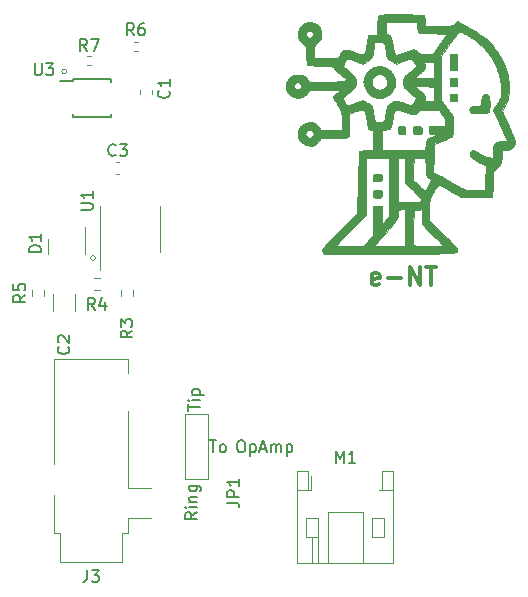
<source format=gto>
G04 #@! TF.GenerationSoftware,KiCad,Pcbnew,(7.0.0)*
G04 #@! TF.CreationDate,2023-04-13T16:49:27+01:00*
G04 #@! TF.ProjectId,Pi_HAT,50695f48-4154-42e6-9b69-6361645f7063,rev?*
G04 #@! TF.SameCoordinates,Original*
G04 #@! TF.FileFunction,Legend,Top*
G04 #@! TF.FilePolarity,Positive*
%FSLAX46Y46*%
G04 Gerber Fmt 4.6, Leading zero omitted, Abs format (unit mm)*
G04 Created by KiCad (PCBNEW (7.0.0)) date 2023-04-13 16:49:27*
%MOMM*%
%LPD*%
G01*
G04 APERTURE LIST*
%ADD10C,0.120000*%
%ADD11C,0.091405*%
%ADD12C,0.300000*%
%ADD13C,0.150000*%
G04 APERTURE END LIST*
D10*
X113895183Y-57940000D02*
G75*
G03*
X113895183Y-57940000I-205183J0D01*
G01*
X116346155Y-73710000D02*
G75*
G03*
X116346155Y-73710000I-206155J0D01*
G01*
D11*
G36*
X140211823Y-54248929D02*
G01*
X140211823Y-54031857D01*
X140213599Y-53842728D01*
X140216801Y-53746198D01*
X140897354Y-53746198D01*
X140897354Y-54248929D01*
X140898622Y-54400019D01*
X140900515Y-54463016D01*
X140903521Y-54518361D01*
X140907845Y-54566591D01*
X140913693Y-54608240D01*
X140921270Y-54643845D01*
X140930781Y-54673940D01*
X140942432Y-54699061D01*
X140949124Y-54709923D01*
X140956428Y-54719743D01*
X140964369Y-54728588D01*
X140972974Y-54736523D01*
X140982267Y-54743617D01*
X140992275Y-54749936D01*
X141014538Y-54760516D01*
X141039966Y-54768800D01*
X141068766Y-54775323D01*
X141101143Y-54780621D01*
X141120892Y-54784108D01*
X141139970Y-54788896D01*
X141158403Y-54795059D01*
X141176222Y-54802666D01*
X141193452Y-54811792D01*
X141210124Y-54822506D01*
X141226266Y-54834882D01*
X141241905Y-54848990D01*
X141257070Y-54864903D01*
X141271790Y-54882693D01*
X141286092Y-54902431D01*
X141300005Y-54924189D01*
X141313557Y-54948039D01*
X141326777Y-54974053D01*
X141339693Y-55002303D01*
X141352333Y-55032861D01*
X141364726Y-55065797D01*
X141376899Y-55101186D01*
X141388882Y-55139097D01*
X141400702Y-55179603D01*
X141412387Y-55222775D01*
X141423967Y-55268687D01*
X141435470Y-55317408D01*
X141446922Y-55369012D01*
X141469794Y-55481154D01*
X141492808Y-55605687D01*
X141516190Y-55743185D01*
X141540169Y-55894223D01*
X141551167Y-55959624D01*
X141563649Y-56023140D01*
X141577476Y-56084449D01*
X141592510Y-56143229D01*
X141608610Y-56199158D01*
X141625639Y-56251914D01*
X141643456Y-56301175D01*
X141661923Y-56346618D01*
X141680901Y-56387921D01*
X141700251Y-56424762D01*
X141719833Y-56456819D01*
X141739509Y-56483771D01*
X141759140Y-56505293D01*
X141778586Y-56521066D01*
X141788196Y-56526695D01*
X141797708Y-56530765D01*
X141807105Y-56533237D01*
X141816368Y-56534070D01*
X141823099Y-56532650D01*
X141837198Y-56528483D01*
X141885920Y-56512473D01*
X142054394Y-56453668D01*
X142296505Y-56366636D01*
X142586967Y-56260358D01*
X142586967Y-56260724D01*
X143329292Y-55987027D01*
X143540596Y-56215024D01*
X143574219Y-56250240D01*
X143606680Y-56281698D01*
X143622697Y-56296080D01*
X143638689Y-56309598D01*
X143654744Y-56322276D01*
X143670951Y-56334139D01*
X143687398Y-56345212D01*
X143704175Y-56355521D01*
X143721369Y-56365090D01*
X143739069Y-56373944D01*
X143757363Y-56382108D01*
X143776340Y-56389607D01*
X143796089Y-56396466D01*
X143816697Y-56402711D01*
X143838254Y-56408365D01*
X143860847Y-56413455D01*
X143884565Y-56418004D01*
X143909498Y-56422038D01*
X143935732Y-56425582D01*
X143963357Y-56428661D01*
X144023133Y-56433523D01*
X144089533Y-56436824D01*
X144163265Y-56438764D01*
X144245037Y-56439542D01*
X144335556Y-56439359D01*
X144919212Y-56435361D01*
X145467644Y-55641126D01*
X145682997Y-55327180D01*
X145863929Y-55059501D01*
X145991444Y-54866463D01*
X146029234Y-54806801D01*
X146046547Y-54776441D01*
X146046558Y-54772834D01*
X146043498Y-54769272D01*
X146037440Y-54765760D01*
X146028460Y-54762301D01*
X146002026Y-54755565D01*
X145964787Y-54749101D01*
X145917338Y-54742943D01*
X145860270Y-54737130D01*
X145794175Y-54731697D01*
X145719646Y-54726682D01*
X145547658Y-54718047D01*
X145349044Y-54711518D01*
X145128544Y-54707387D01*
X144890900Y-54705945D01*
X144456272Y-54705140D01*
X144281149Y-54702631D01*
X144131489Y-54697382D01*
X144005291Y-54688393D01*
X143900557Y-54674662D01*
X143815286Y-54655186D01*
X143779325Y-54642981D01*
X143747480Y-54628965D01*
X143719502Y-54613012D01*
X143695139Y-54594998D01*
X143674143Y-54574796D01*
X143656264Y-54552282D01*
X143641251Y-54527330D01*
X143628855Y-54499816D01*
X143618826Y-54469614D01*
X143610913Y-54436599D01*
X143600438Y-54361629D01*
X143595432Y-54273904D01*
X143593826Y-54056188D01*
X143593826Y-53695599D01*
X142245590Y-53720899D01*
X140897354Y-53746198D01*
X140216801Y-53746198D01*
X140219036Y-53678831D01*
X140228300Y-53539028D01*
X140234418Y-53477806D01*
X140241554Y-53422180D01*
X140249729Y-53372008D01*
X140258963Y-53327149D01*
X140269277Y-53287458D01*
X140280692Y-53252795D01*
X140293228Y-53223016D01*
X140306906Y-53197980D01*
X140321746Y-53177543D01*
X140337769Y-53161565D01*
X140347507Y-53154882D01*
X140360303Y-53148483D01*
X140395196Y-53136529D01*
X140442707Y-53125694D01*
X140503094Y-53115966D01*
X140576614Y-53107337D01*
X140663526Y-53099794D01*
X140764085Y-53093328D01*
X140878552Y-53087928D01*
X141007182Y-53083584D01*
X141150235Y-53080285D01*
X141480636Y-53076783D01*
X141871819Y-53077339D01*
X142325844Y-53081868D01*
X144187973Y-53106671D01*
X144215614Y-53586553D01*
X144243256Y-54066434D01*
X145398010Y-54066434D01*
X145748997Y-54065318D01*
X146025407Y-54060904D01*
X146238639Y-54051588D01*
X146325126Y-54044591D01*
X146400094Y-54035767D01*
X146464967Y-54024917D01*
X146521170Y-54011840D01*
X146570128Y-53996336D01*
X146613267Y-53978204D01*
X146652010Y-53957244D01*
X146687783Y-53933256D01*
X146722011Y-53906039D01*
X146756119Y-53875394D01*
X146959465Y-53684354D01*
X147858871Y-54147527D01*
X148125000Y-54289023D01*
X148377160Y-54432397D01*
X148615941Y-54578217D01*
X148841933Y-54727051D01*
X149055725Y-54879469D01*
X149257907Y-55036038D01*
X149449068Y-55197326D01*
X149629798Y-55363903D01*
X149800687Y-55536336D01*
X149962323Y-55715194D01*
X150115297Y-55901045D01*
X150260199Y-56094457D01*
X150397616Y-56296000D01*
X150528140Y-56506241D01*
X150652360Y-56725748D01*
X150770865Y-56955090D01*
X150887968Y-57207996D01*
X150992215Y-57465899D01*
X151083507Y-57727387D01*
X151161743Y-57991047D01*
X151226823Y-58255468D01*
X151278645Y-58519236D01*
X151317109Y-58780940D01*
X151342114Y-59039166D01*
X151353561Y-59292503D01*
X151351347Y-59539539D01*
X151335372Y-59778859D01*
X151305537Y-60009054D01*
X151261739Y-60228709D01*
X151203879Y-60436412D01*
X151131856Y-60630752D01*
X151045569Y-60810315D01*
X150786735Y-61285886D01*
X151348395Y-62555203D01*
X151514855Y-62934611D01*
X151643208Y-63236856D01*
X151737057Y-63473858D01*
X151772171Y-63571616D01*
X151800011Y-63657533D01*
X151821028Y-63733097D01*
X151835673Y-63799798D01*
X151844397Y-63859127D01*
X151847650Y-63912573D01*
X151845883Y-63961625D01*
X151839547Y-64007773D01*
X151829093Y-64052508D01*
X151814971Y-64097318D01*
X151804512Y-64125285D01*
X151792900Y-64152518D01*
X151780151Y-64179007D01*
X151766282Y-64204742D01*
X151751312Y-64229712D01*
X151735257Y-64253907D01*
X151718134Y-64277318D01*
X151699961Y-64299934D01*
X151680755Y-64321745D01*
X151660533Y-64342742D01*
X151639312Y-64362913D01*
X151617109Y-64382250D01*
X151593942Y-64400741D01*
X151569828Y-64418378D01*
X151544783Y-64435149D01*
X151518826Y-64451045D01*
X151491974Y-64466055D01*
X151464243Y-64480171D01*
X151435651Y-64493380D01*
X151406215Y-64505674D01*
X151375953Y-64517043D01*
X151344880Y-64527475D01*
X151313016Y-64536962D01*
X151280377Y-64545493D01*
X151246979Y-64553058D01*
X151212841Y-64559647D01*
X151177980Y-64565251D01*
X151142412Y-64569857D01*
X151106155Y-64573458D01*
X151069226Y-64576042D01*
X151031643Y-64577600D01*
X150993422Y-64578122D01*
X150946049Y-64578278D01*
X150904571Y-64579279D01*
X150885920Y-64580345D01*
X150868596Y-64581922D01*
X150852550Y-64584108D01*
X150837733Y-64587004D01*
X150824096Y-64590710D01*
X150811590Y-64595324D01*
X150800166Y-64600947D01*
X150789775Y-64607678D01*
X150780368Y-64615617D01*
X150771897Y-64624865D01*
X150764312Y-64635519D01*
X150757564Y-64647681D01*
X150751604Y-64661450D01*
X150746383Y-64676925D01*
X150741853Y-64694207D01*
X150737965Y-64713394D01*
X150734669Y-64734587D01*
X150731916Y-64757886D01*
X150729658Y-64783389D01*
X150727845Y-64811197D01*
X150725361Y-64874127D01*
X150724071Y-64947472D01*
X150723510Y-65128598D01*
X150721827Y-65301759D01*
X150719083Y-65375207D01*
X150714503Y-65441382D01*
X150707659Y-65501394D01*
X150698126Y-65556353D01*
X150685477Y-65607369D01*
X150669285Y-65655553D01*
X150649123Y-65702015D01*
X150624566Y-65747867D01*
X150595187Y-65794217D01*
X150560559Y-65842177D01*
X150520256Y-65892858D01*
X150473851Y-65947369D01*
X150361030Y-66072324D01*
X149998549Y-66465558D01*
X149972571Y-67509915D01*
X149946593Y-68554273D01*
X147295830Y-68554273D01*
X146368088Y-68028684D01*
X146003853Y-67824614D01*
X145697948Y-67657498D01*
X145482480Y-67544581D01*
X145418694Y-67513837D01*
X145389557Y-67503110D01*
X145386469Y-67503924D01*
X145382463Y-67506338D01*
X145377566Y-67510314D01*
X145371805Y-67515811D01*
X145357799Y-67531210D01*
X145340659Y-67552215D01*
X145320602Y-67578507D01*
X145297843Y-67609767D01*
X145272598Y-67645676D01*
X145245082Y-67685916D01*
X145184099Y-67778109D01*
X145116618Y-67883793D01*
X145044365Y-68000415D01*
X144969063Y-68125424D01*
X144849224Y-68329564D01*
X144800495Y-68416395D01*
X144758549Y-68495789D01*
X144722878Y-68569791D01*
X144692974Y-68640442D01*
X144668329Y-68709785D01*
X144648435Y-68779864D01*
X144632783Y-68852721D01*
X144620867Y-68930398D01*
X144612178Y-69014939D01*
X144606208Y-69108385D01*
X144602449Y-69212781D01*
X144600393Y-69330168D01*
X144599358Y-69612088D01*
X144599358Y-70476453D01*
X145787628Y-71662076D01*
X146026327Y-71903164D01*
X146249011Y-72133720D01*
X146450809Y-72348294D01*
X146626844Y-72541438D01*
X146772245Y-72707702D01*
X146882137Y-72841636D01*
X146922244Y-72894777D01*
X146951646Y-72937792D01*
X146969734Y-72970000D01*
X146975899Y-72990720D01*
X146975635Y-73023470D01*
X146974150Y-73054186D01*
X146972624Y-73068801D01*
X146970403Y-73082931D01*
X146967357Y-73096586D01*
X146963355Y-73109772D01*
X146958268Y-73122499D01*
X146951965Y-73134774D01*
X146944317Y-73146605D01*
X146935193Y-73158001D01*
X146924464Y-73168970D01*
X146911999Y-73179520D01*
X146897668Y-73189659D01*
X146881342Y-73199395D01*
X146862890Y-73208736D01*
X146842182Y-73217692D01*
X146819089Y-73226269D01*
X146793480Y-73234476D01*
X146765225Y-73242321D01*
X146734194Y-73249812D01*
X146700257Y-73256957D01*
X146663285Y-73263766D01*
X146623146Y-73270245D01*
X146579712Y-73276402D01*
X146482436Y-73287787D01*
X146370415Y-73297986D01*
X146242611Y-73307063D01*
X146097982Y-73315084D01*
X145935488Y-73322115D01*
X145754090Y-73328220D01*
X145552746Y-73333465D01*
X145330417Y-73337916D01*
X145086063Y-73341637D01*
X144818643Y-73344693D01*
X144527117Y-73347151D01*
X143867586Y-73350531D01*
X143099150Y-73352298D01*
X141202270Y-73353085D01*
X135647950Y-73353085D01*
X135543618Y-73158124D01*
X135535351Y-73141462D01*
X135528561Y-73124734D01*
X135523443Y-73107703D01*
X135520193Y-73090133D01*
X135519006Y-73071787D01*
X135520077Y-73052431D01*
X135523601Y-73031826D01*
X135529774Y-73009739D01*
X135538790Y-72985931D01*
X135550846Y-72960168D01*
X135566135Y-72932212D01*
X135584854Y-72901828D01*
X135607198Y-72868780D01*
X135633361Y-72832832D01*
X135663539Y-72793746D01*
X135697928Y-72751288D01*
X135736722Y-72705221D01*
X135780117Y-72655309D01*
X135790734Y-72643414D01*
X136738617Y-72643414D01*
X136740100Y-72646994D01*
X136744501Y-72650527D01*
X136751747Y-72654011D01*
X136761765Y-72657440D01*
X136789826Y-72664117D01*
X136828105Y-72670522D01*
X136876019Y-72676620D01*
X136932987Y-72682375D01*
X137071760Y-72692714D01*
X137239771Y-72701252D01*
X137432369Y-72707704D01*
X137644902Y-72711784D01*
X137872719Y-72713208D01*
X139006821Y-72713208D01*
X139068403Y-72644681D01*
X140030350Y-72644681D01*
X140031959Y-72648195D01*
X140036860Y-72651665D01*
X140056211Y-72658454D01*
X140087750Y-72665013D01*
X140130821Y-72671307D01*
X140184769Y-72677300D01*
X140248938Y-72682957D01*
X140405321Y-72693122D01*
X140594728Y-72701519D01*
X140811918Y-72707867D01*
X141051648Y-72711883D01*
X141308678Y-72713284D01*
X142588356Y-72713284D01*
X142588361Y-71622067D01*
X143242330Y-71622067D01*
X143244019Y-72096713D01*
X143252983Y-72437826D01*
X143259984Y-72542608D01*
X143268555Y-72595166D01*
X143272591Y-72603291D01*
X143278370Y-72611077D01*
X143285952Y-72618528D01*
X143295393Y-72625650D01*
X143306752Y-72632449D01*
X143320087Y-72638929D01*
X143335456Y-72645096D01*
X143352917Y-72650956D01*
X143372529Y-72656514D01*
X143394349Y-72661774D01*
X143418436Y-72666744D01*
X143444847Y-72671427D01*
X143504876Y-72679956D01*
X143574901Y-72687405D01*
X143655386Y-72693818D01*
X143746796Y-72699236D01*
X143849597Y-72703703D01*
X143964252Y-72707261D01*
X144091227Y-72709954D01*
X144230987Y-72711824D01*
X144383997Y-72712915D01*
X144550720Y-72713269D01*
X145030965Y-72711076D01*
X145424244Y-72705096D01*
X145689972Y-72696230D01*
X145762323Y-72690995D01*
X145781150Y-72688227D01*
X145787567Y-72685376D01*
X145787567Y-72685361D01*
X145782825Y-72677784D01*
X145768911Y-72661113D01*
X145715441Y-72602425D01*
X145630908Y-72513160D01*
X145519060Y-72397183D01*
X145228417Y-72100549D01*
X144873505Y-71743436D01*
X143959450Y-70829373D01*
X143959450Y-69594388D01*
X143616676Y-69622784D01*
X143273903Y-69651181D01*
X143248581Y-71064130D01*
X143242330Y-71622067D01*
X142588361Y-71622067D01*
X142588364Y-71159329D01*
X142588364Y-69605435D01*
X142268440Y-69605435D01*
X142214452Y-69605673D01*
X142166893Y-69606663D01*
X142125358Y-69608818D01*
X142089440Y-69612553D01*
X142073460Y-69615143D01*
X142058732Y-69618283D01*
X142045205Y-69622025D01*
X142032828Y-69626421D01*
X142021550Y-69631522D01*
X142011321Y-69637381D01*
X142002089Y-69644049D01*
X141993804Y-69651578D01*
X141986415Y-69660019D01*
X141979871Y-69669425D01*
X141974121Y-69679847D01*
X141969115Y-69691337D01*
X141964801Y-69703947D01*
X141961129Y-69717729D01*
X141958048Y-69732733D01*
X141955507Y-69749013D01*
X141951842Y-69785604D01*
X141949728Y-69827917D01*
X141948757Y-69876365D01*
X141948524Y-69931363D01*
X141947714Y-70009608D01*
X141944404Y-70081533D01*
X141941401Y-70115776D01*
X141937279Y-70149217D01*
X141931874Y-70182118D01*
X141925021Y-70214737D01*
X141916555Y-70247335D01*
X141906312Y-70280171D01*
X141894128Y-70313506D01*
X141879837Y-70347597D01*
X141863275Y-70382706D01*
X141844277Y-70419093D01*
X141822680Y-70457016D01*
X141798317Y-70496735D01*
X141771025Y-70538511D01*
X141740638Y-70582603D01*
X141706993Y-70629271D01*
X141669925Y-70678774D01*
X141584859Y-70787325D01*
X141484125Y-70910335D01*
X141366404Y-71049881D01*
X141230380Y-71208041D01*
X140898155Y-71588513D01*
X140561618Y-71977390D01*
X140285822Y-72306146D01*
X140179600Y-72437149D01*
X140099241Y-72540127D01*
X140048305Y-72610748D01*
X140034982Y-72632571D01*
X140030350Y-72644681D01*
X139068403Y-72644681D01*
X139426392Y-72246320D01*
X139846192Y-71779416D01*
X139846192Y-69331220D01*
X140577438Y-69331220D01*
X140580940Y-70131024D01*
X140584442Y-70930829D01*
X141214691Y-70199597D01*
X141215387Y-68965619D01*
X141948524Y-68965619D01*
X142953987Y-68965619D01*
X143213659Y-68964193D01*
X143429167Y-68959691D01*
X143603452Y-68951772D01*
X143739453Y-68940099D01*
X143794017Y-68932748D01*
X143840113Y-68924331D01*
X143878109Y-68914806D01*
X143908372Y-68904130D01*
X143931270Y-68892261D01*
X143947170Y-68879157D01*
X143956441Y-68864775D01*
X143959450Y-68849072D01*
X143959450Y-68849057D01*
X143958553Y-68842192D01*
X143955893Y-68833652D01*
X143945458Y-68811747D01*
X143928495Y-68783750D01*
X143905356Y-68750072D01*
X143876393Y-68711121D01*
X143841956Y-68667304D01*
X143802399Y-68619033D01*
X143758071Y-68566714D01*
X143709324Y-68510758D01*
X143656511Y-68451572D01*
X143540088Y-68325149D01*
X143411615Y-68190715D01*
X143343738Y-68121516D01*
X143273903Y-68051541D01*
X142588364Y-67370572D01*
X142588364Y-67078931D01*
X143221176Y-67078931D01*
X143701439Y-67565244D01*
X143889347Y-67754061D01*
X144045953Y-67908688D01*
X144154901Y-68013168D01*
X144186392Y-68041615D01*
X144195498Y-68049018D01*
X144199837Y-68051541D01*
X144201142Y-68050934D01*
X144203170Y-68049134D01*
X144209315Y-68042070D01*
X144218116Y-68030588D01*
X144229418Y-68014926D01*
X144258903Y-67972013D01*
X144296523Y-67915234D01*
X144341035Y-67846494D01*
X144391195Y-67767695D01*
X144445758Y-67680741D01*
X144503479Y-67587537D01*
X144503494Y-67587537D01*
X144789001Y-67123532D01*
X144560669Y-66943936D01*
X144524208Y-66914274D01*
X144507477Y-66899748D01*
X144491704Y-66885265D01*
X144476854Y-66870708D01*
X144462895Y-66855957D01*
X144449795Y-66840893D01*
X144437521Y-66825396D01*
X144426040Y-66809348D01*
X144415320Y-66792630D01*
X144405329Y-66775121D01*
X144396032Y-66756704D01*
X144387398Y-66737259D01*
X144379394Y-66716666D01*
X144371988Y-66694807D01*
X144365147Y-66671563D01*
X144358837Y-66646814D01*
X144353027Y-66620441D01*
X144347684Y-66592326D01*
X144342776Y-66562348D01*
X144338268Y-66530389D01*
X144334130Y-66496330D01*
X144330328Y-66460051D01*
X144326830Y-66421433D01*
X144325047Y-66397138D01*
X144959557Y-66397138D01*
X145482101Y-66731412D01*
X145603979Y-66807663D01*
X145750364Y-66896392D01*
X146094492Y-67098487D01*
X146470156Y-67312097D01*
X146833031Y-67511624D01*
X147105996Y-67657486D01*
X147220211Y-67716653D01*
X147322748Y-67767491D01*
X147415983Y-67810634D01*
X147502290Y-67846716D01*
X147584045Y-67876373D01*
X147663624Y-67900239D01*
X147743401Y-67918948D01*
X147825751Y-67933135D01*
X147913051Y-67943434D01*
X148007675Y-67950481D01*
X148111998Y-67954909D01*
X148228397Y-67957353D01*
X148506919Y-67958829D01*
X149352424Y-67959836D01*
X149353827Y-67068631D01*
X149353789Y-67068936D01*
X149355742Y-66887233D01*
X149360846Y-66712550D01*
X149368754Y-66549077D01*
X149379117Y-66401009D01*
X149391586Y-66272538D01*
X149405813Y-66167856D01*
X149421450Y-66091155D01*
X149429688Y-66064608D01*
X149438147Y-66046628D01*
X149443732Y-66037132D01*
X149448352Y-66027772D01*
X149451982Y-66018528D01*
X149454594Y-66009378D01*
X149456163Y-66000302D01*
X149456662Y-65991279D01*
X149456064Y-65982287D01*
X149454343Y-65973307D01*
X149451472Y-65964316D01*
X149447424Y-65955295D01*
X149442174Y-65946222D01*
X149435695Y-65937075D01*
X149427959Y-65927835D01*
X149418942Y-65918480D01*
X149408615Y-65908990D01*
X149396953Y-65899342D01*
X149383928Y-65889518D01*
X149369515Y-65879494D01*
X149353687Y-65869252D01*
X149336418Y-65858769D01*
X149317680Y-65848024D01*
X149297448Y-65836998D01*
X149275694Y-65825668D01*
X149252393Y-65814014D01*
X149227517Y-65802015D01*
X149201041Y-65789650D01*
X149143179Y-65763738D01*
X149078596Y-65736111D01*
X149007079Y-65706601D01*
X148885721Y-65654444D01*
X148769853Y-65599054D01*
X148660034Y-65540965D01*
X148556826Y-65480711D01*
X148460788Y-65418825D01*
X148372480Y-65355840D01*
X148292462Y-65292291D01*
X148221294Y-65228711D01*
X148159537Y-65165634D01*
X148107750Y-65103593D01*
X148066493Y-65043123D01*
X148049988Y-65013643D01*
X148036326Y-64984756D01*
X148025577Y-64956529D01*
X148017810Y-64929027D01*
X148013096Y-64902319D01*
X148011505Y-64876469D01*
X148013106Y-64851546D01*
X148017970Y-64827616D01*
X148026166Y-64804746D01*
X148037765Y-64783002D01*
X148052790Y-64760104D01*
X148068051Y-64738793D01*
X148083586Y-64719072D01*
X148099434Y-64700944D01*
X148115632Y-64684412D01*
X148132219Y-64669480D01*
X148149232Y-64656151D01*
X148166711Y-64644430D01*
X148184692Y-64634318D01*
X148203213Y-64625821D01*
X148222314Y-64618940D01*
X148242031Y-64613681D01*
X148262404Y-64610045D01*
X148283469Y-64608037D01*
X148305265Y-64607659D01*
X148327830Y-64608916D01*
X148351202Y-64611811D01*
X148375420Y-64616347D01*
X148400520Y-64622528D01*
X148426542Y-64630357D01*
X148453523Y-64639837D01*
X148481501Y-64650972D01*
X148510514Y-64663766D01*
X148540601Y-64678222D01*
X148571799Y-64694343D01*
X148604147Y-64712133D01*
X148637682Y-64731595D01*
X148672442Y-64752732D01*
X148708466Y-64775549D01*
X148745792Y-64800048D01*
X148824500Y-64854108D01*
X148868208Y-64883802D01*
X148914410Y-64913101D01*
X148962728Y-64941843D01*
X149012782Y-64969865D01*
X149064194Y-64997004D01*
X149116585Y-65023100D01*
X149169577Y-65047989D01*
X149222790Y-65071509D01*
X149275845Y-65093498D01*
X149328365Y-65113794D01*
X149379970Y-65132233D01*
X149430281Y-65148655D01*
X149478920Y-65162896D01*
X149525508Y-65174795D01*
X149569665Y-65184189D01*
X149611014Y-65190915D01*
X149992225Y-65242017D01*
X149992225Y-64695722D01*
X149993935Y-64576979D01*
X149999390Y-64469482D01*
X150009078Y-64372665D01*
X150023486Y-64285967D01*
X150032613Y-64246236D01*
X150043102Y-64208824D01*
X150055015Y-64173661D01*
X150068412Y-64140675D01*
X150083355Y-64109796D01*
X150099905Y-64080954D01*
X150118122Y-64054080D01*
X150138067Y-64029101D01*
X150159802Y-64005949D01*
X150183387Y-63984552D01*
X150208883Y-63964841D01*
X150236351Y-63946744D01*
X150265852Y-63930192D01*
X150297447Y-63915114D01*
X150331197Y-63901440D01*
X150367162Y-63889100D01*
X150405404Y-63878022D01*
X150445984Y-63868138D01*
X150534400Y-63851665D01*
X150632898Y-63839120D01*
X150741965Y-63829938D01*
X151170463Y-63801144D01*
X150577361Y-62482571D01*
X149984267Y-61164014D01*
X150248183Y-60791577D01*
X150336862Y-60661817D01*
X150415672Y-60536092D01*
X150484797Y-60413151D01*
X150544423Y-60291745D01*
X150594732Y-60170623D01*
X150635910Y-60048537D01*
X150668140Y-59924235D01*
X150691606Y-59796468D01*
X150706494Y-59663986D01*
X150712986Y-59525539D01*
X150711268Y-59379877D01*
X150701523Y-59225751D01*
X150683935Y-59061910D01*
X150658689Y-58887104D01*
X150625969Y-58700085D01*
X150585959Y-58499600D01*
X150543819Y-58315853D01*
X150494941Y-58133692D01*
X150439457Y-57953363D01*
X150377499Y-57775111D01*
X150309200Y-57599182D01*
X150234693Y-57425821D01*
X150154109Y-57255272D01*
X150067580Y-57087783D01*
X149975240Y-56923597D01*
X149877220Y-56762961D01*
X149773654Y-56606119D01*
X149664672Y-56453317D01*
X149550408Y-56304801D01*
X149430994Y-56160815D01*
X149306562Y-56021606D01*
X149177245Y-55887418D01*
X149076969Y-55790475D01*
X148969111Y-55692216D01*
X148854696Y-55593339D01*
X148734749Y-55494538D01*
X148610293Y-55396512D01*
X148482354Y-55299957D01*
X148351956Y-55205568D01*
X148220124Y-55114043D01*
X148087882Y-55026078D01*
X147956256Y-54942370D01*
X147826270Y-54863614D01*
X147698949Y-54790508D01*
X147575316Y-54723748D01*
X147456398Y-54664030D01*
X147343218Y-54612052D01*
X147236801Y-54568509D01*
X147225813Y-54565268D01*
X147214183Y-54563713D01*
X147201867Y-54563894D01*
X147188821Y-54565859D01*
X147174999Y-54569658D01*
X147160357Y-54575338D01*
X147144850Y-54582949D01*
X147128434Y-54592540D01*
X147111064Y-54604160D01*
X147092696Y-54617856D01*
X147073284Y-54633679D01*
X147052785Y-54651677D01*
X147031153Y-54671899D01*
X147008343Y-54694394D01*
X146984312Y-54719210D01*
X146959015Y-54746396D01*
X146904442Y-54808075D01*
X146844268Y-54879821D01*
X146778135Y-54962026D01*
X146705687Y-55055079D01*
X146626566Y-55159371D01*
X146540416Y-55275294D01*
X146446878Y-55403237D01*
X146345596Y-55543591D01*
X145604744Y-56575910D01*
X145604744Y-60341306D01*
X146107475Y-61013272D01*
X146610207Y-61685239D01*
X146610207Y-62532132D01*
X146608488Y-62734944D01*
X146603296Y-62911843D01*
X146594578Y-63063257D01*
X146582283Y-63189612D01*
X146574777Y-63243526D01*
X146566357Y-63291334D01*
X146557016Y-63333092D01*
X146546748Y-63368850D01*
X146535545Y-63398664D01*
X146523403Y-63422587D01*
X146510313Y-63440670D01*
X146496269Y-63452969D01*
X146481104Y-63461955D01*
X146459382Y-63473532D01*
X146397909Y-63503733D01*
X146315131Y-63542124D01*
X146214328Y-63587258D01*
X146098780Y-63637686D01*
X145971767Y-63691961D01*
X145836571Y-63748633D01*
X145696472Y-63806256D01*
X145010612Y-64085599D01*
X144985084Y-65241376D01*
X144959557Y-66397138D01*
X144325047Y-66397138D01*
X144320613Y-66336706D01*
X144315219Y-66241194D01*
X144310387Y-66133945D01*
X144305855Y-66014005D01*
X144279358Y-65263684D01*
X143273895Y-65263684D01*
X143247536Y-66171307D01*
X143221176Y-67078931D01*
X142588364Y-67078931D01*
X142588364Y-65217969D01*
X141948524Y-65217969D01*
X141948524Y-68965619D01*
X141215387Y-68965619D01*
X141217499Y-65217969D01*
X139206574Y-65217969D01*
X139206574Y-70110715D01*
X137972596Y-71342160D01*
X137493465Y-71825813D01*
X137101098Y-72232369D01*
X136950105Y-72393394D01*
X136835986Y-72519135D01*
X136763803Y-72604254D01*
X136745019Y-72629912D01*
X136738617Y-72643414D01*
X135790734Y-72643414D01*
X135828308Y-72601316D01*
X135881490Y-72543005D01*
X135939858Y-72480141D01*
X136003608Y-72412487D01*
X136148033Y-72261865D01*
X136316328Y-72089250D01*
X136510053Y-71892754D01*
X136730770Y-71670487D01*
X136980042Y-71420560D01*
X138520806Y-69877957D01*
X138566506Y-67250897D01*
X138612206Y-64623853D01*
X139229195Y-64596860D01*
X139580415Y-64581494D01*
X139846184Y-64569867D01*
X139846184Y-63705686D01*
X139845251Y-63440451D01*
X139841402Y-63235489D01*
X139837890Y-63153210D01*
X139833059Y-63083121D01*
X139826709Y-63024262D01*
X139818646Y-62975673D01*
X139808671Y-62936393D01*
X139796587Y-62905465D01*
X139782198Y-62881928D01*
X139765306Y-62864822D01*
X139745714Y-62853187D01*
X139723226Y-62846065D01*
X139697643Y-62842496D01*
X139668770Y-62841519D01*
X139637098Y-62841000D01*
X140577415Y-62841000D01*
X140577415Y-64581494D01*
X144279350Y-64532086D01*
X144325066Y-64085385D01*
X144333150Y-64008701D01*
X144341207Y-63940873D01*
X144349908Y-63881024D01*
X144359927Y-63828279D01*
X144365641Y-63804296D01*
X144371937Y-63781760D01*
X144378898Y-63760562D01*
X144386609Y-63740591D01*
X144395154Y-63721739D01*
X144404617Y-63703895D01*
X144415082Y-63686951D01*
X144426634Y-63670796D01*
X144439355Y-63655322D01*
X144453332Y-63640417D01*
X144468646Y-63625974D01*
X144485383Y-63611882D01*
X144503627Y-63598032D01*
X144523461Y-63584314D01*
X144568239Y-63556836D01*
X144620389Y-63528571D01*
X144680583Y-63498644D01*
X144827797Y-63430295D01*
X145284828Y-63222272D01*
X144942055Y-63214276D01*
X144883929Y-63212821D01*
X144832766Y-63210801D01*
X144788120Y-63207794D01*
X144749550Y-63203378D01*
X144732405Y-63200509D01*
X144716613Y-63197130D01*
X144702117Y-63193187D01*
X144688864Y-63188628D01*
X144676797Y-63183399D01*
X144665861Y-63177449D01*
X144656000Y-63170725D01*
X144647160Y-63163173D01*
X144639285Y-63154740D01*
X144632320Y-63145375D01*
X144626208Y-63135024D01*
X144620896Y-63123635D01*
X144616326Y-63111154D01*
X144612445Y-63097530D01*
X144609196Y-63082708D01*
X144606524Y-63066637D01*
X144602691Y-63030534D01*
X144600501Y-62988800D01*
X144599512Y-62941011D01*
X144599281Y-62886746D01*
X144599281Y-62566831D01*
X145970367Y-62566831D01*
X145970367Y-62264920D01*
X145969186Y-62228028D01*
X145965663Y-62189982D01*
X145959830Y-62150859D01*
X145951719Y-62110736D01*
X145941361Y-62069691D01*
X145928789Y-62027800D01*
X145914034Y-61985141D01*
X145897127Y-61941790D01*
X145878101Y-61897826D01*
X145856987Y-61853326D01*
X145833818Y-61808366D01*
X145808624Y-61763023D01*
X145781437Y-61717375D01*
X145752290Y-61671500D01*
X145721214Y-61625473D01*
X145688240Y-61579373D01*
X145406113Y-61195737D01*
X144548881Y-61195737D01*
X144292159Y-61196910D01*
X144089731Y-61201391D01*
X144006526Y-61205324D01*
X143934071Y-61210624D01*
X143871426Y-61217473D01*
X143817651Y-61226050D01*
X143771803Y-61236537D01*
X143732942Y-61249113D01*
X143700128Y-61263960D01*
X143672418Y-61281256D01*
X143648873Y-61301184D01*
X143628550Y-61323922D01*
X143610510Y-61349651D01*
X143593811Y-61378552D01*
X143581581Y-61400268D01*
X143568858Y-61420526D01*
X143555554Y-61439321D01*
X143541584Y-61456652D01*
X143526862Y-61472513D01*
X143511301Y-61486900D01*
X143494815Y-61499811D01*
X143477318Y-61511241D01*
X143458723Y-61521186D01*
X143438945Y-61529642D01*
X143417898Y-61536607D01*
X143395494Y-61542075D01*
X143371648Y-61546043D01*
X143346274Y-61548507D01*
X143319286Y-61549464D01*
X143290597Y-61548909D01*
X143260121Y-61546839D01*
X143227772Y-61543250D01*
X143193464Y-61538138D01*
X143157110Y-61531499D01*
X143118625Y-61523330D01*
X143077921Y-61513626D01*
X143034914Y-61502384D01*
X142989517Y-61489600D01*
X142941643Y-61475270D01*
X142891206Y-61459391D01*
X142782301Y-61422968D01*
X142662110Y-61380300D01*
X142529945Y-61331357D01*
X142404026Y-61286167D01*
X142280405Y-61245961D01*
X142162227Y-61211479D01*
X142052638Y-61183461D01*
X141954783Y-61162647D01*
X141911239Y-61155173D01*
X141871807Y-61149778D01*
X141836882Y-61146553D01*
X141806857Y-61145592D01*
X141782124Y-61146987D01*
X141763077Y-61150830D01*
X141752452Y-61154726D01*
X141742073Y-61159607D01*
X141731929Y-61165502D01*
X141722010Y-61172439D01*
X141712306Y-61180448D01*
X141702808Y-61189556D01*
X141693503Y-61199792D01*
X141684383Y-61211186D01*
X141675437Y-61223766D01*
X141666655Y-61237560D01*
X141658027Y-61252597D01*
X141649543Y-61268907D01*
X141641191Y-61286517D01*
X141632963Y-61305456D01*
X141624848Y-61325754D01*
X141616836Y-61347438D01*
X141608916Y-61370537D01*
X141601078Y-61395081D01*
X141593312Y-61421098D01*
X141585609Y-61448616D01*
X141570346Y-61508272D01*
X141555209Y-61574278D01*
X141540115Y-61646864D01*
X141524983Y-61726260D01*
X141509731Y-61812696D01*
X141494278Y-61906400D01*
X141469687Y-62050571D01*
X141443068Y-62189578D01*
X141415266Y-62320056D01*
X141387127Y-62438640D01*
X141359495Y-62541965D01*
X141333217Y-62626667D01*
X141309137Y-62689381D01*
X141298186Y-62711441D01*
X141288101Y-62726743D01*
X141282918Y-62732596D01*
X141277002Y-62738376D01*
X141270378Y-62744074D01*
X141263072Y-62749684D01*
X141246516Y-62760609D01*
X141227540Y-62771091D01*
X141206351Y-62781073D01*
X141183155Y-62790494D01*
X141158158Y-62799298D01*
X141131566Y-62807423D01*
X141103585Y-62814813D01*
X141074421Y-62821409D01*
X141044280Y-62827150D01*
X141013369Y-62831980D01*
X140981893Y-62835838D01*
X140950059Y-62838667D01*
X140918072Y-62840407D01*
X140886139Y-62841000D01*
X140577415Y-62841000D01*
X139637098Y-62841000D01*
X139627029Y-62840835D01*
X139607908Y-62839788D01*
X139589874Y-62838099D01*
X139572869Y-62835640D01*
X139556835Y-62832284D01*
X139541712Y-62827902D01*
X139527443Y-62822366D01*
X139513968Y-62815547D01*
X139501229Y-62807318D01*
X139489167Y-62797550D01*
X139477723Y-62786114D01*
X139466840Y-62772883D01*
X139456458Y-62757729D01*
X139446518Y-62740523D01*
X139436963Y-62721137D01*
X139427732Y-62699443D01*
X139418769Y-62675312D01*
X139410013Y-62648616D01*
X139401408Y-62619227D01*
X139392892Y-62587018D01*
X139384409Y-62551859D01*
X139375900Y-62513622D01*
X139367305Y-62472179D01*
X139349626Y-62379163D01*
X139330902Y-62271785D01*
X139310665Y-62149019D01*
X139288445Y-62009839D01*
X139261588Y-61844905D01*
X139235732Y-61699882D01*
X139209825Y-61573921D01*
X139182814Y-61466175D01*
X139153649Y-61375796D01*
X139137930Y-61336854D01*
X139121278Y-61301935D01*
X139103561Y-61270935D01*
X139084648Y-61243746D01*
X139064408Y-61220263D01*
X139042709Y-61200379D01*
X139019419Y-61183990D01*
X138994408Y-61170988D01*
X138967543Y-61161268D01*
X138938694Y-61154723D01*
X138907728Y-61151249D01*
X138874514Y-61150738D01*
X138838922Y-61153085D01*
X138800818Y-61158184D01*
X138716554Y-61176213D01*
X138620669Y-61203978D01*
X138512112Y-61240630D01*
X138389832Y-61285321D01*
X137835251Y-61492719D01*
X137835251Y-62423047D01*
X137833448Y-62637584D01*
X137828088Y-62829424D01*
X137819250Y-62997838D01*
X137807009Y-63142100D01*
X137791443Y-63261482D01*
X137782438Y-63311616D01*
X137772629Y-63355256D01*
X137762028Y-63392313D01*
X137750644Y-63422695D01*
X137738486Y-63446311D01*
X137725563Y-63463071D01*
X137717790Y-63469790D01*
X137708122Y-63476300D01*
X137696562Y-63482598D01*
X137683112Y-63488685D01*
X137650546Y-63500226D01*
X137610440Y-63510921D01*
X137562810Y-63520768D01*
X137507668Y-63529766D01*
X137445031Y-63537914D01*
X137374913Y-63545211D01*
X137297328Y-63551654D01*
X137212293Y-63557243D01*
X137119820Y-63561975D01*
X137019926Y-63565851D01*
X136912624Y-63568868D01*
X136797931Y-63571024D01*
X136546425Y-63572751D01*
X135476983Y-63572751D01*
X135145455Y-63904279D01*
X135090424Y-63958834D01*
X135040520Y-64006938D01*
X134994860Y-64048921D01*
X134952560Y-64085112D01*
X134932393Y-64101138D01*
X134912735Y-64115840D01*
X134893475Y-64129258D01*
X134874502Y-64141434D01*
X134855706Y-64152409D01*
X134836977Y-64162225D01*
X134818203Y-64170921D01*
X134799275Y-64178540D01*
X134780082Y-64185123D01*
X134760513Y-64190710D01*
X134740458Y-64195343D01*
X134719807Y-64199064D01*
X134698448Y-64201912D01*
X134676272Y-64203930D01*
X134653168Y-64205159D01*
X134629025Y-64205639D01*
X134577181Y-64204519D01*
X134519857Y-64200900D01*
X134456169Y-64195111D01*
X134385232Y-64187482D01*
X134273314Y-64170031D01*
X134168617Y-64144098D01*
X134071140Y-64110249D01*
X133980883Y-64069049D01*
X133897848Y-64021064D01*
X133822032Y-63966860D01*
X133753437Y-63907001D01*
X133692063Y-63842053D01*
X133637909Y-63772581D01*
X133590976Y-63699152D01*
X133551263Y-63622330D01*
X133518771Y-63542680D01*
X133493499Y-63460769D01*
X133475448Y-63377162D01*
X133464617Y-63292424D01*
X133461007Y-63207120D01*
X133461010Y-63207044D01*
X134087624Y-63207044D01*
X134088363Y-63215431D01*
X134090525Y-63224894D01*
X134094030Y-63235347D01*
X134098798Y-63246700D01*
X134111805Y-63271757D01*
X134128903Y-63299360D01*
X134149453Y-63328803D01*
X134172814Y-63359384D01*
X134198346Y-63390396D01*
X134225406Y-63421136D01*
X134253356Y-63450898D01*
X134281554Y-63478978D01*
X134309360Y-63504672D01*
X134336133Y-63527274D01*
X134361233Y-63546080D01*
X134384018Y-63560385D01*
X134394342Y-63565629D01*
X134403848Y-63569485D01*
X134412455Y-63571862D01*
X134420083Y-63572675D01*
X134425601Y-63572183D01*
X134432765Y-63570742D01*
X134441461Y-63568400D01*
X134451574Y-63565205D01*
X134462991Y-63561207D01*
X134475598Y-63556453D01*
X134503927Y-63544873D01*
X134535649Y-63530856D01*
X134569854Y-63514790D01*
X134605631Y-63497065D01*
X134642068Y-63478070D01*
X134642068Y-63478055D01*
X134651130Y-63472978D01*
X134660077Y-63467507D01*
X134668899Y-63461662D01*
X134677582Y-63455459D01*
X134694492Y-63442048D01*
X134710715Y-63427414D01*
X134726161Y-63411696D01*
X134740740Y-63395033D01*
X134754361Y-63377564D01*
X134766933Y-63359429D01*
X134778366Y-63340767D01*
X134788568Y-63321715D01*
X134797450Y-63302415D01*
X134804920Y-63283005D01*
X134808097Y-63273302D01*
X134810887Y-63263623D01*
X134813280Y-63253987D01*
X134815262Y-63244410D01*
X134816824Y-63234909D01*
X134817954Y-63225503D01*
X134818640Y-63216209D01*
X134818871Y-63207044D01*
X134818185Y-63192985D01*
X134816165Y-63178569D01*
X134812868Y-63163849D01*
X134808352Y-63148878D01*
X134802674Y-63133708D01*
X134795891Y-63118392D01*
X134788062Y-63102982D01*
X134779243Y-63087532D01*
X134769493Y-63072094D01*
X134758867Y-63056720D01*
X134735223Y-63026377D01*
X134708768Y-62996924D01*
X134679965Y-62968783D01*
X134649271Y-62942375D01*
X134617146Y-62918121D01*
X134584050Y-62896442D01*
X134567281Y-62886700D01*
X134550442Y-62877761D01*
X134533590Y-62869675D01*
X134516782Y-62862497D01*
X134500076Y-62856279D01*
X134483529Y-62851073D01*
X134467199Y-62846932D01*
X134451143Y-62843909D01*
X134435418Y-62842057D01*
X134420083Y-62841428D01*
X134412455Y-62842240D01*
X134403848Y-62844617D01*
X134394342Y-62848472D01*
X134384018Y-62853716D01*
X134372954Y-62860262D01*
X134361233Y-62868020D01*
X134336133Y-62886824D01*
X134309360Y-62909424D01*
X134281554Y-62935115D01*
X134253356Y-62963193D01*
X134225406Y-62992953D01*
X134198346Y-63023691D01*
X134172814Y-63054701D01*
X134149453Y-63085280D01*
X134128903Y-63114723D01*
X134111805Y-63142326D01*
X134098798Y-63167383D01*
X134094030Y-63178737D01*
X134090525Y-63189190D01*
X134088363Y-63198655D01*
X134087624Y-63207044D01*
X133461010Y-63207044D01*
X133464617Y-63121816D01*
X133475448Y-63037078D01*
X133493499Y-62953470D01*
X133518771Y-62871559D01*
X133551263Y-62791910D01*
X133590976Y-62715088D01*
X133637909Y-62641658D01*
X133692063Y-62572187D01*
X133753437Y-62507239D01*
X133822032Y-62447380D01*
X133897848Y-62393175D01*
X133980883Y-62345190D01*
X134071140Y-62303991D01*
X134168617Y-62270142D01*
X134273314Y-62244209D01*
X134385232Y-62226758D01*
X134456169Y-62219131D01*
X134519857Y-62213346D01*
X134577181Y-62209730D01*
X134629025Y-62208614D01*
X134676272Y-62210326D01*
X134698448Y-62212345D01*
X134719807Y-62215195D01*
X134740458Y-62218916D01*
X134760513Y-62223551D01*
X134780082Y-62229139D01*
X134799275Y-62235722D01*
X134818203Y-62243342D01*
X134836977Y-62252039D01*
X134855706Y-62261854D01*
X134874502Y-62272830D01*
X134912735Y-62298423D01*
X134952560Y-62329150D01*
X134994860Y-62365337D01*
X135040520Y-62407316D01*
X135090424Y-62455414D01*
X135145455Y-62509961D01*
X135476983Y-62841489D01*
X137195412Y-62841489D01*
X137195412Y-62118268D01*
X137193741Y-61889887D01*
X137191003Y-61792440D01*
X137186419Y-61704010D01*
X137179557Y-61622990D01*
X137169982Y-61547773D01*
X137157261Y-61476748D01*
X137140963Y-61408309D01*
X137120653Y-61340847D01*
X137095899Y-61272754D01*
X137066268Y-61202422D01*
X137031325Y-61128243D01*
X136990639Y-61048609D01*
X136943777Y-60961911D01*
X136829789Y-60760892D01*
X136756344Y-60632106D01*
X136687826Y-60509259D01*
X136625734Y-60395233D01*
X136571569Y-60292910D01*
X136526829Y-60205172D01*
X136521605Y-60194316D01*
X137313104Y-60194316D01*
X137313972Y-60206480D01*
X137315838Y-60219189D01*
X137318691Y-60232518D01*
X137322520Y-60246542D01*
X137327313Y-60261337D01*
X137333058Y-60276979D01*
X137339745Y-60293543D01*
X137347362Y-60311104D01*
X137365341Y-60349521D01*
X137386903Y-60392834D01*
X137411957Y-60441647D01*
X137443258Y-60500057D01*
X137475574Y-60556473D01*
X137507973Y-60609523D01*
X137539527Y-60657834D01*
X137569306Y-60700034D01*
X137583238Y-60718414D01*
X137596378Y-60734751D01*
X137608610Y-60748874D01*
X137619816Y-60760611D01*
X137629880Y-60769791D01*
X137638688Y-60776242D01*
X137643544Y-60778426D01*
X137649945Y-60779962D01*
X137657846Y-60780862D01*
X137667201Y-60781138D01*
X137690096Y-60779869D01*
X137718272Y-60776253D01*
X137751370Y-60770386D01*
X137789031Y-60762368D01*
X137830899Y-60752295D01*
X137876613Y-60740266D01*
X137925816Y-60726378D01*
X137978149Y-60710729D01*
X138033254Y-60693418D01*
X138090772Y-60674541D01*
X138150344Y-60654197D01*
X138211614Y-60632484D01*
X138274221Y-60609499D01*
X138337807Y-60585339D01*
X138957993Y-60345654D01*
X139351189Y-60560452D01*
X139418754Y-60597673D01*
X139478330Y-60631681D01*
X139530591Y-60663637D01*
X139554190Y-60679208D01*
X139576214Y-60694700D01*
X139596747Y-60710258D01*
X139615874Y-60726028D01*
X139633679Y-60742155D01*
X139650246Y-60758783D01*
X139665659Y-60776057D01*
X139680004Y-60794123D01*
X139693365Y-60813124D01*
X139705825Y-60833207D01*
X139717470Y-60854516D01*
X139728384Y-60877196D01*
X139738651Y-60901391D01*
X139748355Y-60927248D01*
X139757582Y-60954910D01*
X139766415Y-60984523D01*
X139783238Y-61050181D01*
X139799500Y-61125381D01*
X139815876Y-61211282D01*
X139851670Y-61419827D01*
X139896519Y-61675519D01*
X139939316Y-61895209D01*
X139958432Y-61984241D01*
X139975219Y-62055496D01*
X139989071Y-62106050D01*
X139999382Y-62132977D01*
X140001919Y-62136491D01*
X140005340Y-62139961D01*
X140009620Y-62143382D01*
X140014734Y-62146750D01*
X140020656Y-62150061D01*
X140027362Y-62153310D01*
X140043023Y-62159603D01*
X140061514Y-62165596D01*
X140082634Y-62171253D01*
X140106179Y-62176539D01*
X140131947Y-62181418D01*
X140159737Y-62185856D01*
X140189346Y-62189816D01*
X140220571Y-62193264D01*
X140253212Y-62196164D01*
X140287065Y-62198481D01*
X140321928Y-62200180D01*
X140357599Y-62201225D01*
X140393876Y-62201581D01*
X140440601Y-62201067D01*
X140483914Y-62199497D01*
X140523928Y-62196825D01*
X140560753Y-62193007D01*
X140594501Y-62187999D01*
X140625284Y-62181756D01*
X140653213Y-62174233D01*
X140678401Y-62165387D01*
X140700959Y-62155173D01*
X140720998Y-62143545D01*
X140738631Y-62130461D01*
X140753968Y-62115875D01*
X140767122Y-62099742D01*
X140778205Y-62082019D01*
X140787327Y-62062661D01*
X140794601Y-62041623D01*
X140794578Y-62041623D01*
X140805232Y-62000157D01*
X140817639Y-61943444D01*
X140831352Y-61874013D01*
X140845923Y-61794394D01*
X140860905Y-61707117D01*
X140875848Y-61614712D01*
X140890307Y-61519707D01*
X140903831Y-61424634D01*
X140918933Y-61318795D01*
X140934052Y-61223615D01*
X140949703Y-61138218D01*
X140966399Y-61061731D01*
X140984655Y-60993277D01*
X141004986Y-60931982D01*
X141027905Y-60876972D01*
X141053928Y-60827371D01*
X141083569Y-60782304D01*
X141117342Y-60740896D01*
X141155762Y-60702273D01*
X141199342Y-60665560D01*
X141248598Y-60629882D01*
X141304044Y-60594363D01*
X141366194Y-60558130D01*
X141435562Y-60520306D01*
X141496713Y-60487833D01*
X141551488Y-60460008D01*
X141577245Y-60447975D01*
X141602320Y-60437267D01*
X141627016Y-60427939D01*
X141651639Y-60420046D01*
X141676491Y-60413641D01*
X141701877Y-60408779D01*
X141728100Y-60405514D01*
X141755465Y-60403902D01*
X141784275Y-60403996D01*
X141814835Y-60405851D01*
X141847447Y-60409521D01*
X141882417Y-60415061D01*
X141920047Y-60422525D01*
X141960642Y-60431967D01*
X142004507Y-60443442D01*
X142051943Y-60457005D01*
X142103257Y-60472709D01*
X142158750Y-60490610D01*
X142283495Y-60533218D01*
X142428609Y-60585263D01*
X142596522Y-60647182D01*
X143010475Y-60802380D01*
X143015978Y-60803898D01*
X143021935Y-60804507D01*
X143028328Y-60804228D01*
X143035137Y-60803079D01*
X143042342Y-60801080D01*
X143049925Y-60798251D01*
X143057864Y-60794612D01*
X143066141Y-60790181D01*
X143074737Y-60784979D01*
X143083631Y-60779024D01*
X143092804Y-60772338D01*
X143102237Y-60764938D01*
X143121803Y-60748078D01*
X143142173Y-60728600D01*
X143163190Y-60706662D01*
X143184699Y-60682420D01*
X143206543Y-60656029D01*
X143228566Y-60627646D01*
X143250610Y-60597429D01*
X143272521Y-60565532D01*
X143294141Y-60532112D01*
X143315315Y-60497327D01*
X143345304Y-60445868D01*
X143371658Y-60399149D01*
X143394432Y-60356839D01*
X143413682Y-60318610D01*
X143429466Y-60284130D01*
X143441840Y-60253071D01*
X143450860Y-60225102D01*
X143456583Y-60199893D01*
X143458225Y-60188220D01*
X143459065Y-60177114D01*
X143459108Y-60166533D01*
X143458362Y-60156436D01*
X143456833Y-60146781D01*
X143454530Y-60137528D01*
X143451459Y-60128634D01*
X143447627Y-60120060D01*
X143443042Y-60111763D01*
X143437709Y-60103703D01*
X143424832Y-60088127D01*
X143409052Y-60073001D01*
X143390427Y-60057996D01*
X143307078Y-59992867D01*
X143174428Y-59886376D01*
X143010726Y-59753284D01*
X142834221Y-59608350D01*
X142763328Y-59549426D01*
X142700677Y-59496133D01*
X142645763Y-59447540D01*
X142598079Y-59402714D01*
X142557119Y-59360725D01*
X142539003Y-59340503D01*
X142522377Y-59320641D01*
X142507180Y-59301023D01*
X142493347Y-59281531D01*
X142480815Y-59262050D01*
X142469521Y-59242463D01*
X142459403Y-59222654D01*
X142450395Y-59202505D01*
X142443831Y-59185513D01*
X143410805Y-59185513D01*
X143411354Y-59188299D01*
X143412965Y-59191876D01*
X143415613Y-59196221D01*
X143419271Y-59201310D01*
X143429511Y-59213630D01*
X143443472Y-59228648D01*
X143460942Y-59246177D01*
X143481710Y-59266029D01*
X143505564Y-59288017D01*
X143532290Y-59311953D01*
X143561678Y-59337652D01*
X143593516Y-59364924D01*
X143663691Y-59423442D01*
X143741119Y-59486010D01*
X143824104Y-59551129D01*
X143888021Y-59601095D01*
X143945003Y-59646947D01*
X143995396Y-59689239D01*
X144039544Y-59728528D01*
X144077793Y-59765367D01*
X144110490Y-59800313D01*
X144137979Y-59833919D01*
X144149879Y-59850394D01*
X144160607Y-59866742D01*
X144170206Y-59883033D01*
X144178719Y-59899336D01*
X144186189Y-59915720D01*
X144192660Y-59932256D01*
X144198175Y-59949011D01*
X144202777Y-59966057D01*
X144206509Y-59983461D01*
X144209414Y-60001294D01*
X144212918Y-60038523D01*
X144213634Y-60078297D01*
X144211907Y-60121174D01*
X144208084Y-60167706D01*
X144203161Y-60219425D01*
X144199526Y-60264764D01*
X144197694Y-60304143D01*
X144197615Y-60321729D01*
X144198179Y-60337982D01*
X144199451Y-60352955D01*
X144201496Y-60366700D01*
X144204376Y-60379271D01*
X144208158Y-60390718D01*
X144212904Y-60401096D01*
X144218680Y-60410456D01*
X144225549Y-60418851D01*
X144233577Y-60426333D01*
X144242826Y-60432955D01*
X144253362Y-60438770D01*
X144265249Y-60443829D01*
X144278550Y-60448186D01*
X144293331Y-60451893D01*
X144309656Y-60455001D01*
X144327588Y-60457565D01*
X144347193Y-60459636D01*
X144391676Y-60462510D01*
X144443620Y-60464042D01*
X144571945Y-60464764D01*
X144964920Y-60464764D01*
X144964912Y-59831754D01*
X144964912Y-59198621D01*
X144187752Y-59169019D01*
X144031641Y-59164003D01*
X143886012Y-59161135D01*
X143754050Y-59160353D01*
X143638944Y-59161593D01*
X143543879Y-59164793D01*
X143472043Y-59169888D01*
X143426622Y-59176816D01*
X143414814Y-59180947D01*
X143411810Y-59183177D01*
X143410805Y-59185513D01*
X142443831Y-59185513D01*
X142442436Y-59181902D01*
X142435461Y-59160727D01*
X142429409Y-59138864D01*
X142424214Y-59116196D01*
X142419815Y-59092607D01*
X142416147Y-59067981D01*
X142410754Y-59015151D01*
X142407528Y-58956774D01*
X142405965Y-58891919D01*
X142405556Y-58819653D01*
X142405915Y-58745669D01*
X142407446Y-58679520D01*
X142410826Y-58620077D01*
X142416731Y-58566213D01*
X142420843Y-58541022D01*
X142425839Y-58516801D01*
X142431806Y-58493412D01*
X142438828Y-58470713D01*
X142445444Y-58452756D01*
X143365318Y-58452756D01*
X144165115Y-58453458D01*
X144964920Y-58454144D01*
X144964920Y-57768597D01*
X144964912Y-57768399D01*
X144964912Y-57082852D01*
X144153747Y-57082852D01*
X144203201Y-57387555D01*
X144210576Y-57436967D01*
X144215620Y-57482134D01*
X144217138Y-57503350D01*
X144217918Y-57523775D01*
X144217908Y-57543499D01*
X144217055Y-57562612D01*
X144215309Y-57581205D01*
X144212616Y-57599367D01*
X144208925Y-57617189D01*
X144204185Y-57634761D01*
X144198343Y-57652173D01*
X144191348Y-57669515D01*
X144183146Y-57686878D01*
X144173688Y-57704350D01*
X144162920Y-57722024D01*
X144150791Y-57739988D01*
X144137248Y-57758333D01*
X144122241Y-57777149D01*
X144105717Y-57796527D01*
X144087623Y-57816556D01*
X144046523Y-57858929D01*
X143998523Y-57904989D01*
X143943211Y-57955458D01*
X143880169Y-58011057D01*
X143808983Y-58072507D01*
X143365318Y-58452756D01*
X142445444Y-58452756D01*
X142446989Y-58448563D01*
X142456374Y-58426820D01*
X142467068Y-58405345D01*
X142479155Y-58383996D01*
X142492721Y-58362632D01*
X142507849Y-58341112D01*
X142524624Y-58319295D01*
X142543132Y-58297040D01*
X142563456Y-58274206D01*
X142585681Y-58250653D01*
X142636175Y-58200823D01*
X142695290Y-58146422D01*
X142763704Y-58086322D01*
X142931137Y-57944516D01*
X143312105Y-57626819D01*
X143435605Y-57524892D01*
X143489998Y-57481183D01*
X143492251Y-57476993D01*
X143492166Y-57469395D01*
X143485532Y-57444906D01*
X143471204Y-57409574D01*
X143450289Y-57365255D01*
X143423897Y-57313807D01*
X143393134Y-57257088D01*
X143322929Y-57135266D01*
X143248537Y-57014649D01*
X143212541Y-56959435D01*
X143178821Y-56910096D01*
X143148486Y-56868487D01*
X143122643Y-56836466D01*
X143102401Y-56815892D01*
X143094726Y-56810478D01*
X143088867Y-56808621D01*
X143082171Y-56809856D01*
X143069130Y-56813478D01*
X143025392Y-56827396D01*
X142960422Y-56849400D01*
X142876987Y-56878514D01*
X142665795Y-56954169D01*
X142413956Y-57046552D01*
X141772057Y-57284482D01*
X141426109Y-57074231D01*
X141348191Y-57026600D01*
X141279635Y-56983591D01*
X141219716Y-56943991D01*
X141167712Y-56906582D01*
X141144452Y-56888320D01*
X141122900Y-56870149D01*
X141102964Y-56851919D01*
X141084556Y-56833477D01*
X141067583Y-56814671D01*
X141051957Y-56795349D01*
X141037586Y-56775359D01*
X141024380Y-56754550D01*
X141012248Y-56732769D01*
X141001101Y-56709864D01*
X140990848Y-56685684D01*
X140981398Y-56660075D01*
X140972662Y-56632888D01*
X140964548Y-56603969D01*
X140949826Y-56540328D01*
X140936510Y-56467937D01*
X140923877Y-56385581D01*
X140897766Y-56186108D01*
X140866254Y-55945485D01*
X140851281Y-55847414D01*
X140835857Y-55762839D01*
X140819251Y-55690763D01*
X140800732Y-55630189D01*
X140790528Y-55603903D01*
X140779571Y-55580118D01*
X140767771Y-55558710D01*
X140755036Y-55539554D01*
X140741276Y-55522524D01*
X140726398Y-55507497D01*
X140710312Y-55494348D01*
X140692926Y-55482952D01*
X140674148Y-55473185D01*
X140653888Y-55464920D01*
X140632055Y-55458035D01*
X140608557Y-55452404D01*
X140556199Y-55444406D01*
X140496086Y-55439928D01*
X140427487Y-55437973D01*
X140349671Y-55437543D01*
X139958664Y-55437543D01*
X139893731Y-55957166D01*
X139876643Y-56087977D01*
X139859397Y-56206222D01*
X139841517Y-56312854D01*
X139822527Y-56408826D01*
X139801950Y-56495091D01*
X139779311Y-56572601D01*
X139754134Y-56642310D01*
X139725942Y-56705171D01*
X139694259Y-56762135D01*
X139658610Y-56814158D01*
X139618517Y-56862191D01*
X139573506Y-56907187D01*
X139523099Y-56950099D01*
X139466822Y-56991881D01*
X139404196Y-57033485D01*
X139334748Y-57075864D01*
X138991433Y-57278424D01*
X138317574Y-57032651D01*
X138181604Y-56983967D01*
X138053584Y-56939881D01*
X137936399Y-56901260D01*
X137832936Y-56868976D01*
X137746079Y-56843897D01*
X137678715Y-56826895D01*
X137633729Y-56818839D01*
X137620529Y-56818438D01*
X137614006Y-56820599D01*
X137610152Y-56825669D01*
X137604783Y-56833783D01*
X137589887Y-56858436D01*
X137570094Y-56893136D01*
X137546179Y-56936463D01*
X137518920Y-56986996D01*
X137489091Y-57043313D01*
X137457468Y-57103993D01*
X137424828Y-57167615D01*
X137400706Y-57215641D01*
X137379673Y-57259072D01*
X137361704Y-57298255D01*
X137346776Y-57333537D01*
X137334864Y-57365264D01*
X137325942Y-57393784D01*
X137319988Y-57419444D01*
X137316976Y-57442592D01*
X137316566Y-57453331D01*
X137316882Y-57463573D01*
X137317922Y-57473359D01*
X137319682Y-57482735D01*
X137322159Y-57491742D01*
X137325350Y-57500425D01*
X137329253Y-57508827D01*
X137333864Y-57516991D01*
X137339179Y-57524960D01*
X137345197Y-57532779D01*
X137359326Y-57548136D01*
X137376227Y-57563409D01*
X137395874Y-57578946D01*
X137687232Y-57801075D01*
X137808971Y-57897272D01*
X137915971Y-57985058D01*
X138009148Y-58065555D01*
X138089418Y-58139888D01*
X138157697Y-58209182D01*
X138214899Y-58274560D01*
X138261943Y-58337147D01*
X138299742Y-58398066D01*
X138329214Y-58458443D01*
X138351273Y-58519401D01*
X138366836Y-58582065D01*
X138376819Y-58647559D01*
X138382136Y-58717006D01*
X138383706Y-58791531D01*
X138382422Y-58866913D01*
X138377974Y-58936646D01*
X138374283Y-58969764D01*
X138369464Y-59001913D01*
X138363406Y-59033241D01*
X138355996Y-59063897D01*
X138347122Y-59094028D01*
X138336672Y-59123782D01*
X138324534Y-59153308D01*
X138310596Y-59182752D01*
X138294746Y-59212263D01*
X138276871Y-59241989D01*
X138256860Y-59272077D01*
X138234600Y-59302676D01*
X138209980Y-59333934D01*
X138182887Y-59365998D01*
X138153209Y-59399016D01*
X138120833Y-59433137D01*
X138047544Y-59505277D01*
X137962120Y-59583601D01*
X137863667Y-59669292D01*
X137751286Y-59763534D01*
X137624081Y-59867510D01*
X137481156Y-59982404D01*
X137444266Y-60012136D01*
X137412143Y-60038912D01*
X137384696Y-60063336D01*
X137372697Y-60074855D01*
X137361833Y-60086012D01*
X137352093Y-60096884D01*
X137343464Y-60107545D01*
X137335936Y-60118071D01*
X137329498Y-60128537D01*
X137324137Y-60139020D01*
X137319843Y-60149594D01*
X137316604Y-60160335D01*
X137314409Y-60171319D01*
X137313246Y-60182621D01*
X137313104Y-60194316D01*
X136521605Y-60194316D01*
X136493016Y-60134901D01*
X136471628Y-60084978D01*
X136466062Y-60068548D01*
X136464165Y-60058286D01*
X136464536Y-60054435D01*
X136465638Y-60049945D01*
X136467452Y-60044839D01*
X136469959Y-60039138D01*
X136476983Y-60026034D01*
X136486565Y-60010805D01*
X136498559Y-59993623D01*
X136512819Y-59974658D01*
X136529199Y-59954083D01*
X136547555Y-59932067D01*
X136567741Y-59908782D01*
X136589611Y-59884401D01*
X136613019Y-59859092D01*
X136637821Y-59833029D01*
X136663870Y-59806383D01*
X136691021Y-59779323D01*
X136719129Y-59752023D01*
X136748047Y-59724652D01*
X137031929Y-59459470D01*
X134465699Y-59459470D01*
X134272073Y-59731397D01*
X134245023Y-59767694D01*
X134216704Y-59802438D01*
X134187170Y-59835614D01*
X134156475Y-59867206D01*
X134124673Y-59897202D01*
X134091817Y-59925588D01*
X134057964Y-59952348D01*
X134023166Y-59977469D01*
X133987478Y-60000937D01*
X133950953Y-60022737D01*
X133913647Y-60042856D01*
X133875613Y-60061279D01*
X133836906Y-60077991D01*
X133797580Y-60092980D01*
X133757688Y-60106230D01*
X133717286Y-60117728D01*
X133676427Y-60127459D01*
X133635165Y-60135410D01*
X133593555Y-60141565D01*
X133551651Y-60145912D01*
X133509507Y-60148435D01*
X133467178Y-60149120D01*
X133424717Y-60147954D01*
X133382178Y-60144922D01*
X133339616Y-60140011D01*
X133297085Y-60133205D01*
X133254640Y-60124491D01*
X133212334Y-60113854D01*
X133170221Y-60101281D01*
X133128356Y-60086757D01*
X133086793Y-60070268D01*
X133045586Y-60051801D01*
X132984922Y-60021065D01*
X132927359Y-59987973D01*
X132872919Y-59952645D01*
X132821625Y-59915200D01*
X132773499Y-59875756D01*
X132728563Y-59834433D01*
X132686840Y-59791350D01*
X132648352Y-59746626D01*
X132613121Y-59700380D01*
X132581169Y-59652732D01*
X132552519Y-59603799D01*
X132527194Y-59553702D01*
X132505214Y-59502559D01*
X132486604Y-59450490D01*
X132471384Y-59397613D01*
X132459578Y-59344048D01*
X132451208Y-59289914D01*
X132446296Y-59235330D01*
X132444864Y-59180414D01*
X132445096Y-59174238D01*
X133125005Y-59174238D01*
X133125900Y-59195105D01*
X133128352Y-59215685D01*
X133132409Y-59235889D01*
X133138118Y-59255628D01*
X133145526Y-59274811D01*
X133154682Y-59293350D01*
X133165631Y-59311155D01*
X133178422Y-59328137D01*
X133190352Y-59341510D01*
X133203581Y-59354508D01*
X133217971Y-59367064D01*
X133233382Y-59379110D01*
X133249678Y-59390578D01*
X133266720Y-59401403D01*
X133284370Y-59411516D01*
X133302490Y-59420850D01*
X133320942Y-59429337D01*
X133339587Y-59436912D01*
X133358288Y-59443506D01*
X133376906Y-59449051D01*
X133395304Y-59453482D01*
X133413343Y-59456730D01*
X133430885Y-59458728D01*
X133447793Y-59459409D01*
X133464699Y-59458727D01*
X133482240Y-59456728D01*
X133500279Y-59453479D01*
X133518676Y-59449047D01*
X133537294Y-59443499D01*
X133555995Y-59436904D01*
X133574640Y-59429328D01*
X133593092Y-59420838D01*
X133611212Y-59411503D01*
X133628862Y-59401389D01*
X133645903Y-59390565D01*
X133662199Y-59379097D01*
X133677610Y-59367053D01*
X133691999Y-59354500D01*
X133705227Y-59341505D01*
X133717156Y-59328137D01*
X133729948Y-59311155D01*
X133740897Y-59293350D01*
X133750053Y-59274811D01*
X133757462Y-59255628D01*
X133763171Y-59235889D01*
X133767228Y-59215685D01*
X133769680Y-59195105D01*
X133770574Y-59174238D01*
X133769958Y-59153173D01*
X133767879Y-59131999D01*
X133764385Y-59110807D01*
X133759522Y-59089685D01*
X133753338Y-59068722D01*
X133745881Y-59048009D01*
X133737197Y-59027633D01*
X133727334Y-59007686D01*
X133716339Y-58988255D01*
X133704260Y-58969430D01*
X133691144Y-58951301D01*
X133677038Y-58933957D01*
X133661990Y-58917487D01*
X133646047Y-58901980D01*
X133629255Y-58887527D01*
X133611664Y-58874215D01*
X133593319Y-58862135D01*
X133574269Y-58851376D01*
X133554559Y-58842027D01*
X133534239Y-58834178D01*
X133513355Y-58827917D01*
X133491954Y-58823335D01*
X133470085Y-58820520D01*
X133447793Y-58819562D01*
X133425499Y-58820520D01*
X133403627Y-58823335D01*
X133382225Y-58827917D01*
X133361340Y-58834178D01*
X133341019Y-58842027D01*
X133321309Y-58851376D01*
X133302257Y-58862135D01*
X133283912Y-58874215D01*
X133266320Y-58887527D01*
X133249529Y-58901980D01*
X133233585Y-58917487D01*
X133218537Y-58933957D01*
X133204431Y-58951301D01*
X133191315Y-58969430D01*
X133179237Y-58988255D01*
X133168242Y-59007686D01*
X133158380Y-59027633D01*
X133149696Y-59048009D01*
X133142239Y-59068722D01*
X133136056Y-59089685D01*
X133131193Y-59110807D01*
X133127699Y-59131999D01*
X133125621Y-59153173D01*
X133125005Y-59174238D01*
X132445096Y-59174238D01*
X132446934Y-59125287D01*
X132452530Y-59070066D01*
X132461673Y-59014872D01*
X132474385Y-58959823D01*
X132490689Y-58905038D01*
X132510607Y-58850637D01*
X132534162Y-58796738D01*
X132561376Y-58743461D01*
X132592270Y-58690925D01*
X132626868Y-58639248D01*
X132665192Y-58588550D01*
X132707264Y-58538950D01*
X132753106Y-58490567D01*
X132800333Y-58444163D01*
X132844725Y-58402448D01*
X132886822Y-58365188D01*
X132927163Y-58332149D01*
X132966290Y-58303098D01*
X133004743Y-58277799D01*
X133023885Y-58266484D01*
X133043060Y-58256020D01*
X133062338Y-58246377D01*
X133081784Y-58237527D01*
X133101467Y-58229439D01*
X133121454Y-58222085D01*
X133141812Y-58215435D01*
X133162609Y-58209461D01*
X133205791Y-58199421D01*
X133251540Y-58191730D01*
X133300395Y-58186156D01*
X133352897Y-58182464D01*
X133409585Y-58180421D01*
X133471001Y-58179791D01*
X133526634Y-58180461D01*
X133579144Y-58182526D01*
X133628770Y-58186068D01*
X133675751Y-58191169D01*
X133720325Y-58197911D01*
X133762730Y-58206377D01*
X133803205Y-58216650D01*
X133841989Y-58228810D01*
X133879320Y-58242941D01*
X133915437Y-58259125D01*
X133950577Y-58277444D01*
X133984980Y-58297980D01*
X134018884Y-58320816D01*
X134052528Y-58346033D01*
X134086150Y-58373715D01*
X134119988Y-58403943D01*
X134144626Y-58427275D01*
X134168574Y-58450927D01*
X134191706Y-58474735D01*
X134213899Y-58498536D01*
X134235029Y-58522165D01*
X134254973Y-58545458D01*
X134273605Y-58568252D01*
X134290803Y-58590382D01*
X134306441Y-58611685D01*
X134320397Y-58631996D01*
X134332546Y-58651152D01*
X134342764Y-58668988D01*
X134350927Y-58685341D01*
X134356911Y-58700046D01*
X134360593Y-58712940D01*
X134361531Y-58718657D01*
X134361848Y-58723859D01*
X134366826Y-58733449D01*
X134381463Y-58742481D01*
X134437934Y-58758859D01*
X134527700Y-58772970D01*
X134647199Y-58784792D01*
X134792869Y-58794305D01*
X134961150Y-58801487D01*
X135351293Y-58808770D01*
X135789138Y-58806470D01*
X136246191Y-58794416D01*
X136693959Y-58772434D01*
X136905458Y-58757667D01*
X137103951Y-58740353D01*
X137698029Y-58682446D01*
X137149659Y-58239484D01*
X137037842Y-58147008D01*
X136930319Y-58053976D01*
X136829671Y-57962907D01*
X136738483Y-57876323D01*
X136659336Y-57796741D01*
X136594814Y-57726682D01*
X136568844Y-57696011D01*
X136547499Y-57668665D01*
X136531101Y-57644960D01*
X136519974Y-57625211D01*
X136513021Y-57611395D01*
X136505536Y-57598308D01*
X136497376Y-57585927D01*
X136488400Y-57574227D01*
X136478467Y-57563186D01*
X136467435Y-57552779D01*
X136455164Y-57542985D01*
X136441511Y-57533778D01*
X136426335Y-57525136D01*
X136409494Y-57517036D01*
X136390848Y-57509453D01*
X136370255Y-57502364D01*
X136347573Y-57495747D01*
X136322662Y-57489577D01*
X136295379Y-57483831D01*
X136265583Y-57478486D01*
X136233132Y-57473518D01*
X136197887Y-57468904D01*
X136159704Y-57464620D01*
X136118442Y-57460643D01*
X136073961Y-57456949D01*
X136026118Y-57453516D01*
X135974773Y-57450319D01*
X135919783Y-57447335D01*
X135798305Y-57441913D01*
X135660554Y-57437063D01*
X135505397Y-57432597D01*
X135331704Y-57428326D01*
X134224740Y-57402722D01*
X134198098Y-56586469D01*
X134188628Y-56316677D01*
X134183483Y-56206364D01*
X134177352Y-56110279D01*
X134169701Y-56026801D01*
X134159996Y-55954311D01*
X134147703Y-55891186D01*
X134132288Y-55835809D01*
X134113216Y-55786557D01*
X134089954Y-55741810D01*
X134061968Y-55699948D01*
X134028723Y-55659351D01*
X133989685Y-55618398D01*
X133944321Y-55575469D01*
X133832475Y-55477200D01*
X133779493Y-55430753D01*
X133732236Y-55387697D01*
X133690385Y-55347368D01*
X133653622Y-55309100D01*
X133637049Y-55290531D01*
X133621629Y-55272228D01*
X133607322Y-55254107D01*
X133594088Y-55236086D01*
X133581887Y-55218080D01*
X133570680Y-55200008D01*
X133560427Y-55181785D01*
X133551087Y-55163329D01*
X133542622Y-55144556D01*
X133534991Y-55125384D01*
X133528155Y-55105728D01*
X133522074Y-55085506D01*
X133516708Y-55064635D01*
X133512017Y-55043031D01*
X133507962Y-55020612D01*
X133504503Y-54997293D01*
X133499212Y-54947626D01*
X133495827Y-54893365D01*
X133494029Y-54833845D01*
X133493501Y-54768399D01*
X133493689Y-54761982D01*
X134141842Y-54761982D01*
X134142986Y-54791679D01*
X134147294Y-54820484D01*
X134154587Y-54848274D01*
X134164685Y-54874929D01*
X134177410Y-54900325D01*
X134192581Y-54924342D01*
X134210021Y-54946858D01*
X134229549Y-54967749D01*
X134250986Y-54986895D01*
X134274153Y-55004174D01*
X134298871Y-55019463D01*
X134324961Y-55032641D01*
X134352243Y-55043586D01*
X134380537Y-55052175D01*
X134409665Y-55058288D01*
X134439448Y-55061801D01*
X134469706Y-55062594D01*
X134500259Y-55060543D01*
X134530929Y-55055528D01*
X134561537Y-55047426D01*
X134591902Y-55036116D01*
X134621847Y-55021475D01*
X134651190Y-55003381D01*
X134679754Y-54981714D01*
X134707360Y-54956349D01*
X134733826Y-54927167D01*
X134749216Y-54907748D01*
X134762726Y-54888798D01*
X134774364Y-54870241D01*
X134779483Y-54861086D01*
X134784136Y-54852000D01*
X134788324Y-54842975D01*
X134792048Y-54833999D01*
X134795308Y-54825066D01*
X134798105Y-54816163D01*
X134800441Y-54807283D01*
X134802315Y-54798415D01*
X134803729Y-54789550D01*
X134804683Y-54780679D01*
X134805179Y-54771791D01*
X134805216Y-54762878D01*
X134804796Y-54753931D01*
X134803920Y-54744938D01*
X134802587Y-54735892D01*
X134800800Y-54726782D01*
X134798559Y-54717599D01*
X134795864Y-54708333D01*
X134792716Y-54698975D01*
X134789117Y-54689516D01*
X134780565Y-54670254D01*
X134770215Y-54650472D01*
X134758073Y-54630093D01*
X134744900Y-54610349D01*
X134730975Y-54591707D01*
X134716348Y-54574174D01*
X134701068Y-54557755D01*
X134685186Y-54542455D01*
X134668751Y-54528279D01*
X134651815Y-54515234D01*
X134634425Y-54503323D01*
X134616634Y-54492553D01*
X134598490Y-54482929D01*
X134580044Y-54474456D01*
X134561346Y-54467140D01*
X134542446Y-54460986D01*
X134523393Y-54455998D01*
X134504239Y-54452184D01*
X134485032Y-54449547D01*
X134465823Y-54448093D01*
X134446662Y-54447828D01*
X134427600Y-54448757D01*
X134408685Y-54450884D01*
X134389968Y-54454217D01*
X134371500Y-54458759D01*
X134353329Y-54464516D01*
X134335507Y-54471494D01*
X134318083Y-54479698D01*
X134301107Y-54489133D01*
X134284629Y-54499805D01*
X134268699Y-54511718D01*
X134253368Y-54524879D01*
X134238685Y-54539292D01*
X134224701Y-54554962D01*
X134211465Y-54571896D01*
X134189859Y-54604385D01*
X134172493Y-54636713D01*
X134159188Y-54668759D01*
X134149764Y-54700401D01*
X134144042Y-54731516D01*
X134141842Y-54761982D01*
X133493689Y-54761982D01*
X133495516Y-54699779D01*
X133501473Y-54632785D01*
X133511241Y-54567506D01*
X133524688Y-54504035D01*
X133541680Y-54442461D01*
X133562087Y-54382876D01*
X133585775Y-54325370D01*
X133612614Y-54270035D01*
X133642470Y-54216961D01*
X133675213Y-54166239D01*
X133710708Y-54117960D01*
X133748826Y-54072215D01*
X133789433Y-54029095D01*
X133832398Y-53988690D01*
X133877588Y-53951092D01*
X133924871Y-53916391D01*
X133974116Y-53884679D01*
X134025190Y-53856046D01*
X134077961Y-53830582D01*
X134132297Y-53808380D01*
X134188065Y-53789530D01*
X134245135Y-53774122D01*
X134303374Y-53762247D01*
X134362649Y-53753997D01*
X134422829Y-53749463D01*
X134483781Y-53748734D01*
X134545374Y-53751903D01*
X134607475Y-53759059D01*
X134669953Y-53770294D01*
X134732675Y-53785699D01*
X134795509Y-53805364D01*
X134858323Y-53829381D01*
X134895844Y-53845710D01*
X134932119Y-53862823D01*
X134967151Y-53880727D01*
X135000944Y-53899427D01*
X135033500Y-53918928D01*
X135064825Y-53939236D01*
X135094921Y-53960357D01*
X135123793Y-53982296D01*
X135151443Y-54005060D01*
X135177876Y-54028654D01*
X135203095Y-54053084D01*
X135227103Y-54078355D01*
X135249906Y-54104473D01*
X135271505Y-54131444D01*
X135291904Y-54159274D01*
X135311108Y-54187967D01*
X135329120Y-54217531D01*
X135345944Y-54247970D01*
X135361583Y-54279290D01*
X135376040Y-54311497D01*
X135389320Y-54344597D01*
X135401426Y-54378595D01*
X135412362Y-54413497D01*
X135422132Y-54449309D01*
X135430738Y-54486036D01*
X135438185Y-54523685D01*
X135444477Y-54562260D01*
X135449616Y-54601768D01*
X135453607Y-54642214D01*
X135456453Y-54683604D01*
X135458726Y-54769238D01*
X135458045Y-54827255D01*
X135455853Y-54881082D01*
X135451921Y-54931224D01*
X135446020Y-54978186D01*
X135437924Y-55022470D01*
X135427405Y-55064582D01*
X135414234Y-55105025D01*
X135398184Y-55144303D01*
X135379028Y-55182921D01*
X135356536Y-55221383D01*
X135330483Y-55260192D01*
X135300638Y-55299852D01*
X135266776Y-55340869D01*
X135228668Y-55383745D01*
X135186086Y-55428985D01*
X135138802Y-55477094D01*
X135087660Y-55528906D01*
X135042214Y-55576707D01*
X135002134Y-55621351D01*
X134967089Y-55663691D01*
X134951351Y-55684264D01*
X134936748Y-55704581D01*
X134923239Y-55724749D01*
X134910781Y-55744874D01*
X134899334Y-55765064D01*
X134888856Y-55785425D01*
X134879306Y-55806063D01*
X134870643Y-55827086D01*
X134862826Y-55848600D01*
X134855812Y-55870712D01*
X134849561Y-55893528D01*
X134844031Y-55917155D01*
X134839181Y-55941701D01*
X134834970Y-55967270D01*
X134828298Y-56021910D01*
X134823684Y-56081929D01*
X134820798Y-56148180D01*
X134819309Y-56221516D01*
X134818886Y-56302792D01*
X134818886Y-56808576D01*
X136835976Y-56808576D01*
X137026123Y-56486295D01*
X137078886Y-56399144D01*
X137128654Y-56322928D01*
X137152817Y-56288853D01*
X137176716Y-56257430D01*
X137200510Y-56228631D01*
X137224360Y-56202430D01*
X137248428Y-56178799D01*
X137272874Y-56157710D01*
X137297860Y-56139137D01*
X137323547Y-56123053D01*
X137350095Y-56109429D01*
X137377665Y-56098239D01*
X137406419Y-56089455D01*
X137436518Y-56083051D01*
X137468122Y-56078998D01*
X137501393Y-56077269D01*
X137536492Y-56077838D01*
X137573579Y-56080677D01*
X137612815Y-56085758D01*
X137654363Y-56093054D01*
X137698381Y-56102539D01*
X137745033Y-56114184D01*
X137794478Y-56127963D01*
X137846877Y-56143848D01*
X137961184Y-56181827D01*
X138089242Y-56227903D01*
X138232338Y-56281857D01*
X138385646Y-56339901D01*
X138520818Y-56388782D01*
X138639246Y-56427638D01*
X138742322Y-56455612D01*
X138788538Y-56465248D01*
X138831438Y-56471841D01*
X138871196Y-56475283D01*
X138907986Y-56475467D01*
X138941982Y-56472285D01*
X138973358Y-56465630D01*
X139002288Y-56455393D01*
X139028946Y-56441468D01*
X139053506Y-56423747D01*
X139076142Y-56402123D01*
X139097028Y-56376488D01*
X139116338Y-56346734D01*
X139134246Y-56312754D01*
X139150926Y-56274441D01*
X139166552Y-56231686D01*
X139181297Y-56184384D01*
X139208845Y-56075703D01*
X139234960Y-55947538D01*
X139261034Y-55799029D01*
X139288460Y-55629315D01*
X139333796Y-55360515D01*
X139356403Y-55238451D01*
X139378123Y-55128735D01*
X139398320Y-55034461D01*
X139416359Y-54958720D01*
X139431604Y-54904606D01*
X139437981Y-54886625D01*
X139443421Y-54875211D01*
X139446349Y-54871232D01*
X139450172Y-54867303D01*
X139454865Y-54863430D01*
X139460402Y-54859618D01*
X139466755Y-54855871D01*
X139473900Y-54852195D01*
X139490458Y-54845073D01*
X139509866Y-54838293D01*
X139531915Y-54831894D01*
X139556395Y-54825915D01*
X139583098Y-54820397D01*
X139611813Y-54815380D01*
X139642333Y-54810902D01*
X139674446Y-54807005D01*
X139707945Y-54803727D01*
X139742619Y-54801108D01*
X139778259Y-54799188D01*
X139814656Y-54798007D01*
X139851601Y-54797604D01*
X140211823Y-54797604D01*
X140211823Y-54248929D01*
G37*
X140211823Y-54248929D02*
X140211823Y-54031857D01*
X140213599Y-53842728D01*
X140216801Y-53746198D01*
X140897354Y-53746198D01*
X140897354Y-54248929D01*
X140898622Y-54400019D01*
X140900515Y-54463016D01*
X140903521Y-54518361D01*
X140907845Y-54566591D01*
X140913693Y-54608240D01*
X140921270Y-54643845D01*
X140930781Y-54673940D01*
X140942432Y-54699061D01*
X140949124Y-54709923D01*
X140956428Y-54719743D01*
X140964369Y-54728588D01*
X140972974Y-54736523D01*
X140982267Y-54743617D01*
X140992275Y-54749936D01*
X141014538Y-54760516D01*
X141039966Y-54768800D01*
X141068766Y-54775323D01*
X141101143Y-54780621D01*
X141120892Y-54784108D01*
X141139970Y-54788896D01*
X141158403Y-54795059D01*
X141176222Y-54802666D01*
X141193452Y-54811792D01*
X141210124Y-54822506D01*
X141226266Y-54834882D01*
X141241905Y-54848990D01*
X141257070Y-54864903D01*
X141271790Y-54882693D01*
X141286092Y-54902431D01*
X141300005Y-54924189D01*
X141313557Y-54948039D01*
X141326777Y-54974053D01*
X141339693Y-55002303D01*
X141352333Y-55032861D01*
X141364726Y-55065797D01*
X141376899Y-55101186D01*
X141388882Y-55139097D01*
X141400702Y-55179603D01*
X141412387Y-55222775D01*
X141423967Y-55268687D01*
X141435470Y-55317408D01*
X141446922Y-55369012D01*
X141469794Y-55481154D01*
X141492808Y-55605687D01*
X141516190Y-55743185D01*
X141540169Y-55894223D01*
X141551167Y-55959624D01*
X141563649Y-56023140D01*
X141577476Y-56084449D01*
X141592510Y-56143229D01*
X141608610Y-56199158D01*
X141625639Y-56251914D01*
X141643456Y-56301175D01*
X141661923Y-56346618D01*
X141680901Y-56387921D01*
X141700251Y-56424762D01*
X141719833Y-56456819D01*
X141739509Y-56483771D01*
X141759140Y-56505293D01*
X141778586Y-56521066D01*
X141788196Y-56526695D01*
X141797708Y-56530765D01*
X141807105Y-56533237D01*
X141816368Y-56534070D01*
X141823099Y-56532650D01*
X141837198Y-56528483D01*
X141885920Y-56512473D01*
X142054394Y-56453668D01*
X142296505Y-56366636D01*
X142586967Y-56260358D01*
X142586967Y-56260724D01*
X143329292Y-55987027D01*
X143540596Y-56215024D01*
X143574219Y-56250240D01*
X143606680Y-56281698D01*
X143622697Y-56296080D01*
X143638689Y-56309598D01*
X143654744Y-56322276D01*
X143670951Y-56334139D01*
X143687398Y-56345212D01*
X143704175Y-56355521D01*
X143721369Y-56365090D01*
X143739069Y-56373944D01*
X143757363Y-56382108D01*
X143776340Y-56389607D01*
X143796089Y-56396466D01*
X143816697Y-56402711D01*
X143838254Y-56408365D01*
X143860847Y-56413455D01*
X143884565Y-56418004D01*
X143909498Y-56422038D01*
X143935732Y-56425582D01*
X143963357Y-56428661D01*
X144023133Y-56433523D01*
X144089533Y-56436824D01*
X144163265Y-56438764D01*
X144245037Y-56439542D01*
X144335556Y-56439359D01*
X144919212Y-56435361D01*
X145467644Y-55641126D01*
X145682997Y-55327180D01*
X145863929Y-55059501D01*
X145991444Y-54866463D01*
X146029234Y-54806801D01*
X146046547Y-54776441D01*
X146046558Y-54772834D01*
X146043498Y-54769272D01*
X146037440Y-54765760D01*
X146028460Y-54762301D01*
X146002026Y-54755565D01*
X145964787Y-54749101D01*
X145917338Y-54742943D01*
X145860270Y-54737130D01*
X145794175Y-54731697D01*
X145719646Y-54726682D01*
X145547658Y-54718047D01*
X145349044Y-54711518D01*
X145128544Y-54707387D01*
X144890900Y-54705945D01*
X144456272Y-54705140D01*
X144281149Y-54702631D01*
X144131489Y-54697382D01*
X144005291Y-54688393D01*
X143900557Y-54674662D01*
X143815286Y-54655186D01*
X143779325Y-54642981D01*
X143747480Y-54628965D01*
X143719502Y-54613012D01*
X143695139Y-54594998D01*
X143674143Y-54574796D01*
X143656264Y-54552282D01*
X143641251Y-54527330D01*
X143628855Y-54499816D01*
X143618826Y-54469614D01*
X143610913Y-54436599D01*
X143600438Y-54361629D01*
X143595432Y-54273904D01*
X143593826Y-54056188D01*
X143593826Y-53695599D01*
X142245590Y-53720899D01*
X140897354Y-53746198D01*
X140216801Y-53746198D01*
X140219036Y-53678831D01*
X140228300Y-53539028D01*
X140234418Y-53477806D01*
X140241554Y-53422180D01*
X140249729Y-53372008D01*
X140258963Y-53327149D01*
X140269277Y-53287458D01*
X140280692Y-53252795D01*
X140293228Y-53223016D01*
X140306906Y-53197980D01*
X140321746Y-53177543D01*
X140337769Y-53161565D01*
X140347507Y-53154882D01*
X140360303Y-53148483D01*
X140395196Y-53136529D01*
X140442707Y-53125694D01*
X140503094Y-53115966D01*
X140576614Y-53107337D01*
X140663526Y-53099794D01*
X140764085Y-53093328D01*
X140878552Y-53087928D01*
X141007182Y-53083584D01*
X141150235Y-53080285D01*
X141480636Y-53076783D01*
X141871819Y-53077339D01*
X142325844Y-53081868D01*
X144187973Y-53106671D01*
X144215614Y-53586553D01*
X144243256Y-54066434D01*
X145398010Y-54066434D01*
X145748997Y-54065318D01*
X146025407Y-54060904D01*
X146238639Y-54051588D01*
X146325126Y-54044591D01*
X146400094Y-54035767D01*
X146464967Y-54024917D01*
X146521170Y-54011840D01*
X146570128Y-53996336D01*
X146613267Y-53978204D01*
X146652010Y-53957244D01*
X146687783Y-53933256D01*
X146722011Y-53906039D01*
X146756119Y-53875394D01*
X146959465Y-53684354D01*
X147858871Y-54147527D01*
X148125000Y-54289023D01*
X148377160Y-54432397D01*
X148615941Y-54578217D01*
X148841933Y-54727051D01*
X149055725Y-54879469D01*
X149257907Y-55036038D01*
X149449068Y-55197326D01*
X149629798Y-55363903D01*
X149800687Y-55536336D01*
X149962323Y-55715194D01*
X150115297Y-55901045D01*
X150260199Y-56094457D01*
X150397616Y-56296000D01*
X150528140Y-56506241D01*
X150652360Y-56725748D01*
X150770865Y-56955090D01*
X150887968Y-57207996D01*
X150992215Y-57465899D01*
X151083507Y-57727387D01*
X151161743Y-57991047D01*
X151226823Y-58255468D01*
X151278645Y-58519236D01*
X151317109Y-58780940D01*
X151342114Y-59039166D01*
X151353561Y-59292503D01*
X151351347Y-59539539D01*
X151335372Y-59778859D01*
X151305537Y-60009054D01*
X151261739Y-60228709D01*
X151203879Y-60436412D01*
X151131856Y-60630752D01*
X151045569Y-60810315D01*
X150786735Y-61285886D01*
X151348395Y-62555203D01*
X151514855Y-62934611D01*
X151643208Y-63236856D01*
X151737057Y-63473858D01*
X151772171Y-63571616D01*
X151800011Y-63657533D01*
X151821028Y-63733097D01*
X151835673Y-63799798D01*
X151844397Y-63859127D01*
X151847650Y-63912573D01*
X151845883Y-63961625D01*
X151839547Y-64007773D01*
X151829093Y-64052508D01*
X151814971Y-64097318D01*
X151804512Y-64125285D01*
X151792900Y-64152518D01*
X151780151Y-64179007D01*
X151766282Y-64204742D01*
X151751312Y-64229712D01*
X151735257Y-64253907D01*
X151718134Y-64277318D01*
X151699961Y-64299934D01*
X151680755Y-64321745D01*
X151660533Y-64342742D01*
X151639312Y-64362913D01*
X151617109Y-64382250D01*
X151593942Y-64400741D01*
X151569828Y-64418378D01*
X151544783Y-64435149D01*
X151518826Y-64451045D01*
X151491974Y-64466055D01*
X151464243Y-64480171D01*
X151435651Y-64493380D01*
X151406215Y-64505674D01*
X151375953Y-64517043D01*
X151344880Y-64527475D01*
X151313016Y-64536962D01*
X151280377Y-64545493D01*
X151246979Y-64553058D01*
X151212841Y-64559647D01*
X151177980Y-64565251D01*
X151142412Y-64569857D01*
X151106155Y-64573458D01*
X151069226Y-64576042D01*
X151031643Y-64577600D01*
X150993422Y-64578122D01*
X150946049Y-64578278D01*
X150904571Y-64579279D01*
X150885920Y-64580345D01*
X150868596Y-64581922D01*
X150852550Y-64584108D01*
X150837733Y-64587004D01*
X150824096Y-64590710D01*
X150811590Y-64595324D01*
X150800166Y-64600947D01*
X150789775Y-64607678D01*
X150780368Y-64615617D01*
X150771897Y-64624865D01*
X150764312Y-64635519D01*
X150757564Y-64647681D01*
X150751604Y-64661450D01*
X150746383Y-64676925D01*
X150741853Y-64694207D01*
X150737965Y-64713394D01*
X150734669Y-64734587D01*
X150731916Y-64757886D01*
X150729658Y-64783389D01*
X150727845Y-64811197D01*
X150725361Y-64874127D01*
X150724071Y-64947472D01*
X150723510Y-65128598D01*
X150721827Y-65301759D01*
X150719083Y-65375207D01*
X150714503Y-65441382D01*
X150707659Y-65501394D01*
X150698126Y-65556353D01*
X150685477Y-65607369D01*
X150669285Y-65655553D01*
X150649123Y-65702015D01*
X150624566Y-65747867D01*
X150595187Y-65794217D01*
X150560559Y-65842177D01*
X150520256Y-65892858D01*
X150473851Y-65947369D01*
X150361030Y-66072324D01*
X149998549Y-66465558D01*
X149972571Y-67509915D01*
X149946593Y-68554273D01*
X147295830Y-68554273D01*
X146368088Y-68028684D01*
X146003853Y-67824614D01*
X145697948Y-67657498D01*
X145482480Y-67544581D01*
X145418694Y-67513837D01*
X145389557Y-67503110D01*
X145386469Y-67503924D01*
X145382463Y-67506338D01*
X145377566Y-67510314D01*
X145371805Y-67515811D01*
X145357799Y-67531210D01*
X145340659Y-67552215D01*
X145320602Y-67578507D01*
X145297843Y-67609767D01*
X145272598Y-67645676D01*
X145245082Y-67685916D01*
X145184099Y-67778109D01*
X145116618Y-67883793D01*
X145044365Y-68000415D01*
X144969063Y-68125424D01*
X144849224Y-68329564D01*
X144800495Y-68416395D01*
X144758549Y-68495789D01*
X144722878Y-68569791D01*
X144692974Y-68640442D01*
X144668329Y-68709785D01*
X144648435Y-68779864D01*
X144632783Y-68852721D01*
X144620867Y-68930398D01*
X144612178Y-69014939D01*
X144606208Y-69108385D01*
X144602449Y-69212781D01*
X144600393Y-69330168D01*
X144599358Y-69612088D01*
X144599358Y-70476453D01*
X145787628Y-71662076D01*
X146026327Y-71903164D01*
X146249011Y-72133720D01*
X146450809Y-72348294D01*
X146626844Y-72541438D01*
X146772245Y-72707702D01*
X146882137Y-72841636D01*
X146922244Y-72894777D01*
X146951646Y-72937792D01*
X146969734Y-72970000D01*
X146975899Y-72990720D01*
X146975635Y-73023470D01*
X146974150Y-73054186D01*
X146972624Y-73068801D01*
X146970403Y-73082931D01*
X146967357Y-73096586D01*
X146963355Y-73109772D01*
X146958268Y-73122499D01*
X146951965Y-73134774D01*
X146944317Y-73146605D01*
X146935193Y-73158001D01*
X146924464Y-73168970D01*
X146911999Y-73179520D01*
X146897668Y-73189659D01*
X146881342Y-73199395D01*
X146862890Y-73208736D01*
X146842182Y-73217692D01*
X146819089Y-73226269D01*
X146793480Y-73234476D01*
X146765225Y-73242321D01*
X146734194Y-73249812D01*
X146700257Y-73256957D01*
X146663285Y-73263766D01*
X146623146Y-73270245D01*
X146579712Y-73276402D01*
X146482436Y-73287787D01*
X146370415Y-73297986D01*
X146242611Y-73307063D01*
X146097982Y-73315084D01*
X145935488Y-73322115D01*
X145754090Y-73328220D01*
X145552746Y-73333465D01*
X145330417Y-73337916D01*
X145086063Y-73341637D01*
X144818643Y-73344693D01*
X144527117Y-73347151D01*
X143867586Y-73350531D01*
X143099150Y-73352298D01*
X141202270Y-73353085D01*
X135647950Y-73353085D01*
X135543618Y-73158124D01*
X135535351Y-73141462D01*
X135528561Y-73124734D01*
X135523443Y-73107703D01*
X135520193Y-73090133D01*
X135519006Y-73071787D01*
X135520077Y-73052431D01*
X135523601Y-73031826D01*
X135529774Y-73009739D01*
X135538790Y-72985931D01*
X135550846Y-72960168D01*
X135566135Y-72932212D01*
X135584854Y-72901828D01*
X135607198Y-72868780D01*
X135633361Y-72832832D01*
X135663539Y-72793746D01*
X135697928Y-72751288D01*
X135736722Y-72705221D01*
X135780117Y-72655309D01*
X135790734Y-72643414D01*
X136738617Y-72643414D01*
X136740100Y-72646994D01*
X136744501Y-72650527D01*
X136751747Y-72654011D01*
X136761765Y-72657440D01*
X136789826Y-72664117D01*
X136828105Y-72670522D01*
X136876019Y-72676620D01*
X136932987Y-72682375D01*
X137071760Y-72692714D01*
X137239771Y-72701252D01*
X137432369Y-72707704D01*
X137644902Y-72711784D01*
X137872719Y-72713208D01*
X139006821Y-72713208D01*
X139068403Y-72644681D01*
X140030350Y-72644681D01*
X140031959Y-72648195D01*
X140036860Y-72651665D01*
X140056211Y-72658454D01*
X140087750Y-72665013D01*
X140130821Y-72671307D01*
X140184769Y-72677300D01*
X140248938Y-72682957D01*
X140405321Y-72693122D01*
X140594728Y-72701519D01*
X140811918Y-72707867D01*
X141051648Y-72711883D01*
X141308678Y-72713284D01*
X142588356Y-72713284D01*
X142588361Y-71622067D01*
X143242330Y-71622067D01*
X143244019Y-72096713D01*
X143252983Y-72437826D01*
X143259984Y-72542608D01*
X143268555Y-72595166D01*
X143272591Y-72603291D01*
X143278370Y-72611077D01*
X143285952Y-72618528D01*
X143295393Y-72625650D01*
X143306752Y-72632449D01*
X143320087Y-72638929D01*
X143335456Y-72645096D01*
X143352917Y-72650956D01*
X143372529Y-72656514D01*
X143394349Y-72661774D01*
X143418436Y-72666744D01*
X143444847Y-72671427D01*
X143504876Y-72679956D01*
X143574901Y-72687405D01*
X143655386Y-72693818D01*
X143746796Y-72699236D01*
X143849597Y-72703703D01*
X143964252Y-72707261D01*
X144091227Y-72709954D01*
X144230987Y-72711824D01*
X144383997Y-72712915D01*
X144550720Y-72713269D01*
X145030965Y-72711076D01*
X145424244Y-72705096D01*
X145689972Y-72696230D01*
X145762323Y-72690995D01*
X145781150Y-72688227D01*
X145787567Y-72685376D01*
X145787567Y-72685361D01*
X145782825Y-72677784D01*
X145768911Y-72661113D01*
X145715441Y-72602425D01*
X145630908Y-72513160D01*
X145519060Y-72397183D01*
X145228417Y-72100549D01*
X144873505Y-71743436D01*
X143959450Y-70829373D01*
X143959450Y-69594388D01*
X143616676Y-69622784D01*
X143273903Y-69651181D01*
X143248581Y-71064130D01*
X143242330Y-71622067D01*
X142588361Y-71622067D01*
X142588364Y-71159329D01*
X142588364Y-69605435D01*
X142268440Y-69605435D01*
X142214452Y-69605673D01*
X142166893Y-69606663D01*
X142125358Y-69608818D01*
X142089440Y-69612553D01*
X142073460Y-69615143D01*
X142058732Y-69618283D01*
X142045205Y-69622025D01*
X142032828Y-69626421D01*
X142021550Y-69631522D01*
X142011321Y-69637381D01*
X142002089Y-69644049D01*
X141993804Y-69651578D01*
X141986415Y-69660019D01*
X141979871Y-69669425D01*
X141974121Y-69679847D01*
X141969115Y-69691337D01*
X141964801Y-69703947D01*
X141961129Y-69717729D01*
X141958048Y-69732733D01*
X141955507Y-69749013D01*
X141951842Y-69785604D01*
X141949728Y-69827917D01*
X141948757Y-69876365D01*
X141948524Y-69931363D01*
X141947714Y-70009608D01*
X141944404Y-70081533D01*
X141941401Y-70115776D01*
X141937279Y-70149217D01*
X141931874Y-70182118D01*
X141925021Y-70214737D01*
X141916555Y-70247335D01*
X141906312Y-70280171D01*
X141894128Y-70313506D01*
X141879837Y-70347597D01*
X141863275Y-70382706D01*
X141844277Y-70419093D01*
X141822680Y-70457016D01*
X141798317Y-70496735D01*
X141771025Y-70538511D01*
X141740638Y-70582603D01*
X141706993Y-70629271D01*
X141669925Y-70678774D01*
X141584859Y-70787325D01*
X141484125Y-70910335D01*
X141366404Y-71049881D01*
X141230380Y-71208041D01*
X140898155Y-71588513D01*
X140561618Y-71977390D01*
X140285822Y-72306146D01*
X140179600Y-72437149D01*
X140099241Y-72540127D01*
X140048305Y-72610748D01*
X140034982Y-72632571D01*
X140030350Y-72644681D01*
X139068403Y-72644681D01*
X139426392Y-72246320D01*
X139846192Y-71779416D01*
X139846192Y-69331220D01*
X140577438Y-69331220D01*
X140580940Y-70131024D01*
X140584442Y-70930829D01*
X141214691Y-70199597D01*
X141215387Y-68965619D01*
X141948524Y-68965619D01*
X142953987Y-68965619D01*
X143213659Y-68964193D01*
X143429167Y-68959691D01*
X143603452Y-68951772D01*
X143739453Y-68940099D01*
X143794017Y-68932748D01*
X143840113Y-68924331D01*
X143878109Y-68914806D01*
X143908372Y-68904130D01*
X143931270Y-68892261D01*
X143947170Y-68879157D01*
X143956441Y-68864775D01*
X143959450Y-68849072D01*
X143959450Y-68849057D01*
X143958553Y-68842192D01*
X143955893Y-68833652D01*
X143945458Y-68811747D01*
X143928495Y-68783750D01*
X143905356Y-68750072D01*
X143876393Y-68711121D01*
X143841956Y-68667304D01*
X143802399Y-68619033D01*
X143758071Y-68566714D01*
X143709324Y-68510758D01*
X143656511Y-68451572D01*
X143540088Y-68325149D01*
X143411615Y-68190715D01*
X143343738Y-68121516D01*
X143273903Y-68051541D01*
X142588364Y-67370572D01*
X142588364Y-67078931D01*
X143221176Y-67078931D01*
X143701439Y-67565244D01*
X143889347Y-67754061D01*
X144045953Y-67908688D01*
X144154901Y-68013168D01*
X144186392Y-68041615D01*
X144195498Y-68049018D01*
X144199837Y-68051541D01*
X144201142Y-68050934D01*
X144203170Y-68049134D01*
X144209315Y-68042070D01*
X144218116Y-68030588D01*
X144229418Y-68014926D01*
X144258903Y-67972013D01*
X144296523Y-67915234D01*
X144341035Y-67846494D01*
X144391195Y-67767695D01*
X144445758Y-67680741D01*
X144503479Y-67587537D01*
X144503494Y-67587537D01*
X144789001Y-67123532D01*
X144560669Y-66943936D01*
X144524208Y-66914274D01*
X144507477Y-66899748D01*
X144491704Y-66885265D01*
X144476854Y-66870708D01*
X144462895Y-66855957D01*
X144449795Y-66840893D01*
X144437521Y-66825396D01*
X144426040Y-66809348D01*
X144415320Y-66792630D01*
X144405329Y-66775121D01*
X144396032Y-66756704D01*
X144387398Y-66737259D01*
X144379394Y-66716666D01*
X144371988Y-66694807D01*
X144365147Y-66671563D01*
X144358837Y-66646814D01*
X144353027Y-66620441D01*
X144347684Y-66592326D01*
X144342776Y-66562348D01*
X144338268Y-66530389D01*
X144334130Y-66496330D01*
X144330328Y-66460051D01*
X144326830Y-66421433D01*
X144325047Y-66397138D01*
X144959557Y-66397138D01*
X145482101Y-66731412D01*
X145603979Y-66807663D01*
X145750364Y-66896392D01*
X146094492Y-67098487D01*
X146470156Y-67312097D01*
X146833031Y-67511624D01*
X147105996Y-67657486D01*
X147220211Y-67716653D01*
X147322748Y-67767491D01*
X147415983Y-67810634D01*
X147502290Y-67846716D01*
X147584045Y-67876373D01*
X147663624Y-67900239D01*
X147743401Y-67918948D01*
X147825751Y-67933135D01*
X147913051Y-67943434D01*
X148007675Y-67950481D01*
X148111998Y-67954909D01*
X148228397Y-67957353D01*
X148506919Y-67958829D01*
X149352424Y-67959836D01*
X149353827Y-67068631D01*
X149353789Y-67068936D01*
X149355742Y-66887233D01*
X149360846Y-66712550D01*
X149368754Y-66549077D01*
X149379117Y-66401009D01*
X149391586Y-66272538D01*
X149405813Y-66167856D01*
X149421450Y-66091155D01*
X149429688Y-66064608D01*
X149438147Y-66046628D01*
X149443732Y-66037132D01*
X149448352Y-66027772D01*
X149451982Y-66018528D01*
X149454594Y-66009378D01*
X149456163Y-66000302D01*
X149456662Y-65991279D01*
X149456064Y-65982287D01*
X149454343Y-65973307D01*
X149451472Y-65964316D01*
X149447424Y-65955295D01*
X149442174Y-65946222D01*
X149435695Y-65937075D01*
X149427959Y-65927835D01*
X149418942Y-65918480D01*
X149408615Y-65908990D01*
X149396953Y-65899342D01*
X149383928Y-65889518D01*
X149369515Y-65879494D01*
X149353687Y-65869252D01*
X149336418Y-65858769D01*
X149317680Y-65848024D01*
X149297448Y-65836998D01*
X149275694Y-65825668D01*
X149252393Y-65814014D01*
X149227517Y-65802015D01*
X149201041Y-65789650D01*
X149143179Y-65763738D01*
X149078596Y-65736111D01*
X149007079Y-65706601D01*
X148885721Y-65654444D01*
X148769853Y-65599054D01*
X148660034Y-65540965D01*
X148556826Y-65480711D01*
X148460788Y-65418825D01*
X148372480Y-65355840D01*
X148292462Y-65292291D01*
X148221294Y-65228711D01*
X148159537Y-65165634D01*
X148107750Y-65103593D01*
X148066493Y-65043123D01*
X148049988Y-65013643D01*
X148036326Y-64984756D01*
X148025577Y-64956529D01*
X148017810Y-64929027D01*
X148013096Y-64902319D01*
X148011505Y-64876469D01*
X148013106Y-64851546D01*
X148017970Y-64827616D01*
X148026166Y-64804746D01*
X148037765Y-64783002D01*
X148052790Y-64760104D01*
X148068051Y-64738793D01*
X148083586Y-64719072D01*
X148099434Y-64700944D01*
X148115632Y-64684412D01*
X148132219Y-64669480D01*
X148149232Y-64656151D01*
X148166711Y-64644430D01*
X148184692Y-64634318D01*
X148203213Y-64625821D01*
X148222314Y-64618940D01*
X148242031Y-64613681D01*
X148262404Y-64610045D01*
X148283469Y-64608037D01*
X148305265Y-64607659D01*
X148327830Y-64608916D01*
X148351202Y-64611811D01*
X148375420Y-64616347D01*
X148400520Y-64622528D01*
X148426542Y-64630357D01*
X148453523Y-64639837D01*
X148481501Y-64650972D01*
X148510514Y-64663766D01*
X148540601Y-64678222D01*
X148571799Y-64694343D01*
X148604147Y-64712133D01*
X148637682Y-64731595D01*
X148672442Y-64752732D01*
X148708466Y-64775549D01*
X148745792Y-64800048D01*
X148824500Y-64854108D01*
X148868208Y-64883802D01*
X148914410Y-64913101D01*
X148962728Y-64941843D01*
X149012782Y-64969865D01*
X149064194Y-64997004D01*
X149116585Y-65023100D01*
X149169577Y-65047989D01*
X149222790Y-65071509D01*
X149275845Y-65093498D01*
X149328365Y-65113794D01*
X149379970Y-65132233D01*
X149430281Y-65148655D01*
X149478920Y-65162896D01*
X149525508Y-65174795D01*
X149569665Y-65184189D01*
X149611014Y-65190915D01*
X149992225Y-65242017D01*
X149992225Y-64695722D01*
X149993935Y-64576979D01*
X149999390Y-64469482D01*
X150009078Y-64372665D01*
X150023486Y-64285967D01*
X150032613Y-64246236D01*
X150043102Y-64208824D01*
X150055015Y-64173661D01*
X150068412Y-64140675D01*
X150083355Y-64109796D01*
X150099905Y-64080954D01*
X150118122Y-64054080D01*
X150138067Y-64029101D01*
X150159802Y-64005949D01*
X150183387Y-63984552D01*
X150208883Y-63964841D01*
X150236351Y-63946744D01*
X150265852Y-63930192D01*
X150297447Y-63915114D01*
X150331197Y-63901440D01*
X150367162Y-63889100D01*
X150405404Y-63878022D01*
X150445984Y-63868138D01*
X150534400Y-63851665D01*
X150632898Y-63839120D01*
X150741965Y-63829938D01*
X151170463Y-63801144D01*
X150577361Y-62482571D01*
X149984267Y-61164014D01*
X150248183Y-60791577D01*
X150336862Y-60661817D01*
X150415672Y-60536092D01*
X150484797Y-60413151D01*
X150544423Y-60291745D01*
X150594732Y-60170623D01*
X150635910Y-60048537D01*
X150668140Y-59924235D01*
X150691606Y-59796468D01*
X150706494Y-59663986D01*
X150712986Y-59525539D01*
X150711268Y-59379877D01*
X150701523Y-59225751D01*
X150683935Y-59061910D01*
X150658689Y-58887104D01*
X150625969Y-58700085D01*
X150585959Y-58499600D01*
X150543819Y-58315853D01*
X150494941Y-58133692D01*
X150439457Y-57953363D01*
X150377499Y-57775111D01*
X150309200Y-57599182D01*
X150234693Y-57425821D01*
X150154109Y-57255272D01*
X150067580Y-57087783D01*
X149975240Y-56923597D01*
X149877220Y-56762961D01*
X149773654Y-56606119D01*
X149664672Y-56453317D01*
X149550408Y-56304801D01*
X149430994Y-56160815D01*
X149306562Y-56021606D01*
X149177245Y-55887418D01*
X149076969Y-55790475D01*
X148969111Y-55692216D01*
X148854696Y-55593339D01*
X148734749Y-55494538D01*
X148610293Y-55396512D01*
X148482354Y-55299957D01*
X148351956Y-55205568D01*
X148220124Y-55114043D01*
X148087882Y-55026078D01*
X147956256Y-54942370D01*
X147826270Y-54863614D01*
X147698949Y-54790508D01*
X147575316Y-54723748D01*
X147456398Y-54664030D01*
X147343218Y-54612052D01*
X147236801Y-54568509D01*
X147225813Y-54565268D01*
X147214183Y-54563713D01*
X147201867Y-54563894D01*
X147188821Y-54565859D01*
X147174999Y-54569658D01*
X147160357Y-54575338D01*
X147144850Y-54582949D01*
X147128434Y-54592540D01*
X147111064Y-54604160D01*
X147092696Y-54617856D01*
X147073284Y-54633679D01*
X147052785Y-54651677D01*
X147031153Y-54671899D01*
X147008343Y-54694394D01*
X146984312Y-54719210D01*
X146959015Y-54746396D01*
X146904442Y-54808075D01*
X146844268Y-54879821D01*
X146778135Y-54962026D01*
X146705687Y-55055079D01*
X146626566Y-55159371D01*
X146540416Y-55275294D01*
X146446878Y-55403237D01*
X146345596Y-55543591D01*
X145604744Y-56575910D01*
X145604744Y-60341306D01*
X146107475Y-61013272D01*
X146610207Y-61685239D01*
X146610207Y-62532132D01*
X146608488Y-62734944D01*
X146603296Y-62911843D01*
X146594578Y-63063257D01*
X146582283Y-63189612D01*
X146574777Y-63243526D01*
X146566357Y-63291334D01*
X146557016Y-63333092D01*
X146546748Y-63368850D01*
X146535545Y-63398664D01*
X146523403Y-63422587D01*
X146510313Y-63440670D01*
X146496269Y-63452969D01*
X146481104Y-63461955D01*
X146459382Y-63473532D01*
X146397909Y-63503733D01*
X146315131Y-63542124D01*
X146214328Y-63587258D01*
X146098780Y-63637686D01*
X145971767Y-63691961D01*
X145836571Y-63748633D01*
X145696472Y-63806256D01*
X145010612Y-64085599D01*
X144985084Y-65241376D01*
X144959557Y-66397138D01*
X144325047Y-66397138D01*
X144320613Y-66336706D01*
X144315219Y-66241194D01*
X144310387Y-66133945D01*
X144305855Y-66014005D01*
X144279358Y-65263684D01*
X143273895Y-65263684D01*
X143247536Y-66171307D01*
X143221176Y-67078931D01*
X142588364Y-67078931D01*
X142588364Y-65217969D01*
X141948524Y-65217969D01*
X141948524Y-68965619D01*
X141215387Y-68965619D01*
X141217499Y-65217969D01*
X139206574Y-65217969D01*
X139206574Y-70110715D01*
X137972596Y-71342160D01*
X137493465Y-71825813D01*
X137101098Y-72232369D01*
X136950105Y-72393394D01*
X136835986Y-72519135D01*
X136763803Y-72604254D01*
X136745019Y-72629912D01*
X136738617Y-72643414D01*
X135790734Y-72643414D01*
X135828308Y-72601316D01*
X135881490Y-72543005D01*
X135939858Y-72480141D01*
X136003608Y-72412487D01*
X136148033Y-72261865D01*
X136316328Y-72089250D01*
X136510053Y-71892754D01*
X136730770Y-71670487D01*
X136980042Y-71420560D01*
X138520806Y-69877957D01*
X138566506Y-67250897D01*
X138612206Y-64623853D01*
X139229195Y-64596860D01*
X139580415Y-64581494D01*
X139846184Y-64569867D01*
X139846184Y-63705686D01*
X139845251Y-63440451D01*
X139841402Y-63235489D01*
X139837890Y-63153210D01*
X139833059Y-63083121D01*
X139826709Y-63024262D01*
X139818646Y-62975673D01*
X139808671Y-62936393D01*
X139796587Y-62905465D01*
X139782198Y-62881928D01*
X139765306Y-62864822D01*
X139745714Y-62853187D01*
X139723226Y-62846065D01*
X139697643Y-62842496D01*
X139668770Y-62841519D01*
X139637098Y-62841000D01*
X140577415Y-62841000D01*
X140577415Y-64581494D01*
X144279350Y-64532086D01*
X144325066Y-64085385D01*
X144333150Y-64008701D01*
X144341207Y-63940873D01*
X144349908Y-63881024D01*
X144359927Y-63828279D01*
X144365641Y-63804296D01*
X144371937Y-63781760D01*
X144378898Y-63760562D01*
X144386609Y-63740591D01*
X144395154Y-63721739D01*
X144404617Y-63703895D01*
X144415082Y-63686951D01*
X144426634Y-63670796D01*
X144439355Y-63655322D01*
X144453332Y-63640417D01*
X144468646Y-63625974D01*
X144485383Y-63611882D01*
X144503627Y-63598032D01*
X144523461Y-63584314D01*
X144568239Y-63556836D01*
X144620389Y-63528571D01*
X144680583Y-63498644D01*
X144827797Y-63430295D01*
X145284828Y-63222272D01*
X144942055Y-63214276D01*
X144883929Y-63212821D01*
X144832766Y-63210801D01*
X144788120Y-63207794D01*
X144749550Y-63203378D01*
X144732405Y-63200509D01*
X144716613Y-63197130D01*
X144702117Y-63193187D01*
X144688864Y-63188628D01*
X144676797Y-63183399D01*
X144665861Y-63177449D01*
X144656000Y-63170725D01*
X144647160Y-63163173D01*
X144639285Y-63154740D01*
X144632320Y-63145375D01*
X144626208Y-63135024D01*
X144620896Y-63123635D01*
X144616326Y-63111154D01*
X144612445Y-63097530D01*
X144609196Y-63082708D01*
X144606524Y-63066637D01*
X144602691Y-63030534D01*
X144600501Y-62988800D01*
X144599512Y-62941011D01*
X144599281Y-62886746D01*
X144599281Y-62566831D01*
X145970367Y-62566831D01*
X145970367Y-62264920D01*
X145969186Y-62228028D01*
X145965663Y-62189982D01*
X145959830Y-62150859D01*
X145951719Y-62110736D01*
X145941361Y-62069691D01*
X145928789Y-62027800D01*
X145914034Y-61985141D01*
X145897127Y-61941790D01*
X145878101Y-61897826D01*
X145856987Y-61853326D01*
X145833818Y-61808366D01*
X145808624Y-61763023D01*
X145781437Y-61717375D01*
X145752290Y-61671500D01*
X145721214Y-61625473D01*
X145688240Y-61579373D01*
X145406113Y-61195737D01*
X144548881Y-61195737D01*
X144292159Y-61196910D01*
X144089731Y-61201391D01*
X144006526Y-61205324D01*
X143934071Y-61210624D01*
X143871426Y-61217473D01*
X143817651Y-61226050D01*
X143771803Y-61236537D01*
X143732942Y-61249113D01*
X143700128Y-61263960D01*
X143672418Y-61281256D01*
X143648873Y-61301184D01*
X143628550Y-61323922D01*
X143610510Y-61349651D01*
X143593811Y-61378552D01*
X143581581Y-61400268D01*
X143568858Y-61420526D01*
X143555554Y-61439321D01*
X143541584Y-61456652D01*
X143526862Y-61472513D01*
X143511301Y-61486900D01*
X143494815Y-61499811D01*
X143477318Y-61511241D01*
X143458723Y-61521186D01*
X143438945Y-61529642D01*
X143417898Y-61536607D01*
X143395494Y-61542075D01*
X143371648Y-61546043D01*
X143346274Y-61548507D01*
X143319286Y-61549464D01*
X143290597Y-61548909D01*
X143260121Y-61546839D01*
X143227772Y-61543250D01*
X143193464Y-61538138D01*
X143157110Y-61531499D01*
X143118625Y-61523330D01*
X143077921Y-61513626D01*
X143034914Y-61502384D01*
X142989517Y-61489600D01*
X142941643Y-61475270D01*
X142891206Y-61459391D01*
X142782301Y-61422968D01*
X142662110Y-61380300D01*
X142529945Y-61331357D01*
X142404026Y-61286167D01*
X142280405Y-61245961D01*
X142162227Y-61211479D01*
X142052638Y-61183461D01*
X141954783Y-61162647D01*
X141911239Y-61155173D01*
X141871807Y-61149778D01*
X141836882Y-61146553D01*
X141806857Y-61145592D01*
X141782124Y-61146987D01*
X141763077Y-61150830D01*
X141752452Y-61154726D01*
X141742073Y-61159607D01*
X141731929Y-61165502D01*
X141722010Y-61172439D01*
X141712306Y-61180448D01*
X141702808Y-61189556D01*
X141693503Y-61199792D01*
X141684383Y-61211186D01*
X141675437Y-61223766D01*
X141666655Y-61237560D01*
X141658027Y-61252597D01*
X141649543Y-61268907D01*
X141641191Y-61286517D01*
X141632963Y-61305456D01*
X141624848Y-61325754D01*
X141616836Y-61347438D01*
X141608916Y-61370537D01*
X141601078Y-61395081D01*
X141593312Y-61421098D01*
X141585609Y-61448616D01*
X141570346Y-61508272D01*
X141555209Y-61574278D01*
X141540115Y-61646864D01*
X141524983Y-61726260D01*
X141509731Y-61812696D01*
X141494278Y-61906400D01*
X141469687Y-62050571D01*
X141443068Y-62189578D01*
X141415266Y-62320056D01*
X141387127Y-62438640D01*
X141359495Y-62541965D01*
X141333217Y-62626667D01*
X141309137Y-62689381D01*
X141298186Y-62711441D01*
X141288101Y-62726743D01*
X141282918Y-62732596D01*
X141277002Y-62738376D01*
X141270378Y-62744074D01*
X141263072Y-62749684D01*
X141246516Y-62760609D01*
X141227540Y-62771091D01*
X141206351Y-62781073D01*
X141183155Y-62790494D01*
X141158158Y-62799298D01*
X141131566Y-62807423D01*
X141103585Y-62814813D01*
X141074421Y-62821409D01*
X141044280Y-62827150D01*
X141013369Y-62831980D01*
X140981893Y-62835838D01*
X140950059Y-62838667D01*
X140918072Y-62840407D01*
X140886139Y-62841000D01*
X140577415Y-62841000D01*
X139637098Y-62841000D01*
X139627029Y-62840835D01*
X139607908Y-62839788D01*
X139589874Y-62838099D01*
X139572869Y-62835640D01*
X139556835Y-62832284D01*
X139541712Y-62827902D01*
X139527443Y-62822366D01*
X139513968Y-62815547D01*
X139501229Y-62807318D01*
X139489167Y-62797550D01*
X139477723Y-62786114D01*
X139466840Y-62772883D01*
X139456458Y-62757729D01*
X139446518Y-62740523D01*
X139436963Y-62721137D01*
X139427732Y-62699443D01*
X139418769Y-62675312D01*
X139410013Y-62648616D01*
X139401408Y-62619227D01*
X139392892Y-62587018D01*
X139384409Y-62551859D01*
X139375900Y-62513622D01*
X139367305Y-62472179D01*
X139349626Y-62379163D01*
X139330902Y-62271785D01*
X139310665Y-62149019D01*
X139288445Y-62009839D01*
X139261588Y-61844905D01*
X139235732Y-61699882D01*
X139209825Y-61573921D01*
X139182814Y-61466175D01*
X139153649Y-61375796D01*
X139137930Y-61336854D01*
X139121278Y-61301935D01*
X139103561Y-61270935D01*
X139084648Y-61243746D01*
X139064408Y-61220263D01*
X139042709Y-61200379D01*
X139019419Y-61183990D01*
X138994408Y-61170988D01*
X138967543Y-61161268D01*
X138938694Y-61154723D01*
X138907728Y-61151249D01*
X138874514Y-61150738D01*
X138838922Y-61153085D01*
X138800818Y-61158184D01*
X138716554Y-61176213D01*
X138620669Y-61203978D01*
X138512112Y-61240630D01*
X138389832Y-61285321D01*
X137835251Y-61492719D01*
X137835251Y-62423047D01*
X137833448Y-62637584D01*
X137828088Y-62829424D01*
X137819250Y-62997838D01*
X137807009Y-63142100D01*
X137791443Y-63261482D01*
X137782438Y-63311616D01*
X137772629Y-63355256D01*
X137762028Y-63392313D01*
X137750644Y-63422695D01*
X137738486Y-63446311D01*
X137725563Y-63463071D01*
X137717790Y-63469790D01*
X137708122Y-63476300D01*
X137696562Y-63482598D01*
X137683112Y-63488685D01*
X137650546Y-63500226D01*
X137610440Y-63510921D01*
X137562810Y-63520768D01*
X137507668Y-63529766D01*
X137445031Y-63537914D01*
X137374913Y-63545211D01*
X137297328Y-63551654D01*
X137212293Y-63557243D01*
X137119820Y-63561975D01*
X137019926Y-63565851D01*
X136912624Y-63568868D01*
X136797931Y-63571024D01*
X136546425Y-63572751D01*
X135476983Y-63572751D01*
X135145455Y-63904279D01*
X135090424Y-63958834D01*
X135040520Y-64006938D01*
X134994860Y-64048921D01*
X134952560Y-64085112D01*
X134932393Y-64101138D01*
X134912735Y-64115840D01*
X134893475Y-64129258D01*
X134874502Y-64141434D01*
X134855706Y-64152409D01*
X134836977Y-64162225D01*
X134818203Y-64170921D01*
X134799275Y-64178540D01*
X134780082Y-64185123D01*
X134760513Y-64190710D01*
X134740458Y-64195343D01*
X134719807Y-64199064D01*
X134698448Y-64201912D01*
X134676272Y-64203930D01*
X134653168Y-64205159D01*
X134629025Y-64205639D01*
X134577181Y-64204519D01*
X134519857Y-64200900D01*
X134456169Y-64195111D01*
X134385232Y-64187482D01*
X134273314Y-64170031D01*
X134168617Y-64144098D01*
X134071140Y-64110249D01*
X133980883Y-64069049D01*
X133897848Y-64021064D01*
X133822032Y-63966860D01*
X133753437Y-63907001D01*
X133692063Y-63842053D01*
X133637909Y-63772581D01*
X133590976Y-63699152D01*
X133551263Y-63622330D01*
X133518771Y-63542680D01*
X133493499Y-63460769D01*
X133475448Y-63377162D01*
X133464617Y-63292424D01*
X133461007Y-63207120D01*
X133461010Y-63207044D01*
X134087624Y-63207044D01*
X134088363Y-63215431D01*
X134090525Y-63224894D01*
X134094030Y-63235347D01*
X134098798Y-63246700D01*
X134111805Y-63271757D01*
X134128903Y-63299360D01*
X134149453Y-63328803D01*
X134172814Y-63359384D01*
X134198346Y-63390396D01*
X134225406Y-63421136D01*
X134253356Y-63450898D01*
X134281554Y-63478978D01*
X134309360Y-63504672D01*
X134336133Y-63527274D01*
X134361233Y-63546080D01*
X134384018Y-63560385D01*
X134394342Y-63565629D01*
X134403848Y-63569485D01*
X134412455Y-63571862D01*
X134420083Y-63572675D01*
X134425601Y-63572183D01*
X134432765Y-63570742D01*
X134441461Y-63568400D01*
X134451574Y-63565205D01*
X134462991Y-63561207D01*
X134475598Y-63556453D01*
X134503927Y-63544873D01*
X134535649Y-63530856D01*
X134569854Y-63514790D01*
X134605631Y-63497065D01*
X134642068Y-63478070D01*
X134642068Y-63478055D01*
X134651130Y-63472978D01*
X134660077Y-63467507D01*
X134668899Y-63461662D01*
X134677582Y-63455459D01*
X134694492Y-63442048D01*
X134710715Y-63427414D01*
X134726161Y-63411696D01*
X134740740Y-63395033D01*
X134754361Y-63377564D01*
X134766933Y-63359429D01*
X134778366Y-63340767D01*
X134788568Y-63321715D01*
X134797450Y-63302415D01*
X134804920Y-63283005D01*
X134808097Y-63273302D01*
X134810887Y-63263623D01*
X134813280Y-63253987D01*
X134815262Y-63244410D01*
X134816824Y-63234909D01*
X134817954Y-63225503D01*
X134818640Y-63216209D01*
X134818871Y-63207044D01*
X134818185Y-63192985D01*
X134816165Y-63178569D01*
X134812868Y-63163849D01*
X134808352Y-63148878D01*
X134802674Y-63133708D01*
X134795891Y-63118392D01*
X134788062Y-63102982D01*
X134779243Y-63087532D01*
X134769493Y-63072094D01*
X134758867Y-63056720D01*
X134735223Y-63026377D01*
X134708768Y-62996924D01*
X134679965Y-62968783D01*
X134649271Y-62942375D01*
X134617146Y-62918121D01*
X134584050Y-62896442D01*
X134567281Y-62886700D01*
X134550442Y-62877761D01*
X134533590Y-62869675D01*
X134516782Y-62862497D01*
X134500076Y-62856279D01*
X134483529Y-62851073D01*
X134467199Y-62846932D01*
X134451143Y-62843909D01*
X134435418Y-62842057D01*
X134420083Y-62841428D01*
X134412455Y-62842240D01*
X134403848Y-62844617D01*
X134394342Y-62848472D01*
X134384018Y-62853716D01*
X134372954Y-62860262D01*
X134361233Y-62868020D01*
X134336133Y-62886824D01*
X134309360Y-62909424D01*
X134281554Y-62935115D01*
X134253356Y-62963193D01*
X134225406Y-62992953D01*
X134198346Y-63023691D01*
X134172814Y-63054701D01*
X134149453Y-63085280D01*
X134128903Y-63114723D01*
X134111805Y-63142326D01*
X134098798Y-63167383D01*
X134094030Y-63178737D01*
X134090525Y-63189190D01*
X134088363Y-63198655D01*
X134087624Y-63207044D01*
X133461010Y-63207044D01*
X133464617Y-63121816D01*
X133475448Y-63037078D01*
X133493499Y-62953470D01*
X133518771Y-62871559D01*
X133551263Y-62791910D01*
X133590976Y-62715088D01*
X133637909Y-62641658D01*
X133692063Y-62572187D01*
X133753437Y-62507239D01*
X133822032Y-62447380D01*
X133897848Y-62393175D01*
X133980883Y-62345190D01*
X134071140Y-62303991D01*
X134168617Y-62270142D01*
X134273314Y-62244209D01*
X134385232Y-62226758D01*
X134456169Y-62219131D01*
X134519857Y-62213346D01*
X134577181Y-62209730D01*
X134629025Y-62208614D01*
X134676272Y-62210326D01*
X134698448Y-62212345D01*
X134719807Y-62215195D01*
X134740458Y-62218916D01*
X134760513Y-62223551D01*
X134780082Y-62229139D01*
X134799275Y-62235722D01*
X134818203Y-62243342D01*
X134836977Y-62252039D01*
X134855706Y-62261854D01*
X134874502Y-62272830D01*
X134912735Y-62298423D01*
X134952560Y-62329150D01*
X134994860Y-62365337D01*
X135040520Y-62407316D01*
X135090424Y-62455414D01*
X135145455Y-62509961D01*
X135476983Y-62841489D01*
X137195412Y-62841489D01*
X137195412Y-62118268D01*
X137193741Y-61889887D01*
X137191003Y-61792440D01*
X137186419Y-61704010D01*
X137179557Y-61622990D01*
X137169982Y-61547773D01*
X137157261Y-61476748D01*
X137140963Y-61408309D01*
X137120653Y-61340847D01*
X137095899Y-61272754D01*
X137066268Y-61202422D01*
X137031325Y-61128243D01*
X136990639Y-61048609D01*
X136943777Y-60961911D01*
X136829789Y-60760892D01*
X136756344Y-60632106D01*
X136687826Y-60509259D01*
X136625734Y-60395233D01*
X136571569Y-60292910D01*
X136526829Y-60205172D01*
X136521605Y-60194316D01*
X137313104Y-60194316D01*
X137313972Y-60206480D01*
X137315838Y-60219189D01*
X137318691Y-60232518D01*
X137322520Y-60246542D01*
X137327313Y-60261337D01*
X137333058Y-60276979D01*
X137339745Y-60293543D01*
X137347362Y-60311104D01*
X137365341Y-60349521D01*
X137386903Y-60392834D01*
X137411957Y-60441647D01*
X137443258Y-60500057D01*
X137475574Y-60556473D01*
X137507973Y-60609523D01*
X137539527Y-60657834D01*
X137569306Y-60700034D01*
X137583238Y-60718414D01*
X137596378Y-60734751D01*
X137608610Y-60748874D01*
X137619816Y-60760611D01*
X137629880Y-60769791D01*
X137638688Y-60776242D01*
X137643544Y-60778426D01*
X137649945Y-60779962D01*
X137657846Y-60780862D01*
X137667201Y-60781138D01*
X137690096Y-60779869D01*
X137718272Y-60776253D01*
X137751370Y-60770386D01*
X137789031Y-60762368D01*
X137830899Y-60752295D01*
X137876613Y-60740266D01*
X137925816Y-60726378D01*
X137978149Y-60710729D01*
X138033254Y-60693418D01*
X138090772Y-60674541D01*
X138150344Y-60654197D01*
X138211614Y-60632484D01*
X138274221Y-60609499D01*
X138337807Y-60585339D01*
X138957993Y-60345654D01*
X139351189Y-60560452D01*
X139418754Y-60597673D01*
X139478330Y-60631681D01*
X139530591Y-60663637D01*
X139554190Y-60679208D01*
X139576214Y-60694700D01*
X139596747Y-60710258D01*
X139615874Y-60726028D01*
X139633679Y-60742155D01*
X139650246Y-60758783D01*
X139665659Y-60776057D01*
X139680004Y-60794123D01*
X139693365Y-60813124D01*
X139705825Y-60833207D01*
X139717470Y-60854516D01*
X139728384Y-60877196D01*
X139738651Y-60901391D01*
X139748355Y-60927248D01*
X139757582Y-60954910D01*
X139766415Y-60984523D01*
X139783238Y-61050181D01*
X139799500Y-61125381D01*
X139815876Y-61211282D01*
X139851670Y-61419827D01*
X139896519Y-61675519D01*
X139939316Y-61895209D01*
X139958432Y-61984241D01*
X139975219Y-62055496D01*
X139989071Y-62106050D01*
X139999382Y-62132977D01*
X140001919Y-62136491D01*
X140005340Y-62139961D01*
X140009620Y-62143382D01*
X140014734Y-62146750D01*
X140020656Y-62150061D01*
X140027362Y-62153310D01*
X140043023Y-62159603D01*
X140061514Y-62165596D01*
X140082634Y-62171253D01*
X140106179Y-62176539D01*
X140131947Y-62181418D01*
X140159737Y-62185856D01*
X140189346Y-62189816D01*
X140220571Y-62193264D01*
X140253212Y-62196164D01*
X140287065Y-62198481D01*
X140321928Y-62200180D01*
X140357599Y-62201225D01*
X140393876Y-62201581D01*
X140440601Y-62201067D01*
X140483914Y-62199497D01*
X140523928Y-62196825D01*
X140560753Y-62193007D01*
X140594501Y-62187999D01*
X140625284Y-62181756D01*
X140653213Y-62174233D01*
X140678401Y-62165387D01*
X140700959Y-62155173D01*
X140720998Y-62143545D01*
X140738631Y-62130461D01*
X140753968Y-62115875D01*
X140767122Y-62099742D01*
X140778205Y-62082019D01*
X140787327Y-62062661D01*
X140794601Y-62041623D01*
X140794578Y-62041623D01*
X140805232Y-62000157D01*
X140817639Y-61943444D01*
X140831352Y-61874013D01*
X140845923Y-61794394D01*
X140860905Y-61707117D01*
X140875848Y-61614712D01*
X140890307Y-61519707D01*
X140903831Y-61424634D01*
X140918933Y-61318795D01*
X140934052Y-61223615D01*
X140949703Y-61138218D01*
X140966399Y-61061731D01*
X140984655Y-60993277D01*
X141004986Y-60931982D01*
X141027905Y-60876972D01*
X141053928Y-60827371D01*
X141083569Y-60782304D01*
X141117342Y-60740896D01*
X141155762Y-60702273D01*
X141199342Y-60665560D01*
X141248598Y-60629882D01*
X141304044Y-60594363D01*
X141366194Y-60558130D01*
X141435562Y-60520306D01*
X141496713Y-60487833D01*
X141551488Y-60460008D01*
X141577245Y-60447975D01*
X141602320Y-60437267D01*
X141627016Y-60427939D01*
X141651639Y-60420046D01*
X141676491Y-60413641D01*
X141701877Y-60408779D01*
X141728100Y-60405514D01*
X141755465Y-60403902D01*
X141784275Y-60403996D01*
X141814835Y-60405851D01*
X141847447Y-60409521D01*
X141882417Y-60415061D01*
X141920047Y-60422525D01*
X141960642Y-60431967D01*
X142004507Y-60443442D01*
X142051943Y-60457005D01*
X142103257Y-60472709D01*
X142158750Y-60490610D01*
X142283495Y-60533218D01*
X142428609Y-60585263D01*
X142596522Y-60647182D01*
X143010475Y-60802380D01*
X143015978Y-60803898D01*
X143021935Y-60804507D01*
X143028328Y-60804228D01*
X143035137Y-60803079D01*
X143042342Y-60801080D01*
X143049925Y-60798251D01*
X143057864Y-60794612D01*
X143066141Y-60790181D01*
X143074737Y-60784979D01*
X143083631Y-60779024D01*
X143092804Y-60772338D01*
X143102237Y-60764938D01*
X143121803Y-60748078D01*
X143142173Y-60728600D01*
X143163190Y-60706662D01*
X143184699Y-60682420D01*
X143206543Y-60656029D01*
X143228566Y-60627646D01*
X143250610Y-60597429D01*
X143272521Y-60565532D01*
X143294141Y-60532112D01*
X143315315Y-60497327D01*
X143345304Y-60445868D01*
X143371658Y-60399149D01*
X143394432Y-60356839D01*
X143413682Y-60318610D01*
X143429466Y-60284130D01*
X143441840Y-60253071D01*
X143450860Y-60225102D01*
X143456583Y-60199893D01*
X143458225Y-60188220D01*
X143459065Y-60177114D01*
X143459108Y-60166533D01*
X143458362Y-60156436D01*
X143456833Y-60146781D01*
X143454530Y-60137528D01*
X143451459Y-60128634D01*
X143447627Y-60120060D01*
X143443042Y-60111763D01*
X143437709Y-60103703D01*
X143424832Y-60088127D01*
X143409052Y-60073001D01*
X143390427Y-60057996D01*
X143307078Y-59992867D01*
X143174428Y-59886376D01*
X143010726Y-59753284D01*
X142834221Y-59608350D01*
X142763328Y-59549426D01*
X142700677Y-59496133D01*
X142645763Y-59447540D01*
X142598079Y-59402714D01*
X142557119Y-59360725D01*
X142539003Y-59340503D01*
X142522377Y-59320641D01*
X142507180Y-59301023D01*
X142493347Y-59281531D01*
X142480815Y-59262050D01*
X142469521Y-59242463D01*
X142459403Y-59222654D01*
X142450395Y-59202505D01*
X142443831Y-59185513D01*
X143410805Y-59185513D01*
X143411354Y-59188299D01*
X143412965Y-59191876D01*
X143415613Y-59196221D01*
X143419271Y-59201310D01*
X143429511Y-59213630D01*
X143443472Y-59228648D01*
X143460942Y-59246177D01*
X143481710Y-59266029D01*
X143505564Y-59288017D01*
X143532290Y-59311953D01*
X143561678Y-59337652D01*
X143593516Y-59364924D01*
X143663691Y-59423442D01*
X143741119Y-59486010D01*
X143824104Y-59551129D01*
X143888021Y-59601095D01*
X143945003Y-59646947D01*
X143995396Y-59689239D01*
X144039544Y-59728528D01*
X144077793Y-59765367D01*
X144110490Y-59800313D01*
X144137979Y-59833919D01*
X144149879Y-59850394D01*
X144160607Y-59866742D01*
X144170206Y-59883033D01*
X144178719Y-59899336D01*
X144186189Y-59915720D01*
X144192660Y-59932256D01*
X144198175Y-59949011D01*
X144202777Y-59966057D01*
X144206509Y-59983461D01*
X144209414Y-60001294D01*
X144212918Y-60038523D01*
X144213634Y-60078297D01*
X144211907Y-60121174D01*
X144208084Y-60167706D01*
X144203161Y-60219425D01*
X144199526Y-60264764D01*
X144197694Y-60304143D01*
X144197615Y-60321729D01*
X144198179Y-60337982D01*
X144199451Y-60352955D01*
X144201496Y-60366700D01*
X144204376Y-60379271D01*
X144208158Y-60390718D01*
X144212904Y-60401096D01*
X144218680Y-60410456D01*
X144225549Y-60418851D01*
X144233577Y-60426333D01*
X144242826Y-60432955D01*
X144253362Y-60438770D01*
X144265249Y-60443829D01*
X144278550Y-60448186D01*
X144293331Y-60451893D01*
X144309656Y-60455001D01*
X144327588Y-60457565D01*
X144347193Y-60459636D01*
X144391676Y-60462510D01*
X144443620Y-60464042D01*
X144571945Y-60464764D01*
X144964920Y-60464764D01*
X144964912Y-59831754D01*
X144964912Y-59198621D01*
X144187752Y-59169019D01*
X144031641Y-59164003D01*
X143886012Y-59161135D01*
X143754050Y-59160353D01*
X143638944Y-59161593D01*
X143543879Y-59164793D01*
X143472043Y-59169888D01*
X143426622Y-59176816D01*
X143414814Y-59180947D01*
X143411810Y-59183177D01*
X143410805Y-59185513D01*
X142443831Y-59185513D01*
X142442436Y-59181902D01*
X142435461Y-59160727D01*
X142429409Y-59138864D01*
X142424214Y-59116196D01*
X142419815Y-59092607D01*
X142416147Y-59067981D01*
X142410754Y-59015151D01*
X142407528Y-58956774D01*
X142405965Y-58891919D01*
X142405556Y-58819653D01*
X142405915Y-58745669D01*
X142407446Y-58679520D01*
X142410826Y-58620077D01*
X142416731Y-58566213D01*
X142420843Y-58541022D01*
X142425839Y-58516801D01*
X142431806Y-58493412D01*
X142438828Y-58470713D01*
X142445444Y-58452756D01*
X143365318Y-58452756D01*
X144165115Y-58453458D01*
X144964920Y-58454144D01*
X144964920Y-57768597D01*
X144964912Y-57768399D01*
X144964912Y-57082852D01*
X144153747Y-57082852D01*
X144203201Y-57387555D01*
X144210576Y-57436967D01*
X144215620Y-57482134D01*
X144217138Y-57503350D01*
X144217918Y-57523775D01*
X144217908Y-57543499D01*
X144217055Y-57562612D01*
X144215309Y-57581205D01*
X144212616Y-57599367D01*
X144208925Y-57617189D01*
X144204185Y-57634761D01*
X144198343Y-57652173D01*
X144191348Y-57669515D01*
X144183146Y-57686878D01*
X144173688Y-57704350D01*
X144162920Y-57722024D01*
X144150791Y-57739988D01*
X144137248Y-57758333D01*
X144122241Y-57777149D01*
X144105717Y-57796527D01*
X144087623Y-57816556D01*
X144046523Y-57858929D01*
X143998523Y-57904989D01*
X143943211Y-57955458D01*
X143880169Y-58011057D01*
X143808983Y-58072507D01*
X143365318Y-58452756D01*
X142445444Y-58452756D01*
X142446989Y-58448563D01*
X142456374Y-58426820D01*
X142467068Y-58405345D01*
X142479155Y-58383996D01*
X142492721Y-58362632D01*
X142507849Y-58341112D01*
X142524624Y-58319295D01*
X142543132Y-58297040D01*
X142563456Y-58274206D01*
X142585681Y-58250653D01*
X142636175Y-58200823D01*
X142695290Y-58146422D01*
X142763704Y-58086322D01*
X142931137Y-57944516D01*
X143312105Y-57626819D01*
X143435605Y-57524892D01*
X143489998Y-57481183D01*
X143492251Y-57476993D01*
X143492166Y-57469395D01*
X143485532Y-57444906D01*
X143471204Y-57409574D01*
X143450289Y-57365255D01*
X143423897Y-57313807D01*
X143393134Y-57257088D01*
X143322929Y-57135266D01*
X143248537Y-57014649D01*
X143212541Y-56959435D01*
X143178821Y-56910096D01*
X143148486Y-56868487D01*
X143122643Y-56836466D01*
X143102401Y-56815892D01*
X143094726Y-56810478D01*
X143088867Y-56808621D01*
X143082171Y-56809856D01*
X143069130Y-56813478D01*
X143025392Y-56827396D01*
X142960422Y-56849400D01*
X142876987Y-56878514D01*
X142665795Y-56954169D01*
X142413956Y-57046552D01*
X141772057Y-57284482D01*
X141426109Y-57074231D01*
X141348191Y-57026600D01*
X141279635Y-56983591D01*
X141219716Y-56943991D01*
X141167712Y-56906582D01*
X141144452Y-56888320D01*
X141122900Y-56870149D01*
X141102964Y-56851919D01*
X141084556Y-56833477D01*
X141067583Y-56814671D01*
X141051957Y-56795349D01*
X141037586Y-56775359D01*
X141024380Y-56754550D01*
X141012248Y-56732769D01*
X141001101Y-56709864D01*
X140990848Y-56685684D01*
X140981398Y-56660075D01*
X140972662Y-56632888D01*
X140964548Y-56603969D01*
X140949826Y-56540328D01*
X140936510Y-56467937D01*
X140923877Y-56385581D01*
X140897766Y-56186108D01*
X140866254Y-55945485D01*
X140851281Y-55847414D01*
X140835857Y-55762839D01*
X140819251Y-55690763D01*
X140800732Y-55630189D01*
X140790528Y-55603903D01*
X140779571Y-55580118D01*
X140767771Y-55558710D01*
X140755036Y-55539554D01*
X140741276Y-55522524D01*
X140726398Y-55507497D01*
X140710312Y-55494348D01*
X140692926Y-55482952D01*
X140674148Y-55473185D01*
X140653888Y-55464920D01*
X140632055Y-55458035D01*
X140608557Y-55452404D01*
X140556199Y-55444406D01*
X140496086Y-55439928D01*
X140427487Y-55437973D01*
X140349671Y-55437543D01*
X139958664Y-55437543D01*
X139893731Y-55957166D01*
X139876643Y-56087977D01*
X139859397Y-56206222D01*
X139841517Y-56312854D01*
X139822527Y-56408826D01*
X139801950Y-56495091D01*
X139779311Y-56572601D01*
X139754134Y-56642310D01*
X139725942Y-56705171D01*
X139694259Y-56762135D01*
X139658610Y-56814158D01*
X139618517Y-56862191D01*
X139573506Y-56907187D01*
X139523099Y-56950099D01*
X139466822Y-56991881D01*
X139404196Y-57033485D01*
X139334748Y-57075864D01*
X138991433Y-57278424D01*
X138317574Y-57032651D01*
X138181604Y-56983967D01*
X138053584Y-56939881D01*
X137936399Y-56901260D01*
X137832936Y-56868976D01*
X137746079Y-56843897D01*
X137678715Y-56826895D01*
X137633729Y-56818839D01*
X137620529Y-56818438D01*
X137614006Y-56820599D01*
X137610152Y-56825669D01*
X137604783Y-56833783D01*
X137589887Y-56858436D01*
X137570094Y-56893136D01*
X137546179Y-56936463D01*
X137518920Y-56986996D01*
X137489091Y-57043313D01*
X137457468Y-57103993D01*
X137424828Y-57167615D01*
X137400706Y-57215641D01*
X137379673Y-57259072D01*
X137361704Y-57298255D01*
X137346776Y-57333537D01*
X137334864Y-57365264D01*
X137325942Y-57393784D01*
X137319988Y-57419444D01*
X137316976Y-57442592D01*
X137316566Y-57453331D01*
X137316882Y-57463573D01*
X137317922Y-57473359D01*
X137319682Y-57482735D01*
X137322159Y-57491742D01*
X137325350Y-57500425D01*
X137329253Y-57508827D01*
X137333864Y-57516991D01*
X137339179Y-57524960D01*
X137345197Y-57532779D01*
X137359326Y-57548136D01*
X137376227Y-57563409D01*
X137395874Y-57578946D01*
X137687232Y-57801075D01*
X137808971Y-57897272D01*
X137915971Y-57985058D01*
X138009148Y-58065555D01*
X138089418Y-58139888D01*
X138157697Y-58209182D01*
X138214899Y-58274560D01*
X138261943Y-58337147D01*
X138299742Y-58398066D01*
X138329214Y-58458443D01*
X138351273Y-58519401D01*
X138366836Y-58582065D01*
X138376819Y-58647559D01*
X138382136Y-58717006D01*
X138383706Y-58791531D01*
X138382422Y-58866913D01*
X138377974Y-58936646D01*
X138374283Y-58969764D01*
X138369464Y-59001913D01*
X138363406Y-59033241D01*
X138355996Y-59063897D01*
X138347122Y-59094028D01*
X138336672Y-59123782D01*
X138324534Y-59153308D01*
X138310596Y-59182752D01*
X138294746Y-59212263D01*
X138276871Y-59241989D01*
X138256860Y-59272077D01*
X138234600Y-59302676D01*
X138209980Y-59333934D01*
X138182887Y-59365998D01*
X138153209Y-59399016D01*
X138120833Y-59433137D01*
X138047544Y-59505277D01*
X137962120Y-59583601D01*
X137863667Y-59669292D01*
X137751286Y-59763534D01*
X137624081Y-59867510D01*
X137481156Y-59982404D01*
X137444266Y-60012136D01*
X137412143Y-60038912D01*
X137384696Y-60063336D01*
X137372697Y-60074855D01*
X137361833Y-60086012D01*
X137352093Y-60096884D01*
X137343464Y-60107545D01*
X137335936Y-60118071D01*
X137329498Y-60128537D01*
X137324137Y-60139020D01*
X137319843Y-60149594D01*
X137316604Y-60160335D01*
X137314409Y-60171319D01*
X137313246Y-60182621D01*
X137313104Y-60194316D01*
X136521605Y-60194316D01*
X136493016Y-60134901D01*
X136471628Y-60084978D01*
X136466062Y-60068548D01*
X136464165Y-60058286D01*
X136464536Y-60054435D01*
X136465638Y-60049945D01*
X136467452Y-60044839D01*
X136469959Y-60039138D01*
X136476983Y-60026034D01*
X136486565Y-60010805D01*
X136498559Y-59993623D01*
X136512819Y-59974658D01*
X136529199Y-59954083D01*
X136547555Y-59932067D01*
X136567741Y-59908782D01*
X136589611Y-59884401D01*
X136613019Y-59859092D01*
X136637821Y-59833029D01*
X136663870Y-59806383D01*
X136691021Y-59779323D01*
X136719129Y-59752023D01*
X136748047Y-59724652D01*
X137031929Y-59459470D01*
X134465699Y-59459470D01*
X134272073Y-59731397D01*
X134245023Y-59767694D01*
X134216704Y-59802438D01*
X134187170Y-59835614D01*
X134156475Y-59867206D01*
X134124673Y-59897202D01*
X134091817Y-59925588D01*
X134057964Y-59952348D01*
X134023166Y-59977469D01*
X133987478Y-60000937D01*
X133950953Y-60022737D01*
X133913647Y-60042856D01*
X133875613Y-60061279D01*
X133836906Y-60077991D01*
X133797580Y-60092980D01*
X133757688Y-60106230D01*
X133717286Y-60117728D01*
X133676427Y-60127459D01*
X133635165Y-60135410D01*
X133593555Y-60141565D01*
X133551651Y-60145912D01*
X133509507Y-60148435D01*
X133467178Y-60149120D01*
X133424717Y-60147954D01*
X133382178Y-60144922D01*
X133339616Y-60140011D01*
X133297085Y-60133205D01*
X133254640Y-60124491D01*
X133212334Y-60113854D01*
X133170221Y-60101281D01*
X133128356Y-60086757D01*
X133086793Y-60070268D01*
X133045586Y-60051801D01*
X132984922Y-60021065D01*
X132927359Y-59987973D01*
X132872919Y-59952645D01*
X132821625Y-59915200D01*
X132773499Y-59875756D01*
X132728563Y-59834433D01*
X132686840Y-59791350D01*
X132648352Y-59746626D01*
X132613121Y-59700380D01*
X132581169Y-59652732D01*
X132552519Y-59603799D01*
X132527194Y-59553702D01*
X132505214Y-59502559D01*
X132486604Y-59450490D01*
X132471384Y-59397613D01*
X132459578Y-59344048D01*
X132451208Y-59289914D01*
X132446296Y-59235330D01*
X132444864Y-59180414D01*
X132445096Y-59174238D01*
X133125005Y-59174238D01*
X133125900Y-59195105D01*
X133128352Y-59215685D01*
X133132409Y-59235889D01*
X133138118Y-59255628D01*
X133145526Y-59274811D01*
X133154682Y-59293350D01*
X133165631Y-59311155D01*
X133178422Y-59328137D01*
X133190352Y-59341510D01*
X133203581Y-59354508D01*
X133217971Y-59367064D01*
X133233382Y-59379110D01*
X133249678Y-59390578D01*
X133266720Y-59401403D01*
X133284370Y-59411516D01*
X133302490Y-59420850D01*
X133320942Y-59429337D01*
X133339587Y-59436912D01*
X133358288Y-59443506D01*
X133376906Y-59449051D01*
X133395304Y-59453482D01*
X133413343Y-59456730D01*
X133430885Y-59458728D01*
X133447793Y-59459409D01*
X133464699Y-59458727D01*
X133482240Y-59456728D01*
X133500279Y-59453479D01*
X133518676Y-59449047D01*
X133537294Y-59443499D01*
X133555995Y-59436904D01*
X133574640Y-59429328D01*
X133593092Y-59420838D01*
X133611212Y-59411503D01*
X133628862Y-59401389D01*
X133645903Y-59390565D01*
X133662199Y-59379097D01*
X133677610Y-59367053D01*
X133691999Y-59354500D01*
X133705227Y-59341505D01*
X133717156Y-59328137D01*
X133729948Y-59311155D01*
X133740897Y-59293350D01*
X133750053Y-59274811D01*
X133757462Y-59255628D01*
X133763171Y-59235889D01*
X133767228Y-59215685D01*
X133769680Y-59195105D01*
X133770574Y-59174238D01*
X133769958Y-59153173D01*
X133767879Y-59131999D01*
X133764385Y-59110807D01*
X133759522Y-59089685D01*
X133753338Y-59068722D01*
X133745881Y-59048009D01*
X133737197Y-59027633D01*
X133727334Y-59007686D01*
X133716339Y-58988255D01*
X133704260Y-58969430D01*
X133691144Y-58951301D01*
X133677038Y-58933957D01*
X133661990Y-58917487D01*
X133646047Y-58901980D01*
X133629255Y-58887527D01*
X133611664Y-58874215D01*
X133593319Y-58862135D01*
X133574269Y-58851376D01*
X133554559Y-58842027D01*
X133534239Y-58834178D01*
X133513355Y-58827917D01*
X133491954Y-58823335D01*
X133470085Y-58820520D01*
X133447793Y-58819562D01*
X133425499Y-58820520D01*
X133403627Y-58823335D01*
X133382225Y-58827917D01*
X133361340Y-58834178D01*
X133341019Y-58842027D01*
X133321309Y-58851376D01*
X133302257Y-58862135D01*
X133283912Y-58874215D01*
X133266320Y-58887527D01*
X133249529Y-58901980D01*
X133233585Y-58917487D01*
X133218537Y-58933957D01*
X133204431Y-58951301D01*
X133191315Y-58969430D01*
X133179237Y-58988255D01*
X133168242Y-59007686D01*
X133158380Y-59027633D01*
X133149696Y-59048009D01*
X133142239Y-59068722D01*
X133136056Y-59089685D01*
X133131193Y-59110807D01*
X133127699Y-59131999D01*
X133125621Y-59153173D01*
X133125005Y-59174238D01*
X132445096Y-59174238D01*
X132446934Y-59125287D01*
X132452530Y-59070066D01*
X132461673Y-59014872D01*
X132474385Y-58959823D01*
X132490689Y-58905038D01*
X132510607Y-58850637D01*
X132534162Y-58796738D01*
X132561376Y-58743461D01*
X132592270Y-58690925D01*
X132626868Y-58639248D01*
X132665192Y-58588550D01*
X132707264Y-58538950D01*
X132753106Y-58490567D01*
X132800333Y-58444163D01*
X132844725Y-58402448D01*
X132886822Y-58365188D01*
X132927163Y-58332149D01*
X132966290Y-58303098D01*
X133004743Y-58277799D01*
X133023885Y-58266484D01*
X133043060Y-58256020D01*
X133062338Y-58246377D01*
X133081784Y-58237527D01*
X133101467Y-58229439D01*
X133121454Y-58222085D01*
X133141812Y-58215435D01*
X133162609Y-58209461D01*
X133205791Y-58199421D01*
X133251540Y-58191730D01*
X133300395Y-58186156D01*
X133352897Y-58182464D01*
X133409585Y-58180421D01*
X133471001Y-58179791D01*
X133526634Y-58180461D01*
X133579144Y-58182526D01*
X133628770Y-58186068D01*
X133675751Y-58191169D01*
X133720325Y-58197911D01*
X133762730Y-58206377D01*
X133803205Y-58216650D01*
X133841989Y-58228810D01*
X133879320Y-58242941D01*
X133915437Y-58259125D01*
X133950577Y-58277444D01*
X133984980Y-58297980D01*
X134018884Y-58320816D01*
X134052528Y-58346033D01*
X134086150Y-58373715D01*
X134119988Y-58403943D01*
X134144626Y-58427275D01*
X134168574Y-58450927D01*
X134191706Y-58474735D01*
X134213899Y-58498536D01*
X134235029Y-58522165D01*
X134254973Y-58545458D01*
X134273605Y-58568252D01*
X134290803Y-58590382D01*
X134306441Y-58611685D01*
X134320397Y-58631996D01*
X134332546Y-58651152D01*
X134342764Y-58668988D01*
X134350927Y-58685341D01*
X134356911Y-58700046D01*
X134360593Y-58712940D01*
X134361531Y-58718657D01*
X134361848Y-58723859D01*
X134366826Y-58733449D01*
X134381463Y-58742481D01*
X134437934Y-58758859D01*
X134527700Y-58772970D01*
X134647199Y-58784792D01*
X134792869Y-58794305D01*
X134961150Y-58801487D01*
X135351293Y-58808770D01*
X135789138Y-58806470D01*
X136246191Y-58794416D01*
X136693959Y-58772434D01*
X136905458Y-58757667D01*
X137103951Y-58740353D01*
X137698029Y-58682446D01*
X137149659Y-58239484D01*
X137037842Y-58147008D01*
X136930319Y-58053976D01*
X136829671Y-57962907D01*
X136738483Y-57876323D01*
X136659336Y-57796741D01*
X136594814Y-57726682D01*
X136568844Y-57696011D01*
X136547499Y-57668665D01*
X136531101Y-57644960D01*
X136519974Y-57625211D01*
X136513021Y-57611395D01*
X136505536Y-57598308D01*
X136497376Y-57585927D01*
X136488400Y-57574227D01*
X136478467Y-57563186D01*
X136467435Y-57552779D01*
X136455164Y-57542985D01*
X136441511Y-57533778D01*
X136426335Y-57525136D01*
X136409494Y-57517036D01*
X136390848Y-57509453D01*
X136370255Y-57502364D01*
X136347573Y-57495747D01*
X136322662Y-57489577D01*
X136295379Y-57483831D01*
X136265583Y-57478486D01*
X136233132Y-57473518D01*
X136197887Y-57468904D01*
X136159704Y-57464620D01*
X136118442Y-57460643D01*
X136073961Y-57456949D01*
X136026118Y-57453516D01*
X135974773Y-57450319D01*
X135919783Y-57447335D01*
X135798305Y-57441913D01*
X135660554Y-57437063D01*
X135505397Y-57432597D01*
X135331704Y-57428326D01*
X134224740Y-57402722D01*
X134198098Y-56586469D01*
X134188628Y-56316677D01*
X134183483Y-56206364D01*
X134177352Y-56110279D01*
X134169701Y-56026801D01*
X134159996Y-55954311D01*
X134147703Y-55891186D01*
X134132288Y-55835809D01*
X134113216Y-55786557D01*
X134089954Y-55741810D01*
X134061968Y-55699948D01*
X134028723Y-55659351D01*
X133989685Y-55618398D01*
X133944321Y-55575469D01*
X133832475Y-55477200D01*
X133779493Y-55430753D01*
X133732236Y-55387697D01*
X133690385Y-55347368D01*
X133653622Y-55309100D01*
X133637049Y-55290531D01*
X133621629Y-55272228D01*
X133607322Y-55254107D01*
X133594088Y-55236086D01*
X133581887Y-55218080D01*
X133570680Y-55200008D01*
X133560427Y-55181785D01*
X133551087Y-55163329D01*
X133542622Y-55144556D01*
X133534991Y-55125384D01*
X133528155Y-55105728D01*
X133522074Y-55085506D01*
X133516708Y-55064635D01*
X133512017Y-55043031D01*
X133507962Y-55020612D01*
X133504503Y-54997293D01*
X133499212Y-54947626D01*
X133495827Y-54893365D01*
X133494029Y-54833845D01*
X133493501Y-54768399D01*
X133493689Y-54761982D01*
X134141842Y-54761982D01*
X134142986Y-54791679D01*
X134147294Y-54820484D01*
X134154587Y-54848274D01*
X134164685Y-54874929D01*
X134177410Y-54900325D01*
X134192581Y-54924342D01*
X134210021Y-54946858D01*
X134229549Y-54967749D01*
X134250986Y-54986895D01*
X134274153Y-55004174D01*
X134298871Y-55019463D01*
X134324961Y-55032641D01*
X134352243Y-55043586D01*
X134380537Y-55052175D01*
X134409665Y-55058288D01*
X134439448Y-55061801D01*
X134469706Y-55062594D01*
X134500259Y-55060543D01*
X134530929Y-55055528D01*
X134561537Y-55047426D01*
X134591902Y-55036116D01*
X134621847Y-55021475D01*
X134651190Y-55003381D01*
X134679754Y-54981714D01*
X134707360Y-54956349D01*
X134733826Y-54927167D01*
X134749216Y-54907748D01*
X134762726Y-54888798D01*
X134774364Y-54870241D01*
X134779483Y-54861086D01*
X134784136Y-54852000D01*
X134788324Y-54842975D01*
X134792048Y-54833999D01*
X134795308Y-54825066D01*
X134798105Y-54816163D01*
X134800441Y-54807283D01*
X134802315Y-54798415D01*
X134803729Y-54789550D01*
X134804683Y-54780679D01*
X134805179Y-54771791D01*
X134805216Y-54762878D01*
X134804796Y-54753931D01*
X134803920Y-54744938D01*
X134802587Y-54735892D01*
X134800800Y-54726782D01*
X134798559Y-54717599D01*
X134795864Y-54708333D01*
X134792716Y-54698975D01*
X134789117Y-54689516D01*
X134780565Y-54670254D01*
X134770215Y-54650472D01*
X134758073Y-54630093D01*
X134744900Y-54610349D01*
X134730975Y-54591707D01*
X134716348Y-54574174D01*
X134701068Y-54557755D01*
X134685186Y-54542455D01*
X134668751Y-54528279D01*
X134651815Y-54515234D01*
X134634425Y-54503323D01*
X134616634Y-54492553D01*
X134598490Y-54482929D01*
X134580044Y-54474456D01*
X134561346Y-54467140D01*
X134542446Y-54460986D01*
X134523393Y-54455998D01*
X134504239Y-54452184D01*
X134485032Y-54449547D01*
X134465823Y-54448093D01*
X134446662Y-54447828D01*
X134427600Y-54448757D01*
X134408685Y-54450884D01*
X134389968Y-54454217D01*
X134371500Y-54458759D01*
X134353329Y-54464516D01*
X134335507Y-54471494D01*
X134318083Y-54479698D01*
X134301107Y-54489133D01*
X134284629Y-54499805D01*
X134268699Y-54511718D01*
X134253368Y-54524879D01*
X134238685Y-54539292D01*
X134224701Y-54554962D01*
X134211465Y-54571896D01*
X134189859Y-54604385D01*
X134172493Y-54636713D01*
X134159188Y-54668759D01*
X134149764Y-54700401D01*
X134144042Y-54731516D01*
X134141842Y-54761982D01*
X133493689Y-54761982D01*
X133495516Y-54699779D01*
X133501473Y-54632785D01*
X133511241Y-54567506D01*
X133524688Y-54504035D01*
X133541680Y-54442461D01*
X133562087Y-54382876D01*
X133585775Y-54325370D01*
X133612614Y-54270035D01*
X133642470Y-54216961D01*
X133675213Y-54166239D01*
X133710708Y-54117960D01*
X133748826Y-54072215D01*
X133789433Y-54029095D01*
X133832398Y-53988690D01*
X133877588Y-53951092D01*
X133924871Y-53916391D01*
X133974116Y-53884679D01*
X134025190Y-53856046D01*
X134077961Y-53830582D01*
X134132297Y-53808380D01*
X134188065Y-53789530D01*
X134245135Y-53774122D01*
X134303374Y-53762247D01*
X134362649Y-53753997D01*
X134422829Y-53749463D01*
X134483781Y-53748734D01*
X134545374Y-53751903D01*
X134607475Y-53759059D01*
X134669953Y-53770294D01*
X134732675Y-53785699D01*
X134795509Y-53805364D01*
X134858323Y-53829381D01*
X134895844Y-53845710D01*
X134932119Y-53862823D01*
X134967151Y-53880727D01*
X135000944Y-53899427D01*
X135033500Y-53918928D01*
X135064825Y-53939236D01*
X135094921Y-53960357D01*
X135123793Y-53982296D01*
X135151443Y-54005060D01*
X135177876Y-54028654D01*
X135203095Y-54053084D01*
X135227103Y-54078355D01*
X135249906Y-54104473D01*
X135271505Y-54131444D01*
X135291904Y-54159274D01*
X135311108Y-54187967D01*
X135329120Y-54217531D01*
X135345944Y-54247970D01*
X135361583Y-54279290D01*
X135376040Y-54311497D01*
X135389320Y-54344597D01*
X135401426Y-54378595D01*
X135412362Y-54413497D01*
X135422132Y-54449309D01*
X135430738Y-54486036D01*
X135438185Y-54523685D01*
X135444477Y-54562260D01*
X135449616Y-54601768D01*
X135453607Y-54642214D01*
X135456453Y-54683604D01*
X135458726Y-54769238D01*
X135458045Y-54827255D01*
X135455853Y-54881082D01*
X135451921Y-54931224D01*
X135446020Y-54978186D01*
X135437924Y-55022470D01*
X135427405Y-55064582D01*
X135414234Y-55105025D01*
X135398184Y-55144303D01*
X135379028Y-55182921D01*
X135356536Y-55221383D01*
X135330483Y-55260192D01*
X135300638Y-55299852D01*
X135266776Y-55340869D01*
X135228668Y-55383745D01*
X135186086Y-55428985D01*
X135138802Y-55477094D01*
X135087660Y-55528906D01*
X135042214Y-55576707D01*
X135002134Y-55621351D01*
X134967089Y-55663691D01*
X134951351Y-55684264D01*
X134936748Y-55704581D01*
X134923239Y-55724749D01*
X134910781Y-55744874D01*
X134899334Y-55765064D01*
X134888856Y-55785425D01*
X134879306Y-55806063D01*
X134870643Y-55827086D01*
X134862826Y-55848600D01*
X134855812Y-55870712D01*
X134849561Y-55893528D01*
X134844031Y-55917155D01*
X134839181Y-55941701D01*
X134834970Y-55967270D01*
X134828298Y-56021910D01*
X134823684Y-56081929D01*
X134820798Y-56148180D01*
X134819309Y-56221516D01*
X134818886Y-56302792D01*
X134818886Y-56808576D01*
X136835976Y-56808576D01*
X137026123Y-56486295D01*
X137078886Y-56399144D01*
X137128654Y-56322928D01*
X137152817Y-56288853D01*
X137176716Y-56257430D01*
X137200510Y-56228631D01*
X137224360Y-56202430D01*
X137248428Y-56178799D01*
X137272874Y-56157710D01*
X137297860Y-56139137D01*
X137323547Y-56123053D01*
X137350095Y-56109429D01*
X137377665Y-56098239D01*
X137406419Y-56089455D01*
X137436518Y-56083051D01*
X137468122Y-56078998D01*
X137501393Y-56077269D01*
X137536492Y-56077838D01*
X137573579Y-56080677D01*
X137612815Y-56085758D01*
X137654363Y-56093054D01*
X137698381Y-56102539D01*
X137745033Y-56114184D01*
X137794478Y-56127963D01*
X137846877Y-56143848D01*
X137961184Y-56181827D01*
X138089242Y-56227903D01*
X138232338Y-56281857D01*
X138385646Y-56339901D01*
X138520818Y-56388782D01*
X138639246Y-56427638D01*
X138742322Y-56455612D01*
X138788538Y-56465248D01*
X138831438Y-56471841D01*
X138871196Y-56475283D01*
X138907986Y-56475467D01*
X138941982Y-56472285D01*
X138973358Y-56465630D01*
X139002288Y-56455393D01*
X139028946Y-56441468D01*
X139053506Y-56423747D01*
X139076142Y-56402123D01*
X139097028Y-56376488D01*
X139116338Y-56346734D01*
X139134246Y-56312754D01*
X139150926Y-56274441D01*
X139166552Y-56231686D01*
X139181297Y-56184384D01*
X139208845Y-56075703D01*
X139234960Y-55947538D01*
X139261034Y-55799029D01*
X139288460Y-55629315D01*
X139333796Y-55360515D01*
X139356403Y-55238451D01*
X139378123Y-55128735D01*
X139398320Y-55034461D01*
X139416359Y-54958720D01*
X139431604Y-54904606D01*
X139437981Y-54886625D01*
X139443421Y-54875211D01*
X139446349Y-54871232D01*
X139450172Y-54867303D01*
X139454865Y-54863430D01*
X139460402Y-54859618D01*
X139466755Y-54855871D01*
X139473900Y-54852195D01*
X139490458Y-54845073D01*
X139509866Y-54838293D01*
X139531915Y-54831894D01*
X139556395Y-54825915D01*
X139583098Y-54820397D01*
X139611813Y-54815380D01*
X139642333Y-54810902D01*
X139674446Y-54807005D01*
X139707945Y-54803727D01*
X139742619Y-54801108D01*
X139778259Y-54799188D01*
X139814656Y-54798007D01*
X139851601Y-54797604D01*
X140211823Y-54797604D01*
X140211823Y-54248929D01*
G36*
X139034083Y-58825353D02*
G01*
X139722047Y-58825353D01*
X139722661Y-58872495D01*
X139726673Y-58919639D01*
X139734164Y-58966605D01*
X139745214Y-59013216D01*
X139759906Y-59059293D01*
X139778320Y-59104658D01*
X139800537Y-59149133D01*
X139826640Y-59192539D01*
X139856708Y-59234699D01*
X139890824Y-59275433D01*
X139912221Y-59297482D01*
X139935157Y-59318112D01*
X139959533Y-59337322D01*
X139985251Y-59355113D01*
X140012212Y-59371485D01*
X140040319Y-59386438D01*
X140069473Y-59399970D01*
X140099577Y-59412083D01*
X140130532Y-59422776D01*
X140162239Y-59432048D01*
X140194602Y-59439901D01*
X140227521Y-59446333D01*
X140260899Y-59451344D01*
X140294637Y-59454934D01*
X140362802Y-59457852D01*
X140431230Y-59455085D01*
X140465298Y-59451570D01*
X140499137Y-59446633D01*
X140532649Y-59440273D01*
X140565737Y-59432492D01*
X140598302Y-59423289D01*
X140630245Y-59412664D01*
X140661469Y-59400616D01*
X140691876Y-59387146D01*
X140721367Y-59372252D01*
X140749845Y-59355936D01*
X140777210Y-59338197D01*
X140803366Y-59319035D01*
X140828213Y-59298450D01*
X140851654Y-59276441D01*
X140851654Y-59276608D01*
X140886784Y-59238530D01*
X140917968Y-59198682D01*
X140945285Y-59157261D01*
X140968812Y-59114461D01*
X140988626Y-59070478D01*
X141004806Y-59025507D01*
X141017428Y-58979743D01*
X141026570Y-58933382D01*
X141032310Y-58886619D01*
X141034726Y-58839649D01*
X141033894Y-58792668D01*
X141029894Y-58745871D01*
X141022801Y-58699453D01*
X141012694Y-58653609D01*
X140999651Y-58608535D01*
X140983748Y-58564425D01*
X140965064Y-58521476D01*
X140943677Y-58479883D01*
X140919663Y-58439841D01*
X140893100Y-58401544D01*
X140864066Y-58365189D01*
X140832638Y-58330971D01*
X140798895Y-58299085D01*
X140762913Y-58269726D01*
X140724770Y-58243090D01*
X140684544Y-58219372D01*
X140642313Y-58198767D01*
X140598153Y-58181470D01*
X140552143Y-58167677D01*
X140504360Y-58157583D01*
X140454882Y-58151384D01*
X140403786Y-58149274D01*
X140350196Y-58151295D01*
X140298217Y-58157238D01*
X140247931Y-58166926D01*
X140199418Y-58180180D01*
X140152760Y-58196822D01*
X140108038Y-58216673D01*
X140065333Y-58239556D01*
X140024727Y-58265292D01*
X139986301Y-58293703D01*
X139950135Y-58324611D01*
X139916311Y-58357836D01*
X139884911Y-58393202D01*
X139856015Y-58430530D01*
X139829704Y-58469642D01*
X139806061Y-58510359D01*
X139785165Y-58552503D01*
X139767099Y-58595895D01*
X139751943Y-58640359D01*
X139739779Y-58685714D01*
X139730687Y-58731784D01*
X139724750Y-58778390D01*
X139722047Y-58825353D01*
X139034083Y-58825353D01*
X139032316Y-58804649D01*
X139030481Y-58746219D01*
X139031961Y-58688677D01*
X139036856Y-58632195D01*
X139045266Y-58576945D01*
X139057290Y-58523099D01*
X139081184Y-58440804D01*
X139109136Y-58361227D01*
X139141063Y-58284461D01*
X139176882Y-58210601D01*
X139216511Y-58139740D01*
X139259867Y-58071974D01*
X139306867Y-58007395D01*
X139357428Y-57946099D01*
X139411468Y-57888179D01*
X139468904Y-57833730D01*
X139529654Y-57782845D01*
X139593635Y-57735619D01*
X139660763Y-57692147D01*
X139730958Y-57652521D01*
X139804134Y-57616836D01*
X139880211Y-57585187D01*
X139978549Y-57550469D01*
X140074729Y-57522294D01*
X140168875Y-57500684D01*
X140261109Y-57485661D01*
X140351556Y-57477246D01*
X140440337Y-57475460D01*
X140527576Y-57480326D01*
X140613396Y-57491864D01*
X140697920Y-57510096D01*
X140781272Y-57535044D01*
X140863575Y-57566729D01*
X140944951Y-57605173D01*
X141025524Y-57650396D01*
X141105418Y-57702421D01*
X141184754Y-57761270D01*
X141263657Y-57826962D01*
X141334733Y-57893827D01*
X141399543Y-57963877D01*
X141458153Y-58036820D01*
X141510627Y-58112364D01*
X141557030Y-58190220D01*
X141597429Y-58270094D01*
X141631888Y-58351696D01*
X141660472Y-58434735D01*
X141683248Y-58518918D01*
X141700279Y-58603956D01*
X141711633Y-58689556D01*
X141717373Y-58775426D01*
X141717565Y-58861277D01*
X141712274Y-58946815D01*
X141701566Y-59031751D01*
X141685507Y-59115792D01*
X141664160Y-59198648D01*
X141637593Y-59280026D01*
X141605869Y-59359635D01*
X141569054Y-59437185D01*
X141527214Y-59512384D01*
X141480414Y-59584940D01*
X141428719Y-59654561D01*
X141372194Y-59720958D01*
X141310905Y-59783838D01*
X141244917Y-59842910D01*
X141174295Y-59897882D01*
X141099105Y-59948464D01*
X141019412Y-59994364D01*
X140935281Y-60035290D01*
X140846778Y-60070951D01*
X140753967Y-60101056D01*
X140633191Y-60134787D01*
X140581668Y-60147985D01*
X140534739Y-60158721D01*
X140491412Y-60166982D01*
X140450699Y-60172754D01*
X140411610Y-60176025D01*
X140373158Y-60176782D01*
X140334352Y-60175011D01*
X140294204Y-60170700D01*
X140251724Y-60163835D01*
X140205924Y-60154404D01*
X140155814Y-60142394D01*
X140100405Y-60127791D01*
X139969735Y-60090756D01*
X139969735Y-60090802D01*
X139916170Y-60073275D01*
X139863222Y-60052001D01*
X139810991Y-60027152D01*
X139759577Y-59998900D01*
X139709080Y-59967417D01*
X139659599Y-59932874D01*
X139611235Y-59895442D01*
X139564088Y-59855294D01*
X139518257Y-59812601D01*
X139473842Y-59767535D01*
X139430944Y-59720267D01*
X139389662Y-59670970D01*
X139350096Y-59619814D01*
X139312346Y-59566972D01*
X139276512Y-59512614D01*
X139242693Y-59456914D01*
X139210991Y-59400042D01*
X139181504Y-59342170D01*
X139154333Y-59283469D01*
X139129577Y-59224112D01*
X139107337Y-59164271D01*
X139087712Y-59104115D01*
X139070803Y-59043819D01*
X139056709Y-58983552D01*
X139045529Y-58923487D01*
X139037365Y-58863795D01*
X139034083Y-58825353D01*
G37*
X139034083Y-58825353D02*
X139722047Y-58825353D01*
X139722661Y-58872495D01*
X139726673Y-58919639D01*
X139734164Y-58966605D01*
X139745214Y-59013216D01*
X139759906Y-59059293D01*
X139778320Y-59104658D01*
X139800537Y-59149133D01*
X139826640Y-59192539D01*
X139856708Y-59234699D01*
X139890824Y-59275433D01*
X139912221Y-59297482D01*
X139935157Y-59318112D01*
X139959533Y-59337322D01*
X139985251Y-59355113D01*
X140012212Y-59371485D01*
X140040319Y-59386438D01*
X140069473Y-59399970D01*
X140099577Y-59412083D01*
X140130532Y-59422776D01*
X140162239Y-59432048D01*
X140194602Y-59439901D01*
X140227521Y-59446333D01*
X140260899Y-59451344D01*
X140294637Y-59454934D01*
X140362802Y-59457852D01*
X140431230Y-59455085D01*
X140465298Y-59451570D01*
X140499137Y-59446633D01*
X140532649Y-59440273D01*
X140565737Y-59432492D01*
X140598302Y-59423289D01*
X140630245Y-59412664D01*
X140661469Y-59400616D01*
X140691876Y-59387146D01*
X140721367Y-59372252D01*
X140749845Y-59355936D01*
X140777210Y-59338197D01*
X140803366Y-59319035D01*
X140828213Y-59298450D01*
X140851654Y-59276441D01*
X140851654Y-59276608D01*
X140886784Y-59238530D01*
X140917968Y-59198682D01*
X140945285Y-59157261D01*
X140968812Y-59114461D01*
X140988626Y-59070478D01*
X141004806Y-59025507D01*
X141017428Y-58979743D01*
X141026570Y-58933382D01*
X141032310Y-58886619D01*
X141034726Y-58839649D01*
X141033894Y-58792668D01*
X141029894Y-58745871D01*
X141022801Y-58699453D01*
X141012694Y-58653609D01*
X140999651Y-58608535D01*
X140983748Y-58564425D01*
X140965064Y-58521476D01*
X140943677Y-58479883D01*
X140919663Y-58439841D01*
X140893100Y-58401544D01*
X140864066Y-58365189D01*
X140832638Y-58330971D01*
X140798895Y-58299085D01*
X140762913Y-58269726D01*
X140724770Y-58243090D01*
X140684544Y-58219372D01*
X140642313Y-58198767D01*
X140598153Y-58181470D01*
X140552143Y-58167677D01*
X140504360Y-58157583D01*
X140454882Y-58151384D01*
X140403786Y-58149274D01*
X140350196Y-58151295D01*
X140298217Y-58157238D01*
X140247931Y-58166926D01*
X140199418Y-58180180D01*
X140152760Y-58196822D01*
X140108038Y-58216673D01*
X140065333Y-58239556D01*
X140024727Y-58265292D01*
X139986301Y-58293703D01*
X139950135Y-58324611D01*
X139916311Y-58357836D01*
X139884911Y-58393202D01*
X139856015Y-58430530D01*
X139829704Y-58469642D01*
X139806061Y-58510359D01*
X139785165Y-58552503D01*
X139767099Y-58595895D01*
X139751943Y-58640359D01*
X139739779Y-58685714D01*
X139730687Y-58731784D01*
X139724750Y-58778390D01*
X139722047Y-58825353D01*
X139034083Y-58825353D01*
X139032316Y-58804649D01*
X139030481Y-58746219D01*
X139031961Y-58688677D01*
X139036856Y-58632195D01*
X139045266Y-58576945D01*
X139057290Y-58523099D01*
X139081184Y-58440804D01*
X139109136Y-58361227D01*
X139141063Y-58284461D01*
X139176882Y-58210601D01*
X139216511Y-58139740D01*
X139259867Y-58071974D01*
X139306867Y-58007395D01*
X139357428Y-57946099D01*
X139411468Y-57888179D01*
X139468904Y-57833730D01*
X139529654Y-57782845D01*
X139593635Y-57735619D01*
X139660763Y-57692147D01*
X139730958Y-57652521D01*
X139804134Y-57616836D01*
X139880211Y-57585187D01*
X139978549Y-57550469D01*
X140074729Y-57522294D01*
X140168875Y-57500684D01*
X140261109Y-57485661D01*
X140351556Y-57477246D01*
X140440337Y-57475460D01*
X140527576Y-57480326D01*
X140613396Y-57491864D01*
X140697920Y-57510096D01*
X140781272Y-57535044D01*
X140863575Y-57566729D01*
X140944951Y-57605173D01*
X141025524Y-57650396D01*
X141105418Y-57702421D01*
X141184754Y-57761270D01*
X141263657Y-57826962D01*
X141334733Y-57893827D01*
X141399543Y-57963877D01*
X141458153Y-58036820D01*
X141510627Y-58112364D01*
X141557030Y-58190220D01*
X141597429Y-58270094D01*
X141631888Y-58351696D01*
X141660472Y-58434735D01*
X141683248Y-58518918D01*
X141700279Y-58603956D01*
X141711633Y-58689556D01*
X141717373Y-58775426D01*
X141717565Y-58861277D01*
X141712274Y-58946815D01*
X141701566Y-59031751D01*
X141685507Y-59115792D01*
X141664160Y-59198648D01*
X141637593Y-59280026D01*
X141605869Y-59359635D01*
X141569054Y-59437185D01*
X141527214Y-59512384D01*
X141480414Y-59584940D01*
X141428719Y-59654561D01*
X141372194Y-59720958D01*
X141310905Y-59783838D01*
X141244917Y-59842910D01*
X141174295Y-59897882D01*
X141099105Y-59948464D01*
X141019412Y-59994364D01*
X140935281Y-60035290D01*
X140846778Y-60070951D01*
X140753967Y-60101056D01*
X140633191Y-60134787D01*
X140581668Y-60147985D01*
X140534739Y-60158721D01*
X140491412Y-60166982D01*
X140450699Y-60172754D01*
X140411610Y-60176025D01*
X140373158Y-60176782D01*
X140334352Y-60175011D01*
X140294204Y-60170700D01*
X140251724Y-60163835D01*
X140205924Y-60154404D01*
X140155814Y-60142394D01*
X140100405Y-60127791D01*
X139969735Y-60090756D01*
X139969735Y-60090802D01*
X139916170Y-60073275D01*
X139863222Y-60052001D01*
X139810991Y-60027152D01*
X139759577Y-59998900D01*
X139709080Y-59967417D01*
X139659599Y-59932874D01*
X139611235Y-59895442D01*
X139564088Y-59855294D01*
X139518257Y-59812601D01*
X139473842Y-59767535D01*
X139430944Y-59720267D01*
X139389662Y-59670970D01*
X139350096Y-59619814D01*
X139312346Y-59566972D01*
X139276512Y-59512614D01*
X139242693Y-59456914D01*
X139210991Y-59400042D01*
X139181504Y-59342170D01*
X139154333Y-59283469D01*
X139129577Y-59224112D01*
X139107337Y-59164271D01*
X139087712Y-59104115D01*
X139070803Y-59043819D01*
X139056709Y-58983552D01*
X139045529Y-58923487D01*
X139037365Y-58863795D01*
X139034083Y-58825353D01*
G36*
X142322236Y-62567457D02*
G01*
X142369658Y-62568460D01*
X142411099Y-62570623D01*
X142446961Y-62574348D01*
X142462925Y-62576921D01*
X142477645Y-62580036D01*
X142491172Y-62583742D01*
X142503554Y-62588090D01*
X142514843Y-62593129D01*
X142525089Y-62598911D01*
X142534342Y-62605484D01*
X142542652Y-62612901D01*
X142550069Y-62621210D01*
X142556644Y-62630461D01*
X142562427Y-62640707D01*
X142567468Y-62651995D01*
X142571817Y-62664377D01*
X142575524Y-62677903D01*
X142578640Y-62692624D01*
X142581215Y-62708588D01*
X142584941Y-62744451D01*
X142587106Y-62785894D01*
X142588110Y-62833319D01*
X142588356Y-62887128D01*
X142588110Y-62940932D01*
X142587106Y-62988353D01*
X142584941Y-63029793D01*
X142581214Y-63065655D01*
X142578639Y-63081619D01*
X142575522Y-63096339D01*
X142571815Y-63109865D01*
X142567466Y-63122247D01*
X142562425Y-63133536D01*
X142556642Y-63143781D01*
X142550067Y-63153034D01*
X142542649Y-63161343D01*
X142534339Y-63168760D01*
X142525086Y-63175335D01*
X142514840Y-63181117D01*
X142503551Y-63186158D01*
X142491168Y-63190506D01*
X142477642Y-63194213D01*
X142462922Y-63197329D01*
X142446957Y-63199903D01*
X142411096Y-63203630D01*
X142369656Y-63205794D01*
X142322235Y-63206798D01*
X142268433Y-63207044D01*
X142214629Y-63206798D01*
X142167208Y-63205795D01*
X142125767Y-63203632D01*
X142089906Y-63199908D01*
X142073942Y-63197334D01*
X142059222Y-63194219D01*
X142045696Y-63190513D01*
X142033313Y-63186166D01*
X142022025Y-63181126D01*
X142011779Y-63175345D01*
X142002526Y-63168771D01*
X141994217Y-63161355D01*
X141986800Y-63153046D01*
X141980225Y-63143794D01*
X141974443Y-63133549D01*
X141969403Y-63122260D01*
X141965054Y-63109878D01*
X141961347Y-63096352D01*
X141958231Y-63081632D01*
X141955657Y-63065668D01*
X141951931Y-63029805D01*
X141949766Y-62988362D01*
X141948762Y-62940937D01*
X141948517Y-62887128D01*
X141948762Y-62833324D01*
X141949766Y-62785903D01*
X141951931Y-62744462D01*
X141955657Y-62708601D01*
X141958231Y-62692637D01*
X141961347Y-62677917D01*
X141965054Y-62664391D01*
X141969403Y-62652009D01*
X141974443Y-62640720D01*
X141980225Y-62630474D01*
X141986800Y-62621222D01*
X141994217Y-62612912D01*
X142002526Y-62605495D01*
X142011779Y-62598921D01*
X142022025Y-62593138D01*
X142033313Y-62588098D01*
X142045696Y-62583749D01*
X142059222Y-62580042D01*
X142073942Y-62576927D01*
X142089906Y-62574352D01*
X142125767Y-62570626D01*
X142167208Y-62568461D01*
X142214629Y-62567457D01*
X142268433Y-62567212D01*
X142322236Y-62567457D01*
G37*
X142322236Y-62567457D02*
X142369658Y-62568460D01*
X142411099Y-62570623D01*
X142446961Y-62574348D01*
X142462925Y-62576921D01*
X142477645Y-62580036D01*
X142491172Y-62583742D01*
X142503554Y-62588090D01*
X142514843Y-62593129D01*
X142525089Y-62598911D01*
X142534342Y-62605484D01*
X142542652Y-62612901D01*
X142550069Y-62621210D01*
X142556644Y-62630461D01*
X142562427Y-62640707D01*
X142567468Y-62651995D01*
X142571817Y-62664377D01*
X142575524Y-62677903D01*
X142578640Y-62692624D01*
X142581215Y-62708588D01*
X142584941Y-62744451D01*
X142587106Y-62785894D01*
X142588110Y-62833319D01*
X142588356Y-62887128D01*
X142588110Y-62940932D01*
X142587106Y-62988353D01*
X142584941Y-63029793D01*
X142581214Y-63065655D01*
X142578639Y-63081619D01*
X142575522Y-63096339D01*
X142571815Y-63109865D01*
X142567466Y-63122247D01*
X142562425Y-63133536D01*
X142556642Y-63143781D01*
X142550067Y-63153034D01*
X142542649Y-63161343D01*
X142534339Y-63168760D01*
X142525086Y-63175335D01*
X142514840Y-63181117D01*
X142503551Y-63186158D01*
X142491168Y-63190506D01*
X142477642Y-63194213D01*
X142462922Y-63197329D01*
X142446957Y-63199903D01*
X142411096Y-63203630D01*
X142369656Y-63205794D01*
X142322235Y-63206798D01*
X142268433Y-63207044D01*
X142214629Y-63206798D01*
X142167208Y-63205795D01*
X142125767Y-63203632D01*
X142089906Y-63199908D01*
X142073942Y-63197334D01*
X142059222Y-63194219D01*
X142045696Y-63190513D01*
X142033313Y-63186166D01*
X142022025Y-63181126D01*
X142011779Y-63175345D01*
X142002526Y-63168771D01*
X141994217Y-63161355D01*
X141986800Y-63153046D01*
X141980225Y-63143794D01*
X141974443Y-63133549D01*
X141969403Y-63122260D01*
X141965054Y-63109878D01*
X141961347Y-63096352D01*
X141958231Y-63081632D01*
X141955657Y-63065668D01*
X141951931Y-63029805D01*
X141949766Y-62988362D01*
X141948762Y-62940937D01*
X141948517Y-62887128D01*
X141948762Y-62833324D01*
X141949766Y-62785903D01*
X141951931Y-62744462D01*
X141955657Y-62708601D01*
X141958231Y-62692637D01*
X141961347Y-62677917D01*
X141965054Y-62664391D01*
X141969403Y-62652009D01*
X141974443Y-62640720D01*
X141980225Y-62630474D01*
X141986800Y-62621222D01*
X141994217Y-62612912D01*
X142002526Y-62605495D01*
X142011779Y-62598921D01*
X142022025Y-62593138D01*
X142033313Y-62588098D01*
X142045696Y-62583749D01*
X142059222Y-62580042D01*
X142073942Y-62576927D01*
X142089906Y-62574352D01*
X142125767Y-62570626D01*
X142167208Y-62568461D01*
X142214629Y-62567457D01*
X142268433Y-62567212D01*
X142322236Y-62567457D01*
G36*
X143712004Y-62568165D02*
G01*
X143760098Y-62570006D01*
X143801522Y-62573335D01*
X143819889Y-62575693D01*
X143836775Y-62578585D01*
X143852242Y-62582067D01*
X143866353Y-62586191D01*
X143879170Y-62591012D01*
X143890754Y-62596584D01*
X143901168Y-62602962D01*
X143910475Y-62610200D01*
X143918736Y-62618351D01*
X143926013Y-62627471D01*
X143932369Y-62637612D01*
X143937866Y-62648830D01*
X143942566Y-62661179D01*
X143946531Y-62674712D01*
X143949823Y-62689484D01*
X143952505Y-62705550D01*
X143956286Y-62741777D01*
X143958371Y-62783826D01*
X143959257Y-62832132D01*
X143959442Y-62887128D01*
X143959257Y-62942189D01*
X143958371Y-62990543D01*
X143956287Y-63032626D01*
X143952506Y-63068873D01*
X143949824Y-63084944D01*
X143946532Y-63099719D01*
X143942568Y-63113253D01*
X143937868Y-63125600D01*
X143932371Y-63136814D01*
X143926015Y-63146950D01*
X143918738Y-63156062D01*
X143910478Y-63164204D01*
X143901171Y-63171432D01*
X143890757Y-63177799D01*
X143879173Y-63183360D01*
X143866356Y-63188169D01*
X143852246Y-63192281D01*
X143836778Y-63195750D01*
X143819892Y-63198630D01*
X143801525Y-63200976D01*
X143760100Y-63204284D01*
X143712006Y-63206107D01*
X143656744Y-63206882D01*
X143593819Y-63207044D01*
X143475634Y-63206091D01*
X143427540Y-63204250D01*
X143386115Y-63200920D01*
X143367748Y-63198563D01*
X143350862Y-63195670D01*
X143335395Y-63192189D01*
X143321284Y-63188065D01*
X143308468Y-63183244D01*
X143296883Y-63177671D01*
X143286469Y-63171293D01*
X143277162Y-63164056D01*
X143268902Y-63155904D01*
X143261624Y-63146785D01*
X143255268Y-63136643D01*
X143249771Y-63125425D01*
X143245071Y-63113077D01*
X143241106Y-63099544D01*
X143237814Y-63084771D01*
X143235132Y-63068706D01*
X143231351Y-63032479D01*
X143229266Y-62990429D01*
X143228380Y-62942123D01*
X143228195Y-62887128D01*
X143228380Y-62832069D01*
X143229266Y-62783717D01*
X143231351Y-62741635D01*
X143235131Y-62705389D01*
X143237813Y-62689318D01*
X143241105Y-62674543D01*
X143245070Y-62661009D01*
X143249769Y-62648662D01*
X143255266Y-62637448D01*
X143261622Y-62627312D01*
X143268899Y-62618200D01*
X143277160Y-62610057D01*
X143286466Y-62602829D01*
X143296880Y-62596461D01*
X143308464Y-62590900D01*
X143321281Y-62586090D01*
X143335392Y-62581978D01*
X143350859Y-62578509D01*
X143367745Y-62575628D01*
X143386112Y-62573281D01*
X143427537Y-62569973D01*
X143475631Y-62568149D01*
X143530893Y-62567374D01*
X143593819Y-62567212D01*
X143712004Y-62568165D01*
G37*
X143712004Y-62568165D02*
X143760098Y-62570006D01*
X143801522Y-62573335D01*
X143819889Y-62575693D01*
X143836775Y-62578585D01*
X143852242Y-62582067D01*
X143866353Y-62586191D01*
X143879170Y-62591012D01*
X143890754Y-62596584D01*
X143901168Y-62602962D01*
X143910475Y-62610200D01*
X143918736Y-62618351D01*
X143926013Y-62627471D01*
X143932369Y-62637612D01*
X143937866Y-62648830D01*
X143942566Y-62661179D01*
X143946531Y-62674712D01*
X143949823Y-62689484D01*
X143952505Y-62705550D01*
X143956286Y-62741777D01*
X143958371Y-62783826D01*
X143959257Y-62832132D01*
X143959442Y-62887128D01*
X143959257Y-62942189D01*
X143958371Y-62990543D01*
X143956287Y-63032626D01*
X143952506Y-63068873D01*
X143949824Y-63084944D01*
X143946532Y-63099719D01*
X143942568Y-63113253D01*
X143937868Y-63125600D01*
X143932371Y-63136814D01*
X143926015Y-63146950D01*
X143918738Y-63156062D01*
X143910478Y-63164204D01*
X143901171Y-63171432D01*
X143890757Y-63177799D01*
X143879173Y-63183360D01*
X143866356Y-63188169D01*
X143852246Y-63192281D01*
X143836778Y-63195750D01*
X143819892Y-63198630D01*
X143801525Y-63200976D01*
X143760100Y-63204284D01*
X143712006Y-63206107D01*
X143656744Y-63206882D01*
X143593819Y-63207044D01*
X143475634Y-63206091D01*
X143427540Y-63204250D01*
X143386115Y-63200920D01*
X143367748Y-63198563D01*
X143350862Y-63195670D01*
X143335395Y-63192189D01*
X143321284Y-63188065D01*
X143308468Y-63183244D01*
X143296883Y-63177671D01*
X143286469Y-63171293D01*
X143277162Y-63164056D01*
X143268902Y-63155904D01*
X143261624Y-63146785D01*
X143255268Y-63136643D01*
X143249771Y-63125425D01*
X143245071Y-63113077D01*
X143241106Y-63099544D01*
X143237814Y-63084771D01*
X143235132Y-63068706D01*
X143231351Y-63032479D01*
X143229266Y-62990429D01*
X143228380Y-62942123D01*
X143228195Y-62887128D01*
X143228380Y-62832069D01*
X143229266Y-62783717D01*
X143231351Y-62741635D01*
X143235131Y-62705389D01*
X143237813Y-62689318D01*
X143241105Y-62674543D01*
X143245070Y-62661009D01*
X143249769Y-62648662D01*
X143255266Y-62637448D01*
X143261622Y-62627312D01*
X143268899Y-62618200D01*
X143277160Y-62610057D01*
X143286466Y-62602829D01*
X143296880Y-62596461D01*
X143308464Y-62590900D01*
X143321281Y-62586090D01*
X143335392Y-62581978D01*
X143350859Y-62578509D01*
X143367745Y-62575628D01*
X143386112Y-62573281D01*
X143427537Y-62569973D01*
X143475631Y-62568149D01*
X143530893Y-62567374D01*
X143593819Y-62567212D01*
X143712004Y-62568165D01*
G36*
X146975838Y-57814114D02*
G01*
X146335998Y-57814114D01*
X146335998Y-56443021D01*
X146975838Y-56443021D01*
X146975838Y-57814114D01*
G37*
X146975838Y-57814114D02*
X146335998Y-57814114D01*
X146335998Y-56443021D01*
X146975838Y-56443021D01*
X146975838Y-57814114D01*
G36*
X146710980Y-58454149D02*
G01*
X146759333Y-58455045D01*
X146801415Y-58457143D01*
X146837661Y-58460940D01*
X146853732Y-58463631D01*
X146868507Y-58466932D01*
X146882040Y-58470907D01*
X146894387Y-58475616D01*
X146905601Y-58481121D01*
X146915737Y-58487486D01*
X146924850Y-58494771D01*
X146932993Y-58503039D01*
X146940221Y-58512352D01*
X146946588Y-58522772D01*
X146952150Y-58534360D01*
X146956959Y-58547179D01*
X146961072Y-58561291D01*
X146964541Y-58576758D01*
X146967422Y-58593641D01*
X146969768Y-58612003D01*
X146973076Y-58653412D01*
X146974901Y-58701480D01*
X146975676Y-58756703D01*
X146975838Y-58819577D01*
X146974901Y-58937762D01*
X146973078Y-58985855D01*
X146969770Y-59027279D01*
X146967424Y-59045646D01*
X146964544Y-59062532D01*
X146961075Y-59077999D01*
X146956963Y-59092109D01*
X146952154Y-59104925D01*
X146946593Y-59116509D01*
X146940226Y-59126923D01*
X146932999Y-59136229D01*
X146924856Y-59144490D01*
X146915744Y-59151767D01*
X146905608Y-59158123D01*
X146894394Y-59163619D01*
X146882047Y-59168319D01*
X146868513Y-59172283D01*
X146853738Y-59175576D01*
X146837667Y-59178257D01*
X146801420Y-59182038D01*
X146759337Y-59184122D01*
X146710983Y-59185008D01*
X146655922Y-59185193D01*
X146600862Y-59185005D01*
X146552508Y-59184110D01*
X146510425Y-59182011D01*
X146474178Y-59178214D01*
X146458107Y-59175523D01*
X146443332Y-59172222D01*
X146429798Y-59168248D01*
X146417451Y-59163539D01*
X146406236Y-59158033D01*
X146396100Y-59151668D01*
X146386987Y-59144383D01*
X146378844Y-59136115D01*
X146371616Y-59126802D01*
X146365248Y-59116383D01*
X146359687Y-59104794D01*
X146354877Y-59091975D01*
X146350765Y-59077863D01*
X146347295Y-59062396D01*
X146344415Y-59045513D01*
X146342068Y-59027151D01*
X146338760Y-58985742D01*
X146336936Y-58937674D01*
X146336160Y-58882451D01*
X146335998Y-58819577D01*
X146336935Y-58701392D01*
X146338759Y-58653299D01*
X146342066Y-58611875D01*
X146344412Y-58593508D01*
X146347292Y-58576623D01*
X146350761Y-58561156D01*
X146354873Y-58547045D01*
X146359682Y-58534229D01*
X146365243Y-58522645D01*
X146371611Y-58512231D01*
X146378838Y-58502925D01*
X146386981Y-58494664D01*
X146396094Y-58487387D01*
X146406230Y-58481032D01*
X146417444Y-58475535D01*
X146429791Y-58470836D01*
X146443325Y-58466871D01*
X146458101Y-58463579D01*
X146474172Y-58460897D01*
X146510420Y-58457117D01*
X146552504Y-58455032D01*
X146600859Y-58454146D01*
X146655922Y-58453961D01*
X146710980Y-58454149D01*
G37*
X146710980Y-58454149D02*
X146759333Y-58455045D01*
X146801415Y-58457143D01*
X146837661Y-58460940D01*
X146853732Y-58463631D01*
X146868507Y-58466932D01*
X146882040Y-58470907D01*
X146894387Y-58475616D01*
X146905601Y-58481121D01*
X146915737Y-58487486D01*
X146924850Y-58494771D01*
X146932993Y-58503039D01*
X146940221Y-58512352D01*
X146946588Y-58522772D01*
X146952150Y-58534360D01*
X146956959Y-58547179D01*
X146961072Y-58561291D01*
X146964541Y-58576758D01*
X146967422Y-58593641D01*
X146969768Y-58612003D01*
X146973076Y-58653412D01*
X146974901Y-58701480D01*
X146975676Y-58756703D01*
X146975838Y-58819577D01*
X146974901Y-58937762D01*
X146973078Y-58985855D01*
X146969770Y-59027279D01*
X146967424Y-59045646D01*
X146964544Y-59062532D01*
X146961075Y-59077999D01*
X146956963Y-59092109D01*
X146952154Y-59104925D01*
X146946593Y-59116509D01*
X146940226Y-59126923D01*
X146932999Y-59136229D01*
X146924856Y-59144490D01*
X146915744Y-59151767D01*
X146905608Y-59158123D01*
X146894394Y-59163619D01*
X146882047Y-59168319D01*
X146868513Y-59172283D01*
X146853738Y-59175576D01*
X146837667Y-59178257D01*
X146801420Y-59182038D01*
X146759337Y-59184122D01*
X146710983Y-59185008D01*
X146655922Y-59185193D01*
X146600862Y-59185005D01*
X146552508Y-59184110D01*
X146510425Y-59182011D01*
X146474178Y-59178214D01*
X146458107Y-59175523D01*
X146443332Y-59172222D01*
X146429798Y-59168248D01*
X146417451Y-59163539D01*
X146406236Y-59158033D01*
X146396100Y-59151668D01*
X146386987Y-59144383D01*
X146378844Y-59136115D01*
X146371616Y-59126802D01*
X146365248Y-59116383D01*
X146359687Y-59104794D01*
X146354877Y-59091975D01*
X146350765Y-59077863D01*
X146347295Y-59062396D01*
X146344415Y-59045513D01*
X146342068Y-59027151D01*
X146338760Y-58985742D01*
X146336936Y-58937674D01*
X146336160Y-58882451D01*
X146335998Y-58819577D01*
X146336935Y-58701392D01*
X146338759Y-58653299D01*
X146342066Y-58611875D01*
X146344412Y-58593508D01*
X146347292Y-58576623D01*
X146350761Y-58561156D01*
X146354873Y-58547045D01*
X146359682Y-58534229D01*
X146365243Y-58522645D01*
X146371611Y-58512231D01*
X146378838Y-58502925D01*
X146386981Y-58494664D01*
X146396094Y-58487387D01*
X146406230Y-58481032D01*
X146417444Y-58475535D01*
X146429791Y-58470836D01*
X146443325Y-58466871D01*
X146458101Y-58463579D01*
X146474172Y-58460897D01*
X146510420Y-58457117D01*
X146552504Y-58455032D01*
X146600859Y-58454146D01*
X146655922Y-58453961D01*
X146710980Y-58454149D01*
G36*
X146709726Y-59825285D02*
G01*
X146757147Y-59826288D01*
X146798587Y-59828451D01*
X146834449Y-59832176D01*
X146850413Y-59834749D01*
X146865133Y-59837864D01*
X146878659Y-59841570D01*
X146891041Y-59845918D01*
X146902330Y-59850957D01*
X146912575Y-59856738D01*
X146921828Y-59863312D01*
X146930138Y-59870728D01*
X146937555Y-59879037D01*
X146944129Y-59888289D01*
X146949911Y-59898534D01*
X146954952Y-59909823D01*
X146959300Y-59922205D01*
X146963007Y-59935731D01*
X146966123Y-59950451D01*
X146968697Y-59966416D01*
X146972424Y-60002279D01*
X146974588Y-60043722D01*
X146975592Y-60091147D01*
X146975838Y-60144956D01*
X146975592Y-60198759D01*
X146974588Y-60246181D01*
X146972423Y-60287621D01*
X146968695Y-60323482D01*
X146966120Y-60339446D01*
X146963004Y-60354166D01*
X146959297Y-60367692D01*
X146954948Y-60380075D01*
X146949907Y-60391364D01*
X146944124Y-60401609D01*
X146937549Y-60410862D01*
X146930132Y-60419171D01*
X146921822Y-60426588D01*
X146912569Y-60433163D01*
X146902323Y-60438945D01*
X146891034Y-60443985D01*
X146878652Y-60448334D01*
X146865126Y-60452041D01*
X146850406Y-60455157D01*
X146834442Y-60457731D01*
X146798582Y-60461458D01*
X146757143Y-60463622D01*
X146709723Y-60464626D01*
X146655922Y-60464871D01*
X146602118Y-60464626D01*
X146554697Y-60463623D01*
X146513256Y-60461460D01*
X146477394Y-60457735D01*
X146461429Y-60455162D01*
X146446709Y-60452047D01*
X146433183Y-60448341D01*
X146420800Y-60443994D01*
X146409511Y-60438954D01*
X146399265Y-60433173D01*
X146390012Y-60426599D01*
X146381702Y-60419183D01*
X146374285Y-60410874D01*
X146367710Y-60401622D01*
X146361927Y-60391377D01*
X146356887Y-60380088D01*
X146352538Y-60367706D01*
X146348831Y-60354180D01*
X146345715Y-60339460D01*
X146343140Y-60323495D01*
X146339413Y-60287632D01*
X146337248Y-60246189D01*
X146336244Y-60198764D01*
X146335998Y-60144956D01*
X146336244Y-60091152D01*
X146337249Y-60043731D01*
X146339414Y-60002290D01*
X146343141Y-59966429D01*
X146345716Y-59950465D01*
X146348832Y-59935745D01*
X146352540Y-59922219D01*
X146356889Y-59909836D01*
X146361930Y-59898547D01*
X146367713Y-59888302D01*
X146374288Y-59879049D01*
X146381705Y-59870740D01*
X146390015Y-59863323D01*
X146399268Y-59856748D01*
X146409514Y-59850966D01*
X146420804Y-59845926D01*
X146433186Y-59841577D01*
X146446713Y-59837870D01*
X146461433Y-59834754D01*
X146477397Y-59832180D01*
X146513259Y-59828454D01*
X146554699Y-59826289D01*
X146602119Y-59825285D01*
X146655922Y-59825040D01*
X146709726Y-59825285D01*
G37*
X146709726Y-59825285D02*
X146757147Y-59826288D01*
X146798587Y-59828451D01*
X146834449Y-59832176D01*
X146850413Y-59834749D01*
X146865133Y-59837864D01*
X146878659Y-59841570D01*
X146891041Y-59845918D01*
X146902330Y-59850957D01*
X146912575Y-59856738D01*
X146921828Y-59863312D01*
X146930138Y-59870728D01*
X146937555Y-59879037D01*
X146944129Y-59888289D01*
X146949911Y-59898534D01*
X146954952Y-59909823D01*
X146959300Y-59922205D01*
X146963007Y-59935731D01*
X146966123Y-59950451D01*
X146968697Y-59966416D01*
X146972424Y-60002279D01*
X146974588Y-60043722D01*
X146975592Y-60091147D01*
X146975838Y-60144956D01*
X146975592Y-60198759D01*
X146974588Y-60246181D01*
X146972423Y-60287621D01*
X146968695Y-60323482D01*
X146966120Y-60339446D01*
X146963004Y-60354166D01*
X146959297Y-60367692D01*
X146954948Y-60380075D01*
X146949907Y-60391364D01*
X146944124Y-60401609D01*
X146937549Y-60410862D01*
X146930132Y-60419171D01*
X146921822Y-60426588D01*
X146912569Y-60433163D01*
X146902323Y-60438945D01*
X146891034Y-60443985D01*
X146878652Y-60448334D01*
X146865126Y-60452041D01*
X146850406Y-60455157D01*
X146834442Y-60457731D01*
X146798582Y-60461458D01*
X146757143Y-60463622D01*
X146709723Y-60464626D01*
X146655922Y-60464871D01*
X146602118Y-60464626D01*
X146554697Y-60463623D01*
X146513256Y-60461460D01*
X146477394Y-60457735D01*
X146461429Y-60455162D01*
X146446709Y-60452047D01*
X146433183Y-60448341D01*
X146420800Y-60443994D01*
X146409511Y-60438954D01*
X146399265Y-60433173D01*
X146390012Y-60426599D01*
X146381702Y-60419183D01*
X146374285Y-60410874D01*
X146367710Y-60401622D01*
X146361927Y-60391377D01*
X146356887Y-60380088D01*
X146352538Y-60367706D01*
X146348831Y-60354180D01*
X146345715Y-60339460D01*
X146343140Y-60323495D01*
X146339413Y-60287632D01*
X146337248Y-60246189D01*
X146336244Y-60198764D01*
X146335998Y-60144956D01*
X146336244Y-60091152D01*
X146337249Y-60043731D01*
X146339414Y-60002290D01*
X146343141Y-59966429D01*
X146345716Y-59950465D01*
X146348832Y-59935745D01*
X146352540Y-59922219D01*
X146356889Y-59909836D01*
X146361930Y-59898547D01*
X146367713Y-59888302D01*
X146374288Y-59879049D01*
X146381705Y-59870740D01*
X146390015Y-59863323D01*
X146399268Y-59856748D01*
X146409514Y-59850966D01*
X146420804Y-59845926D01*
X146433186Y-59841577D01*
X146446713Y-59837870D01*
X146461433Y-59834754D01*
X146477397Y-59832180D01*
X146513259Y-59828454D01*
X146554699Y-59826289D01*
X146602119Y-59825285D01*
X146655922Y-59825040D01*
X146709726Y-59825285D01*
G36*
X149361542Y-59825271D02*
G01*
X149370836Y-59825957D01*
X149389740Y-59828650D01*
X149408950Y-59833027D01*
X149428328Y-59838997D01*
X149447735Y-59846469D01*
X149467032Y-59855353D01*
X149486080Y-59865558D01*
X149504740Y-59876992D01*
X149522873Y-59889566D01*
X149540340Y-59903187D01*
X149557002Y-59917767D01*
X149572721Y-59933212D01*
X149587358Y-59949434D01*
X149600772Y-59966340D01*
X149612827Y-59983840D01*
X149623382Y-60001843D01*
X149646151Y-60055732D01*
X149665639Y-60124588D01*
X149681872Y-60206093D01*
X149694874Y-60297924D01*
X149704672Y-60397762D01*
X149711291Y-60503285D01*
X149714758Y-60612173D01*
X149715097Y-60722106D01*
X149712335Y-60830762D01*
X149706498Y-60935820D01*
X149697610Y-61034961D01*
X149685698Y-61125863D01*
X149670787Y-61206205D01*
X149652904Y-61273668D01*
X149632073Y-61325929D01*
X149620561Y-61345634D01*
X149608321Y-61360669D01*
X149601351Y-61366826D01*
X149592910Y-61372844D01*
X149583025Y-61378720D01*
X149571723Y-61384448D01*
X149544979Y-61395451D01*
X149512900Y-61405824D01*
X149475705Y-61415537D01*
X149433613Y-61424560D01*
X149386846Y-61432864D01*
X149335623Y-61440419D01*
X149280164Y-61447196D01*
X149220689Y-61453166D01*
X149157418Y-61458298D01*
X149090572Y-61462563D01*
X149020370Y-61465932D01*
X148947033Y-61468375D01*
X148870780Y-61469862D01*
X148791831Y-61470364D01*
X148579620Y-61469186D01*
X148412935Y-61464654D01*
X148344750Y-61460662D01*
X148285648Y-61455271D01*
X148234862Y-61448291D01*
X148191627Y-61439538D01*
X148155176Y-61428823D01*
X148124744Y-61415959D01*
X148099562Y-61400759D01*
X148078866Y-61383036D01*
X148061890Y-61362603D01*
X148047866Y-61339272D01*
X148036029Y-61312857D01*
X148025612Y-61283170D01*
X148025612Y-61283139D01*
X148017893Y-61256465D01*
X148011894Y-61230525D01*
X148007606Y-61205328D01*
X148005020Y-61180881D01*
X148004126Y-61157191D01*
X148004916Y-61134266D01*
X148007380Y-61112112D01*
X148011509Y-61090737D01*
X148017295Y-61070148D01*
X148024728Y-61050353D01*
X148033799Y-61031360D01*
X148044499Y-61013174D01*
X148056819Y-60995805D01*
X148070750Y-60979258D01*
X148086283Y-60963541D01*
X148103409Y-60948663D01*
X148122118Y-60934629D01*
X148142402Y-60921447D01*
X148164251Y-60909126D01*
X148187657Y-60897671D01*
X148212610Y-60887090D01*
X148239101Y-60877391D01*
X148267122Y-60868581D01*
X148296663Y-60860668D01*
X148327714Y-60853657D01*
X148360268Y-60847558D01*
X148394315Y-60842377D01*
X148429845Y-60838122D01*
X148466850Y-60834799D01*
X148505321Y-60832417D01*
X148545248Y-60830982D01*
X148586623Y-60830502D01*
X148718019Y-60829784D01*
X148771255Y-60828183D01*
X148816951Y-60825129D01*
X148855683Y-60820153D01*
X148872618Y-60816799D01*
X148888027Y-60812788D01*
X148901983Y-60808062D01*
X148914557Y-60802563D01*
X148925823Y-60796233D01*
X148935851Y-60789012D01*
X148944714Y-60780842D01*
X148952483Y-60771664D01*
X148959231Y-60761420D01*
X148965030Y-60750052D01*
X148969951Y-60737500D01*
X148974067Y-60723706D01*
X148977449Y-60708612D01*
X148980170Y-60692158D01*
X148983914Y-60654940D01*
X148985876Y-60611582D01*
X148986754Y-60504575D01*
X148988397Y-60428263D01*
X148993267Y-60355719D01*
X149001280Y-60287104D01*
X149012349Y-60222575D01*
X149026389Y-60162294D01*
X149043313Y-60106418D01*
X149063037Y-60055107D01*
X149085475Y-60008521D01*
X149110540Y-59966819D01*
X149138148Y-59930160D01*
X149168212Y-59898704D01*
X149184138Y-59884977D01*
X149200647Y-59872610D01*
X149217726Y-59861623D01*
X149235366Y-59852037D01*
X149253556Y-59843871D01*
X149272285Y-59837145D01*
X149291543Y-59831879D01*
X149311318Y-59828093D01*
X149331600Y-59825806D01*
X149352378Y-59825040D01*
X149361542Y-59825271D01*
G37*
X149361542Y-59825271D02*
X149370836Y-59825957D01*
X149389740Y-59828650D01*
X149408950Y-59833027D01*
X149428328Y-59838997D01*
X149447735Y-59846469D01*
X149467032Y-59855353D01*
X149486080Y-59865558D01*
X149504740Y-59876992D01*
X149522873Y-59889566D01*
X149540340Y-59903187D01*
X149557002Y-59917767D01*
X149572721Y-59933212D01*
X149587358Y-59949434D01*
X149600772Y-59966340D01*
X149612827Y-59983840D01*
X149623382Y-60001843D01*
X149646151Y-60055732D01*
X149665639Y-60124588D01*
X149681872Y-60206093D01*
X149694874Y-60297924D01*
X149704672Y-60397762D01*
X149711291Y-60503285D01*
X149714758Y-60612173D01*
X149715097Y-60722106D01*
X149712335Y-60830762D01*
X149706498Y-60935820D01*
X149697610Y-61034961D01*
X149685698Y-61125863D01*
X149670787Y-61206205D01*
X149652904Y-61273668D01*
X149632073Y-61325929D01*
X149620561Y-61345634D01*
X149608321Y-61360669D01*
X149601351Y-61366826D01*
X149592910Y-61372844D01*
X149583025Y-61378720D01*
X149571723Y-61384448D01*
X149544979Y-61395451D01*
X149512900Y-61405824D01*
X149475705Y-61415537D01*
X149433613Y-61424560D01*
X149386846Y-61432864D01*
X149335623Y-61440419D01*
X149280164Y-61447196D01*
X149220689Y-61453166D01*
X149157418Y-61458298D01*
X149090572Y-61462563D01*
X149020370Y-61465932D01*
X148947033Y-61468375D01*
X148870780Y-61469862D01*
X148791831Y-61470364D01*
X148579620Y-61469186D01*
X148412935Y-61464654D01*
X148344750Y-61460662D01*
X148285648Y-61455271D01*
X148234862Y-61448291D01*
X148191627Y-61439538D01*
X148155176Y-61428823D01*
X148124744Y-61415959D01*
X148099562Y-61400759D01*
X148078866Y-61383036D01*
X148061890Y-61362603D01*
X148047866Y-61339272D01*
X148036029Y-61312857D01*
X148025612Y-61283170D01*
X148025612Y-61283139D01*
X148017893Y-61256465D01*
X148011894Y-61230525D01*
X148007606Y-61205328D01*
X148005020Y-61180881D01*
X148004126Y-61157191D01*
X148004916Y-61134266D01*
X148007380Y-61112112D01*
X148011509Y-61090737D01*
X148017295Y-61070148D01*
X148024728Y-61050353D01*
X148033799Y-61031360D01*
X148044499Y-61013174D01*
X148056819Y-60995805D01*
X148070750Y-60979258D01*
X148086283Y-60963541D01*
X148103409Y-60948663D01*
X148122118Y-60934629D01*
X148142402Y-60921447D01*
X148164251Y-60909126D01*
X148187657Y-60897671D01*
X148212610Y-60887090D01*
X148239101Y-60877391D01*
X148267122Y-60868581D01*
X148296663Y-60860668D01*
X148327714Y-60853657D01*
X148360268Y-60847558D01*
X148394315Y-60842377D01*
X148429845Y-60838122D01*
X148466850Y-60834799D01*
X148505321Y-60832417D01*
X148545248Y-60830982D01*
X148586623Y-60830502D01*
X148718019Y-60829784D01*
X148771255Y-60828183D01*
X148816951Y-60825129D01*
X148855683Y-60820153D01*
X148872618Y-60816799D01*
X148888027Y-60812788D01*
X148901983Y-60808062D01*
X148914557Y-60802563D01*
X148925823Y-60796233D01*
X148935851Y-60789012D01*
X148944714Y-60780842D01*
X148952483Y-60771664D01*
X148959231Y-60761420D01*
X148965030Y-60750052D01*
X148969951Y-60737500D01*
X148974067Y-60723706D01*
X148977449Y-60708612D01*
X148980170Y-60692158D01*
X148983914Y-60654940D01*
X148985876Y-60611582D01*
X148986754Y-60504575D01*
X148988397Y-60428263D01*
X148993267Y-60355719D01*
X149001280Y-60287104D01*
X149012349Y-60222575D01*
X149026389Y-60162294D01*
X149043313Y-60106418D01*
X149063037Y-60055107D01*
X149085475Y-60008521D01*
X149110540Y-59966819D01*
X149138148Y-59930160D01*
X149168212Y-59898704D01*
X149184138Y-59884977D01*
X149200647Y-59872610D01*
X149217726Y-59861623D01*
X149235366Y-59852037D01*
X149253556Y-59843871D01*
X149272285Y-59837145D01*
X149291543Y-59831879D01*
X149311318Y-59828093D01*
X149331600Y-59825806D01*
X149352378Y-59825040D01*
X149361542Y-59825271D01*
G36*
X140330000Y-66590000D02*
G01*
X140378094Y-66591841D01*
X140419519Y-66595170D01*
X140437885Y-66597528D01*
X140454771Y-66600421D01*
X140470239Y-66603902D01*
X140484349Y-66608026D01*
X140497166Y-66612847D01*
X140508750Y-66618420D01*
X140519164Y-66624798D01*
X140528471Y-66632035D01*
X140536732Y-66640187D01*
X140544009Y-66649306D01*
X140550365Y-66659447D01*
X140555862Y-66670665D01*
X140560562Y-66683014D01*
X140564527Y-66696547D01*
X140567819Y-66711320D01*
X140570501Y-66727385D01*
X140574282Y-66763612D01*
X140576367Y-66805662D01*
X140577253Y-66853967D01*
X140577438Y-66908963D01*
X140577253Y-66964022D01*
X140576367Y-67012374D01*
X140574283Y-67054456D01*
X140570502Y-67090702D01*
X140567821Y-67106773D01*
X140564529Y-67121548D01*
X140560564Y-67135082D01*
X140555864Y-67147428D01*
X140550367Y-67158643D01*
X140544012Y-67168779D01*
X140536735Y-67177891D01*
X140528474Y-67186034D01*
X140519168Y-67193262D01*
X140508753Y-67199630D01*
X140497169Y-67205191D01*
X140484353Y-67210001D01*
X140470242Y-67214113D01*
X140454775Y-67217582D01*
X140437889Y-67220463D01*
X140419522Y-67222809D01*
X140378097Y-67226118D01*
X140330002Y-67227942D01*
X140274741Y-67228717D01*
X140211815Y-67228879D01*
X140093630Y-67227926D01*
X140045536Y-67226085D01*
X140004112Y-67222756D01*
X139985745Y-67220398D01*
X139968859Y-67217505D01*
X139953392Y-67214024D01*
X139939281Y-67209900D01*
X139926464Y-67205079D01*
X139914880Y-67199506D01*
X139904466Y-67193129D01*
X139895159Y-67185891D01*
X139886898Y-67177740D01*
X139879621Y-67168620D01*
X139873265Y-67158479D01*
X139867768Y-67147261D01*
X139863068Y-67134912D01*
X139859103Y-67121379D01*
X139855811Y-67106607D01*
X139853129Y-67090541D01*
X139849348Y-67054314D01*
X139847263Y-67012265D01*
X139846377Y-66963959D01*
X139846192Y-66908963D01*
X139846377Y-66853905D01*
X139847263Y-66805552D01*
X139849347Y-66763470D01*
X139853128Y-66727224D01*
X139855809Y-66711153D01*
X139859102Y-66696378D01*
X139863066Y-66682845D01*
X139867766Y-66670498D01*
X139873263Y-66659284D01*
X139879618Y-66649147D01*
X139886896Y-66640035D01*
X139895156Y-66631892D01*
X139904463Y-66624664D01*
X139914877Y-66618296D01*
X139926461Y-66612735D01*
X139939278Y-66607926D01*
X139953388Y-66603813D01*
X139968856Y-66600344D01*
X139985742Y-66597463D01*
X140004108Y-66595117D01*
X140045534Y-66591809D01*
X140093628Y-66589984D01*
X140148890Y-66589209D01*
X140211815Y-66589047D01*
X140330000Y-66590000D01*
G37*
X140330000Y-66590000D02*
X140378094Y-66591841D01*
X140419519Y-66595170D01*
X140437885Y-66597528D01*
X140454771Y-66600421D01*
X140470239Y-66603902D01*
X140484349Y-66608026D01*
X140497166Y-66612847D01*
X140508750Y-66618420D01*
X140519164Y-66624798D01*
X140528471Y-66632035D01*
X140536732Y-66640187D01*
X140544009Y-66649306D01*
X140550365Y-66659447D01*
X140555862Y-66670665D01*
X140560562Y-66683014D01*
X140564527Y-66696547D01*
X140567819Y-66711320D01*
X140570501Y-66727385D01*
X140574282Y-66763612D01*
X140576367Y-66805662D01*
X140577253Y-66853967D01*
X140577438Y-66908963D01*
X140577253Y-66964022D01*
X140576367Y-67012374D01*
X140574283Y-67054456D01*
X140570502Y-67090702D01*
X140567821Y-67106773D01*
X140564529Y-67121548D01*
X140560564Y-67135082D01*
X140555864Y-67147428D01*
X140550367Y-67158643D01*
X140544012Y-67168779D01*
X140536735Y-67177891D01*
X140528474Y-67186034D01*
X140519168Y-67193262D01*
X140508753Y-67199630D01*
X140497169Y-67205191D01*
X140484353Y-67210001D01*
X140470242Y-67214113D01*
X140454775Y-67217582D01*
X140437889Y-67220463D01*
X140419522Y-67222809D01*
X140378097Y-67226118D01*
X140330002Y-67227942D01*
X140274741Y-67228717D01*
X140211815Y-67228879D01*
X140093630Y-67227926D01*
X140045536Y-67226085D01*
X140004112Y-67222756D01*
X139985745Y-67220398D01*
X139968859Y-67217505D01*
X139953392Y-67214024D01*
X139939281Y-67209900D01*
X139926464Y-67205079D01*
X139914880Y-67199506D01*
X139904466Y-67193129D01*
X139895159Y-67185891D01*
X139886898Y-67177740D01*
X139879621Y-67168620D01*
X139873265Y-67158479D01*
X139867768Y-67147261D01*
X139863068Y-67134912D01*
X139859103Y-67121379D01*
X139855811Y-67106607D01*
X139853129Y-67090541D01*
X139849348Y-67054314D01*
X139847263Y-67012265D01*
X139846377Y-66963959D01*
X139846192Y-66908963D01*
X139846377Y-66853905D01*
X139847263Y-66805552D01*
X139849347Y-66763470D01*
X139853128Y-66727224D01*
X139855809Y-66711153D01*
X139859102Y-66696378D01*
X139863066Y-66682845D01*
X139867766Y-66670498D01*
X139873263Y-66659284D01*
X139879618Y-66649147D01*
X139886896Y-66640035D01*
X139895156Y-66631892D01*
X139904463Y-66624664D01*
X139914877Y-66618296D01*
X139926461Y-66612735D01*
X139939278Y-66607926D01*
X139953388Y-66603813D01*
X139968856Y-66600344D01*
X139985742Y-66597463D01*
X140004108Y-66595117D01*
X140045534Y-66591809D01*
X140093628Y-66589984D01*
X140148890Y-66589209D01*
X140211815Y-66589047D01*
X140330000Y-66590000D01*
G36*
X140330000Y-67961094D02*
G01*
X140378094Y-67962935D01*
X140419519Y-67966264D01*
X140437885Y-67968622D01*
X140454771Y-67971515D01*
X140470239Y-67974996D01*
X140484349Y-67979120D01*
X140497166Y-67983941D01*
X140508750Y-67989513D01*
X140519164Y-67995891D01*
X140528471Y-68003129D01*
X140536732Y-68011280D01*
X140544009Y-68020400D01*
X140550365Y-68030541D01*
X140555862Y-68041759D01*
X140560562Y-68054108D01*
X140564527Y-68067641D01*
X140567819Y-68082413D01*
X140570501Y-68098479D01*
X140574282Y-68134706D01*
X140576367Y-68176755D01*
X140577253Y-68225061D01*
X140577438Y-68280057D01*
X140577253Y-68335115D01*
X140576367Y-68383468D01*
X140574283Y-68425550D01*
X140570502Y-68461796D01*
X140567821Y-68477867D01*
X140564529Y-68492642D01*
X140560564Y-68506175D01*
X140555864Y-68518522D01*
X140550367Y-68529736D01*
X140544012Y-68539872D01*
X140536735Y-68548985D01*
X140528474Y-68557128D01*
X140519168Y-68564356D01*
X140508753Y-68570723D01*
X140497169Y-68576285D01*
X140484353Y-68581094D01*
X140470242Y-68585207D01*
X140454775Y-68588676D01*
X140437889Y-68591557D01*
X140419522Y-68593903D01*
X140378097Y-68597211D01*
X140330002Y-68599035D01*
X140274741Y-68599811D01*
X140211815Y-68599973D01*
X140093630Y-68599020D01*
X140045536Y-68597179D01*
X140004112Y-68593850D01*
X139985745Y-68591492D01*
X139968859Y-68588599D01*
X139953392Y-68585118D01*
X139939281Y-68580994D01*
X139926464Y-68576173D01*
X139914880Y-68570600D01*
X139904466Y-68564222D01*
X139895159Y-68556985D01*
X139886898Y-68548833D01*
X139879621Y-68539714D01*
X139873265Y-68529572D01*
X139867768Y-68518354D01*
X139863068Y-68506006D01*
X139859103Y-68492473D01*
X139855811Y-68477700D01*
X139853129Y-68461635D01*
X139849348Y-68425408D01*
X139847263Y-68383358D01*
X139846377Y-68335053D01*
X139846192Y-68280057D01*
X139846377Y-68224996D01*
X139847263Y-68176641D01*
X139849347Y-68134558D01*
X139853128Y-68098311D01*
X139855809Y-68082240D01*
X139859102Y-68067465D01*
X139863066Y-68053932D01*
X139867766Y-68041585D01*
X139873263Y-68030371D01*
X139879618Y-68020235D01*
X139886896Y-68011123D01*
X139895156Y-68002980D01*
X139904463Y-67995752D01*
X139914877Y-67989385D01*
X139926461Y-67983824D01*
X139939278Y-67979015D01*
X139953388Y-67974903D01*
X139968856Y-67971435D01*
X139985742Y-67968554D01*
X140004108Y-67966208D01*
X140045534Y-67962901D01*
X140093628Y-67961078D01*
X140148890Y-67960303D01*
X140211815Y-67960141D01*
X140330000Y-67961094D01*
G37*
X140330000Y-67961094D02*
X140378094Y-67962935D01*
X140419519Y-67966264D01*
X140437885Y-67968622D01*
X140454771Y-67971515D01*
X140470239Y-67974996D01*
X140484349Y-67979120D01*
X140497166Y-67983941D01*
X140508750Y-67989513D01*
X140519164Y-67995891D01*
X140528471Y-68003129D01*
X140536732Y-68011280D01*
X140544009Y-68020400D01*
X140550365Y-68030541D01*
X140555862Y-68041759D01*
X140560562Y-68054108D01*
X140564527Y-68067641D01*
X140567819Y-68082413D01*
X140570501Y-68098479D01*
X140574282Y-68134706D01*
X140576367Y-68176755D01*
X140577253Y-68225061D01*
X140577438Y-68280057D01*
X140577253Y-68335115D01*
X140576367Y-68383468D01*
X140574283Y-68425550D01*
X140570502Y-68461796D01*
X140567821Y-68477867D01*
X140564529Y-68492642D01*
X140560564Y-68506175D01*
X140555864Y-68518522D01*
X140550367Y-68529736D01*
X140544012Y-68539872D01*
X140536735Y-68548985D01*
X140528474Y-68557128D01*
X140519168Y-68564356D01*
X140508753Y-68570723D01*
X140497169Y-68576285D01*
X140484353Y-68581094D01*
X140470242Y-68585207D01*
X140454775Y-68588676D01*
X140437889Y-68591557D01*
X140419522Y-68593903D01*
X140378097Y-68597211D01*
X140330002Y-68599035D01*
X140274741Y-68599811D01*
X140211815Y-68599973D01*
X140093630Y-68599020D01*
X140045536Y-68597179D01*
X140004112Y-68593850D01*
X139985745Y-68591492D01*
X139968859Y-68588599D01*
X139953392Y-68585118D01*
X139939281Y-68580994D01*
X139926464Y-68576173D01*
X139914880Y-68570600D01*
X139904466Y-68564222D01*
X139895159Y-68556985D01*
X139886898Y-68548833D01*
X139879621Y-68539714D01*
X139873265Y-68529572D01*
X139867768Y-68518354D01*
X139863068Y-68506006D01*
X139859103Y-68492473D01*
X139855811Y-68477700D01*
X139853129Y-68461635D01*
X139849348Y-68425408D01*
X139847263Y-68383358D01*
X139846377Y-68335053D01*
X139846192Y-68280057D01*
X139846377Y-68224996D01*
X139847263Y-68176641D01*
X139849347Y-68134558D01*
X139853128Y-68098311D01*
X139855809Y-68082240D01*
X139859102Y-68067465D01*
X139863066Y-68053932D01*
X139867766Y-68041585D01*
X139873263Y-68030371D01*
X139879618Y-68020235D01*
X139886896Y-68011123D01*
X139895156Y-68002980D01*
X139904463Y-67995752D01*
X139914877Y-67989385D01*
X139926461Y-67983824D01*
X139939278Y-67979015D01*
X139953388Y-67974903D01*
X139968856Y-67971435D01*
X139985742Y-67968554D01*
X140004108Y-67966208D01*
X140045534Y-67962901D01*
X140093628Y-67961078D01*
X140148890Y-67960303D01*
X140211815Y-67960141D01*
X140330000Y-67961094D01*
D12*
X140358571Y-75942142D02*
X140215714Y-76013571D01*
X140215714Y-76013571D02*
X139930000Y-76013571D01*
X139930000Y-76013571D02*
X139787142Y-75942142D01*
X139787142Y-75942142D02*
X139715714Y-75799285D01*
X139715714Y-75799285D02*
X139715714Y-75227857D01*
X139715714Y-75227857D02*
X139787142Y-75085000D01*
X139787142Y-75085000D02*
X139930000Y-75013571D01*
X139930000Y-75013571D02*
X140215714Y-75013571D01*
X140215714Y-75013571D02*
X140358571Y-75085000D01*
X140358571Y-75085000D02*
X140430000Y-75227857D01*
X140430000Y-75227857D02*
X140430000Y-75370714D01*
X140430000Y-75370714D02*
X139715714Y-75513571D01*
X141072856Y-75442142D02*
X142215714Y-75442142D01*
X142929999Y-76013571D02*
X142929999Y-74513571D01*
X142929999Y-74513571D02*
X143787142Y-76013571D01*
X143787142Y-76013571D02*
X143787142Y-74513571D01*
X144287143Y-74513571D02*
X145144286Y-74513571D01*
X144715714Y-76013571D02*
X144715714Y-74513571D01*
D13*
X125988095Y-89157380D02*
X126559523Y-89157380D01*
X126273809Y-90157380D02*
X126273809Y-89157380D01*
X127035714Y-90157380D02*
X126940476Y-90109761D01*
X126940476Y-90109761D02*
X126892857Y-90062142D01*
X126892857Y-90062142D02*
X126845238Y-89966904D01*
X126845238Y-89966904D02*
X126845238Y-89681190D01*
X126845238Y-89681190D02*
X126892857Y-89585952D01*
X126892857Y-89585952D02*
X126940476Y-89538333D01*
X126940476Y-89538333D02*
X127035714Y-89490714D01*
X127035714Y-89490714D02*
X127178571Y-89490714D01*
X127178571Y-89490714D02*
X127273809Y-89538333D01*
X127273809Y-89538333D02*
X127321428Y-89585952D01*
X127321428Y-89585952D02*
X127369047Y-89681190D01*
X127369047Y-89681190D02*
X127369047Y-89966904D01*
X127369047Y-89966904D02*
X127321428Y-90062142D01*
X127321428Y-90062142D02*
X127273809Y-90109761D01*
X127273809Y-90109761D02*
X127178571Y-90157380D01*
X127178571Y-90157380D02*
X127035714Y-90157380D01*
X128588095Y-89157380D02*
X128778571Y-89157380D01*
X128778571Y-89157380D02*
X128873809Y-89205000D01*
X128873809Y-89205000D02*
X128969047Y-89300238D01*
X128969047Y-89300238D02*
X129016666Y-89490714D01*
X129016666Y-89490714D02*
X129016666Y-89824047D01*
X129016666Y-89824047D02*
X128969047Y-90014523D01*
X128969047Y-90014523D02*
X128873809Y-90109761D01*
X128873809Y-90109761D02*
X128778571Y-90157380D01*
X128778571Y-90157380D02*
X128588095Y-90157380D01*
X128588095Y-90157380D02*
X128492857Y-90109761D01*
X128492857Y-90109761D02*
X128397619Y-90014523D01*
X128397619Y-90014523D02*
X128350000Y-89824047D01*
X128350000Y-89824047D02*
X128350000Y-89490714D01*
X128350000Y-89490714D02*
X128397619Y-89300238D01*
X128397619Y-89300238D02*
X128492857Y-89205000D01*
X128492857Y-89205000D02*
X128588095Y-89157380D01*
X129445238Y-89490714D02*
X129445238Y-90490714D01*
X129445238Y-89538333D02*
X129540476Y-89490714D01*
X129540476Y-89490714D02*
X129730952Y-89490714D01*
X129730952Y-89490714D02*
X129826190Y-89538333D01*
X129826190Y-89538333D02*
X129873809Y-89585952D01*
X129873809Y-89585952D02*
X129921428Y-89681190D01*
X129921428Y-89681190D02*
X129921428Y-89966904D01*
X129921428Y-89966904D02*
X129873809Y-90062142D01*
X129873809Y-90062142D02*
X129826190Y-90109761D01*
X129826190Y-90109761D02*
X129730952Y-90157380D01*
X129730952Y-90157380D02*
X129540476Y-90157380D01*
X129540476Y-90157380D02*
X129445238Y-90109761D01*
X130302381Y-89871666D02*
X130778571Y-89871666D01*
X130207143Y-90157380D02*
X130540476Y-89157380D01*
X130540476Y-89157380D02*
X130873809Y-90157380D01*
X131207143Y-90157380D02*
X131207143Y-89490714D01*
X131207143Y-89585952D02*
X131254762Y-89538333D01*
X131254762Y-89538333D02*
X131350000Y-89490714D01*
X131350000Y-89490714D02*
X131492857Y-89490714D01*
X131492857Y-89490714D02*
X131588095Y-89538333D01*
X131588095Y-89538333D02*
X131635714Y-89633571D01*
X131635714Y-89633571D02*
X131635714Y-90157380D01*
X131635714Y-89633571D02*
X131683333Y-89538333D01*
X131683333Y-89538333D02*
X131778571Y-89490714D01*
X131778571Y-89490714D02*
X131921428Y-89490714D01*
X131921428Y-89490714D02*
X132016667Y-89538333D01*
X132016667Y-89538333D02*
X132064286Y-89633571D01*
X132064286Y-89633571D02*
X132064286Y-90157380D01*
X132540476Y-89490714D02*
X132540476Y-90490714D01*
X132540476Y-89538333D02*
X132635714Y-89490714D01*
X132635714Y-89490714D02*
X132826190Y-89490714D01*
X132826190Y-89490714D02*
X132921428Y-89538333D01*
X132921428Y-89538333D02*
X132969047Y-89585952D01*
X132969047Y-89585952D02*
X133016666Y-89681190D01*
X133016666Y-89681190D02*
X133016666Y-89966904D01*
X133016666Y-89966904D02*
X132969047Y-90062142D01*
X132969047Y-90062142D02*
X132921428Y-90109761D01*
X132921428Y-90109761D02*
X132826190Y-90157380D01*
X132826190Y-90157380D02*
X132635714Y-90157380D01*
X132635714Y-90157380D02*
X132540476Y-90109761D01*
X136680476Y-91037380D02*
X136680476Y-90037380D01*
X136680476Y-90037380D02*
X137013809Y-90751666D01*
X137013809Y-90751666D02*
X137347142Y-90037380D01*
X137347142Y-90037380D02*
X137347142Y-91037380D01*
X138347142Y-91037380D02*
X137775714Y-91037380D01*
X138061428Y-91037380D02*
X138061428Y-90037380D01*
X138061428Y-90037380D02*
X137966190Y-90180238D01*
X137966190Y-90180238D02*
X137870952Y-90275476D01*
X137870952Y-90275476D02*
X137775714Y-90323095D01*
X118045833Y-64972142D02*
X117998214Y-65019761D01*
X117998214Y-65019761D02*
X117855357Y-65067380D01*
X117855357Y-65067380D02*
X117760119Y-65067380D01*
X117760119Y-65067380D02*
X117617262Y-65019761D01*
X117617262Y-65019761D02*
X117522024Y-64924523D01*
X117522024Y-64924523D02*
X117474405Y-64829285D01*
X117474405Y-64829285D02*
X117426786Y-64638809D01*
X117426786Y-64638809D02*
X117426786Y-64495952D01*
X117426786Y-64495952D02*
X117474405Y-64305476D01*
X117474405Y-64305476D02*
X117522024Y-64210238D01*
X117522024Y-64210238D02*
X117617262Y-64115000D01*
X117617262Y-64115000D02*
X117760119Y-64067380D01*
X117760119Y-64067380D02*
X117855357Y-64067380D01*
X117855357Y-64067380D02*
X117998214Y-64115000D01*
X117998214Y-64115000D02*
X118045833Y-64162619D01*
X118379167Y-64067380D02*
X118998214Y-64067380D01*
X118998214Y-64067380D02*
X118664881Y-64448333D01*
X118664881Y-64448333D02*
X118807738Y-64448333D01*
X118807738Y-64448333D02*
X118902976Y-64495952D01*
X118902976Y-64495952D02*
X118950595Y-64543571D01*
X118950595Y-64543571D02*
X118998214Y-64638809D01*
X118998214Y-64638809D02*
X118998214Y-64876904D01*
X118998214Y-64876904D02*
X118950595Y-64972142D01*
X118950595Y-64972142D02*
X118902976Y-65019761D01*
X118902976Y-65019761D02*
X118807738Y-65067380D01*
X118807738Y-65067380D02*
X118522024Y-65067380D01*
X118522024Y-65067380D02*
X118426786Y-65019761D01*
X118426786Y-65019761D02*
X118379167Y-64972142D01*
X111717380Y-73198094D02*
X110717380Y-73198094D01*
X110717380Y-73198094D02*
X110717380Y-72959999D01*
X110717380Y-72959999D02*
X110765000Y-72817142D01*
X110765000Y-72817142D02*
X110860238Y-72721904D01*
X110860238Y-72721904D02*
X110955476Y-72674285D01*
X110955476Y-72674285D02*
X111145952Y-72626666D01*
X111145952Y-72626666D02*
X111288809Y-72626666D01*
X111288809Y-72626666D02*
X111479285Y-72674285D01*
X111479285Y-72674285D02*
X111574523Y-72721904D01*
X111574523Y-72721904D02*
X111669761Y-72817142D01*
X111669761Y-72817142D02*
X111717380Y-72959999D01*
X111717380Y-72959999D02*
X111717380Y-73198094D01*
X111717380Y-71674285D02*
X111717380Y-72245713D01*
X111717380Y-71959999D02*
X110717380Y-71959999D01*
X110717380Y-71959999D02*
X110860238Y-72055237D01*
X110860238Y-72055237D02*
X110955476Y-72150475D01*
X110955476Y-72150475D02*
X111003095Y-72245713D01*
X111208095Y-57237380D02*
X111208095Y-58046904D01*
X111208095Y-58046904D02*
X111255714Y-58142142D01*
X111255714Y-58142142D02*
X111303333Y-58189761D01*
X111303333Y-58189761D02*
X111398571Y-58237380D01*
X111398571Y-58237380D02*
X111589047Y-58237380D01*
X111589047Y-58237380D02*
X111684285Y-58189761D01*
X111684285Y-58189761D02*
X111731904Y-58142142D01*
X111731904Y-58142142D02*
X111779523Y-58046904D01*
X111779523Y-58046904D02*
X111779523Y-57237380D01*
X112160476Y-57237380D02*
X112779523Y-57237380D01*
X112779523Y-57237380D02*
X112446190Y-57618333D01*
X112446190Y-57618333D02*
X112589047Y-57618333D01*
X112589047Y-57618333D02*
X112684285Y-57665952D01*
X112684285Y-57665952D02*
X112731904Y-57713571D01*
X112731904Y-57713571D02*
X112779523Y-57808809D01*
X112779523Y-57808809D02*
X112779523Y-58046904D01*
X112779523Y-58046904D02*
X112731904Y-58142142D01*
X112731904Y-58142142D02*
X112684285Y-58189761D01*
X112684285Y-58189761D02*
X112589047Y-58237380D01*
X112589047Y-58237380D02*
X112303333Y-58237380D01*
X112303333Y-58237380D02*
X112208095Y-58189761D01*
X112208095Y-58189761D02*
X112160476Y-58142142D01*
X110397380Y-76831666D02*
X109921190Y-77164999D01*
X110397380Y-77403094D02*
X109397380Y-77403094D01*
X109397380Y-77403094D02*
X109397380Y-77022142D01*
X109397380Y-77022142D02*
X109445000Y-76926904D01*
X109445000Y-76926904D02*
X109492619Y-76879285D01*
X109492619Y-76879285D02*
X109587857Y-76831666D01*
X109587857Y-76831666D02*
X109730714Y-76831666D01*
X109730714Y-76831666D02*
X109825952Y-76879285D01*
X109825952Y-76879285D02*
X109873571Y-76926904D01*
X109873571Y-76926904D02*
X109921190Y-77022142D01*
X109921190Y-77022142D02*
X109921190Y-77403094D01*
X109397380Y-75926904D02*
X109397380Y-76403094D01*
X109397380Y-76403094D02*
X109873571Y-76450713D01*
X109873571Y-76450713D02*
X109825952Y-76403094D01*
X109825952Y-76403094D02*
X109778333Y-76307856D01*
X109778333Y-76307856D02*
X109778333Y-76069761D01*
X109778333Y-76069761D02*
X109825952Y-75974523D01*
X109825952Y-75974523D02*
X109873571Y-75926904D01*
X109873571Y-75926904D02*
X109968809Y-75879285D01*
X109968809Y-75879285D02*
X110206904Y-75879285D01*
X110206904Y-75879285D02*
X110302142Y-75926904D01*
X110302142Y-75926904D02*
X110349761Y-75974523D01*
X110349761Y-75974523D02*
X110397380Y-76069761D01*
X110397380Y-76069761D02*
X110397380Y-76307856D01*
X110397380Y-76307856D02*
X110349761Y-76403094D01*
X110349761Y-76403094D02*
X110302142Y-76450713D01*
X127507380Y-94423333D02*
X128221666Y-94423333D01*
X128221666Y-94423333D02*
X128364523Y-94470952D01*
X128364523Y-94470952D02*
X128459761Y-94566190D01*
X128459761Y-94566190D02*
X128507380Y-94709047D01*
X128507380Y-94709047D02*
X128507380Y-94804285D01*
X128507380Y-93947142D02*
X127507380Y-93947142D01*
X127507380Y-93947142D02*
X127507380Y-93566190D01*
X127507380Y-93566190D02*
X127555000Y-93470952D01*
X127555000Y-93470952D02*
X127602619Y-93423333D01*
X127602619Y-93423333D02*
X127697857Y-93375714D01*
X127697857Y-93375714D02*
X127840714Y-93375714D01*
X127840714Y-93375714D02*
X127935952Y-93423333D01*
X127935952Y-93423333D02*
X127983571Y-93470952D01*
X127983571Y-93470952D02*
X128031190Y-93566190D01*
X128031190Y-93566190D02*
X128031190Y-93947142D01*
X128507380Y-92423333D02*
X128507380Y-92994761D01*
X128507380Y-92709047D02*
X127507380Y-92709047D01*
X127507380Y-92709047D02*
X127650238Y-92804285D01*
X127650238Y-92804285D02*
X127745476Y-92899523D01*
X127745476Y-92899523D02*
X127793095Y-92994761D01*
X124937380Y-95243333D02*
X124461190Y-95576666D01*
X124937380Y-95814761D02*
X123937380Y-95814761D01*
X123937380Y-95814761D02*
X123937380Y-95433809D01*
X123937380Y-95433809D02*
X123985000Y-95338571D01*
X123985000Y-95338571D02*
X124032619Y-95290952D01*
X124032619Y-95290952D02*
X124127857Y-95243333D01*
X124127857Y-95243333D02*
X124270714Y-95243333D01*
X124270714Y-95243333D02*
X124365952Y-95290952D01*
X124365952Y-95290952D02*
X124413571Y-95338571D01*
X124413571Y-95338571D02*
X124461190Y-95433809D01*
X124461190Y-95433809D02*
X124461190Y-95814761D01*
X124937380Y-94814761D02*
X124270714Y-94814761D01*
X123937380Y-94814761D02*
X123985000Y-94862380D01*
X123985000Y-94862380D02*
X124032619Y-94814761D01*
X124032619Y-94814761D02*
X123985000Y-94767142D01*
X123985000Y-94767142D02*
X123937380Y-94814761D01*
X123937380Y-94814761D02*
X124032619Y-94814761D01*
X124270714Y-94338571D02*
X124937380Y-94338571D01*
X124365952Y-94338571D02*
X124318333Y-94290952D01*
X124318333Y-94290952D02*
X124270714Y-94195714D01*
X124270714Y-94195714D02*
X124270714Y-94052857D01*
X124270714Y-94052857D02*
X124318333Y-93957619D01*
X124318333Y-93957619D02*
X124413571Y-93910000D01*
X124413571Y-93910000D02*
X124937380Y-93910000D01*
X124270714Y-93005238D02*
X125080238Y-93005238D01*
X125080238Y-93005238D02*
X125175476Y-93052857D01*
X125175476Y-93052857D02*
X125223095Y-93100476D01*
X125223095Y-93100476D02*
X125270714Y-93195714D01*
X125270714Y-93195714D02*
X125270714Y-93338571D01*
X125270714Y-93338571D02*
X125223095Y-93433809D01*
X124889761Y-93005238D02*
X124937380Y-93100476D01*
X124937380Y-93100476D02*
X124937380Y-93290952D01*
X124937380Y-93290952D02*
X124889761Y-93386190D01*
X124889761Y-93386190D02*
X124842142Y-93433809D01*
X124842142Y-93433809D02*
X124746904Y-93481428D01*
X124746904Y-93481428D02*
X124461190Y-93481428D01*
X124461190Y-93481428D02*
X124365952Y-93433809D01*
X124365952Y-93433809D02*
X124318333Y-93386190D01*
X124318333Y-93386190D02*
X124270714Y-93290952D01*
X124270714Y-93290952D02*
X124270714Y-93100476D01*
X124270714Y-93100476D02*
X124318333Y-93005238D01*
X124187380Y-86656189D02*
X124187380Y-86084761D01*
X125187380Y-86370475D02*
X124187380Y-86370475D01*
X125187380Y-85751427D02*
X124520714Y-85751427D01*
X124187380Y-85751427D02*
X124235000Y-85799046D01*
X124235000Y-85799046D02*
X124282619Y-85751427D01*
X124282619Y-85751427D02*
X124235000Y-85703808D01*
X124235000Y-85703808D02*
X124187380Y-85751427D01*
X124187380Y-85751427D02*
X124282619Y-85751427D01*
X124520714Y-85275237D02*
X125520714Y-85275237D01*
X124568333Y-85275237D02*
X124520714Y-85179999D01*
X124520714Y-85179999D02*
X124520714Y-84989523D01*
X124520714Y-84989523D02*
X124568333Y-84894285D01*
X124568333Y-84894285D02*
X124615952Y-84846666D01*
X124615952Y-84846666D02*
X124711190Y-84799047D01*
X124711190Y-84799047D02*
X124996904Y-84799047D01*
X124996904Y-84799047D02*
X125092142Y-84846666D01*
X125092142Y-84846666D02*
X125139761Y-84894285D01*
X125139761Y-84894285D02*
X125187380Y-84989523D01*
X125187380Y-84989523D02*
X125187380Y-85179999D01*
X125187380Y-85179999D02*
X125139761Y-85275237D01*
X122532142Y-59546666D02*
X122579761Y-59594285D01*
X122579761Y-59594285D02*
X122627380Y-59737142D01*
X122627380Y-59737142D02*
X122627380Y-59832380D01*
X122627380Y-59832380D02*
X122579761Y-59975237D01*
X122579761Y-59975237D02*
X122484523Y-60070475D01*
X122484523Y-60070475D02*
X122389285Y-60118094D01*
X122389285Y-60118094D02*
X122198809Y-60165713D01*
X122198809Y-60165713D02*
X122055952Y-60165713D01*
X122055952Y-60165713D02*
X121865476Y-60118094D01*
X121865476Y-60118094D02*
X121770238Y-60070475D01*
X121770238Y-60070475D02*
X121675000Y-59975237D01*
X121675000Y-59975237D02*
X121627380Y-59832380D01*
X121627380Y-59832380D02*
X121627380Y-59737142D01*
X121627380Y-59737142D02*
X121675000Y-59594285D01*
X121675000Y-59594285D02*
X121722619Y-59546666D01*
X122627380Y-58594285D02*
X122627380Y-59165713D01*
X122627380Y-58879999D02*
X121627380Y-58879999D01*
X121627380Y-58879999D02*
X121770238Y-58975237D01*
X121770238Y-58975237D02*
X121865476Y-59070475D01*
X121865476Y-59070475D02*
X121913095Y-59165713D01*
X115625833Y-56177380D02*
X115292500Y-55701190D01*
X115054405Y-56177380D02*
X115054405Y-55177380D01*
X115054405Y-55177380D02*
X115435357Y-55177380D01*
X115435357Y-55177380D02*
X115530595Y-55225000D01*
X115530595Y-55225000D02*
X115578214Y-55272619D01*
X115578214Y-55272619D02*
X115625833Y-55367857D01*
X115625833Y-55367857D02*
X115625833Y-55510714D01*
X115625833Y-55510714D02*
X115578214Y-55605952D01*
X115578214Y-55605952D02*
X115530595Y-55653571D01*
X115530595Y-55653571D02*
X115435357Y-55701190D01*
X115435357Y-55701190D02*
X115054405Y-55701190D01*
X115959167Y-55177380D02*
X116625833Y-55177380D01*
X116625833Y-55177380D02*
X116197262Y-56177380D01*
X115097380Y-69631904D02*
X115906904Y-69631904D01*
X115906904Y-69631904D02*
X116002142Y-69584285D01*
X116002142Y-69584285D02*
X116049761Y-69536666D01*
X116049761Y-69536666D02*
X116097380Y-69441428D01*
X116097380Y-69441428D02*
X116097380Y-69250952D01*
X116097380Y-69250952D02*
X116049761Y-69155714D01*
X116049761Y-69155714D02*
X116002142Y-69108095D01*
X116002142Y-69108095D02*
X115906904Y-69060476D01*
X115906904Y-69060476D02*
X115097380Y-69060476D01*
X116097380Y-68060476D02*
X116097380Y-68631904D01*
X116097380Y-68346190D02*
X115097380Y-68346190D01*
X115097380Y-68346190D02*
X115240238Y-68441428D01*
X115240238Y-68441428D02*
X115335476Y-68536666D01*
X115335476Y-68536666D02*
X115383095Y-68631904D01*
X115626666Y-100137380D02*
X115626666Y-100851666D01*
X115626666Y-100851666D02*
X115579047Y-100994523D01*
X115579047Y-100994523D02*
X115483809Y-101089761D01*
X115483809Y-101089761D02*
X115340952Y-101137380D01*
X115340952Y-101137380D02*
X115245714Y-101137380D01*
X116007619Y-100137380D02*
X116626666Y-100137380D01*
X116626666Y-100137380D02*
X116293333Y-100518333D01*
X116293333Y-100518333D02*
X116436190Y-100518333D01*
X116436190Y-100518333D02*
X116531428Y-100565952D01*
X116531428Y-100565952D02*
X116579047Y-100613571D01*
X116579047Y-100613571D02*
X116626666Y-100708809D01*
X116626666Y-100708809D02*
X116626666Y-100946904D01*
X116626666Y-100946904D02*
X116579047Y-101042142D01*
X116579047Y-101042142D02*
X116531428Y-101089761D01*
X116531428Y-101089761D02*
X116436190Y-101137380D01*
X116436190Y-101137380D02*
X116150476Y-101137380D01*
X116150476Y-101137380D02*
X116055238Y-101089761D01*
X116055238Y-101089761D02*
X116007619Y-101042142D01*
X114042142Y-81226666D02*
X114089761Y-81274285D01*
X114089761Y-81274285D02*
X114137380Y-81417142D01*
X114137380Y-81417142D02*
X114137380Y-81512380D01*
X114137380Y-81512380D02*
X114089761Y-81655237D01*
X114089761Y-81655237D02*
X113994523Y-81750475D01*
X113994523Y-81750475D02*
X113899285Y-81798094D01*
X113899285Y-81798094D02*
X113708809Y-81845713D01*
X113708809Y-81845713D02*
X113565952Y-81845713D01*
X113565952Y-81845713D02*
X113375476Y-81798094D01*
X113375476Y-81798094D02*
X113280238Y-81750475D01*
X113280238Y-81750475D02*
X113185000Y-81655237D01*
X113185000Y-81655237D02*
X113137380Y-81512380D01*
X113137380Y-81512380D02*
X113137380Y-81417142D01*
X113137380Y-81417142D02*
X113185000Y-81274285D01*
X113185000Y-81274285D02*
X113232619Y-81226666D01*
X113232619Y-80845713D02*
X113185000Y-80798094D01*
X113185000Y-80798094D02*
X113137380Y-80702856D01*
X113137380Y-80702856D02*
X113137380Y-80464761D01*
X113137380Y-80464761D02*
X113185000Y-80369523D01*
X113185000Y-80369523D02*
X113232619Y-80321904D01*
X113232619Y-80321904D02*
X113327857Y-80274285D01*
X113327857Y-80274285D02*
X113423095Y-80274285D01*
X113423095Y-80274285D02*
X113565952Y-80321904D01*
X113565952Y-80321904D02*
X114137380Y-80893332D01*
X114137380Y-80893332D02*
X114137380Y-80274285D01*
X119583333Y-54847380D02*
X119250000Y-54371190D01*
X119011905Y-54847380D02*
X119011905Y-53847380D01*
X119011905Y-53847380D02*
X119392857Y-53847380D01*
X119392857Y-53847380D02*
X119488095Y-53895000D01*
X119488095Y-53895000D02*
X119535714Y-53942619D01*
X119535714Y-53942619D02*
X119583333Y-54037857D01*
X119583333Y-54037857D02*
X119583333Y-54180714D01*
X119583333Y-54180714D02*
X119535714Y-54275952D01*
X119535714Y-54275952D02*
X119488095Y-54323571D01*
X119488095Y-54323571D02*
X119392857Y-54371190D01*
X119392857Y-54371190D02*
X119011905Y-54371190D01*
X120440476Y-53847380D02*
X120250000Y-53847380D01*
X120250000Y-53847380D02*
X120154762Y-53895000D01*
X120154762Y-53895000D02*
X120107143Y-53942619D01*
X120107143Y-53942619D02*
X120011905Y-54085476D01*
X120011905Y-54085476D02*
X119964286Y-54275952D01*
X119964286Y-54275952D02*
X119964286Y-54656904D01*
X119964286Y-54656904D02*
X120011905Y-54752142D01*
X120011905Y-54752142D02*
X120059524Y-54799761D01*
X120059524Y-54799761D02*
X120154762Y-54847380D01*
X120154762Y-54847380D02*
X120345238Y-54847380D01*
X120345238Y-54847380D02*
X120440476Y-54799761D01*
X120440476Y-54799761D02*
X120488095Y-54752142D01*
X120488095Y-54752142D02*
X120535714Y-54656904D01*
X120535714Y-54656904D02*
X120535714Y-54418809D01*
X120535714Y-54418809D02*
X120488095Y-54323571D01*
X120488095Y-54323571D02*
X120440476Y-54275952D01*
X120440476Y-54275952D02*
X120345238Y-54228333D01*
X120345238Y-54228333D02*
X120154762Y-54228333D01*
X120154762Y-54228333D02*
X120059524Y-54275952D01*
X120059524Y-54275952D02*
X120011905Y-54323571D01*
X120011905Y-54323571D02*
X119964286Y-54418809D01*
X119467380Y-79856666D02*
X118991190Y-80189999D01*
X119467380Y-80428094D02*
X118467380Y-80428094D01*
X118467380Y-80428094D02*
X118467380Y-80047142D01*
X118467380Y-80047142D02*
X118515000Y-79951904D01*
X118515000Y-79951904D02*
X118562619Y-79904285D01*
X118562619Y-79904285D02*
X118657857Y-79856666D01*
X118657857Y-79856666D02*
X118800714Y-79856666D01*
X118800714Y-79856666D02*
X118895952Y-79904285D01*
X118895952Y-79904285D02*
X118943571Y-79951904D01*
X118943571Y-79951904D02*
X118991190Y-80047142D01*
X118991190Y-80047142D02*
X118991190Y-80428094D01*
X118467380Y-79523332D02*
X118467380Y-78904285D01*
X118467380Y-78904285D02*
X118848333Y-79237618D01*
X118848333Y-79237618D02*
X118848333Y-79094761D01*
X118848333Y-79094761D02*
X118895952Y-78999523D01*
X118895952Y-78999523D02*
X118943571Y-78951904D01*
X118943571Y-78951904D02*
X119038809Y-78904285D01*
X119038809Y-78904285D02*
X119276904Y-78904285D01*
X119276904Y-78904285D02*
X119372142Y-78951904D01*
X119372142Y-78951904D02*
X119419761Y-78999523D01*
X119419761Y-78999523D02*
X119467380Y-79094761D01*
X119467380Y-79094761D02*
X119467380Y-79380475D01*
X119467380Y-79380475D02*
X119419761Y-79475713D01*
X119419761Y-79475713D02*
X119372142Y-79523332D01*
X116283333Y-78097380D02*
X115950000Y-77621190D01*
X115711905Y-78097380D02*
X115711905Y-77097380D01*
X115711905Y-77097380D02*
X116092857Y-77097380D01*
X116092857Y-77097380D02*
X116188095Y-77145000D01*
X116188095Y-77145000D02*
X116235714Y-77192619D01*
X116235714Y-77192619D02*
X116283333Y-77287857D01*
X116283333Y-77287857D02*
X116283333Y-77430714D01*
X116283333Y-77430714D02*
X116235714Y-77525952D01*
X116235714Y-77525952D02*
X116188095Y-77573571D01*
X116188095Y-77573571D02*
X116092857Y-77621190D01*
X116092857Y-77621190D02*
X115711905Y-77621190D01*
X117140476Y-77430714D02*
X117140476Y-78097380D01*
X116902381Y-77049761D02*
X116664286Y-77764047D01*
X116664286Y-77764047D02*
X117283333Y-77764047D01*
D10*
X133430000Y-91760000D02*
X133430000Y-99580000D01*
X133430000Y-93360000D02*
X134350000Y-93360000D01*
X133430000Y-99580000D02*
X141550000Y-99580000D01*
X134190000Y-95720000D02*
X134190000Y-97320000D01*
X134190000Y-97320000D02*
X135190000Y-97320000D01*
X134350000Y-91760000D02*
X133430000Y-91760000D01*
X134350000Y-93360000D02*
X134350000Y-91760000D01*
X134630000Y-93360000D02*
X134350000Y-93360000D01*
X134630000Y-93360000D02*
X134630000Y-92145000D01*
X134690000Y-97320000D02*
X134690000Y-99580000D01*
X135190000Y-95720000D02*
X134190000Y-95720000D01*
X135190000Y-97320000D02*
X135190000Y-95720000D01*
X135190000Y-97320000D02*
X135190000Y-99580000D01*
X135990000Y-95220000D02*
X138990000Y-95220000D01*
X135990000Y-99580000D02*
X135990000Y-95220000D01*
X138990000Y-95220000D02*
X138990000Y-99580000D01*
X139790000Y-95720000D02*
X140790000Y-95720000D01*
X139790000Y-97320000D02*
X139790000Y-95720000D01*
X140630000Y-91760000D02*
X140630000Y-93360000D01*
X140630000Y-93360000D02*
X140350000Y-93360000D01*
X140790000Y-95720000D02*
X140790000Y-97320000D01*
X140790000Y-97320000D02*
X139790000Y-97320000D01*
X141550000Y-91760000D02*
X140630000Y-91760000D01*
X141550000Y-93360000D02*
X140630000Y-93360000D01*
X141550000Y-99580000D02*
X141550000Y-91760000D01*
X118066233Y-65620000D02*
X118358767Y-65620000D01*
X118066233Y-66640000D02*
X118358767Y-66640000D01*
X115475000Y-72742500D02*
X11
... [2287 chars truncated]
</source>
